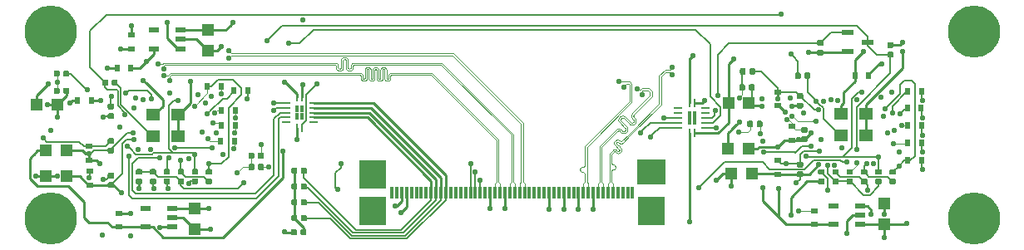
<source format=gbr>
G04 #@! TF.GenerationSoftware,KiCad,Pcbnew,5.0.2+dfsg1-1~bpo9+1*
G04 #@! TF.CreationDate,2019-10-09T09:51:35+02:00*
G04 #@! TF.ProjectId,OV9281-Dual-Camera-Board-Rev.1.1,4f563932-3831-42d4-9475-616c2d43616d,rev?*
G04 #@! TF.SameCoordinates,Original*
G04 #@! TF.FileFunction,Copper,L1,Top*
G04 #@! TF.FilePolarity,Positive*
%FSLAX46Y46*%
G04 Gerber Fmt 4.6, Leading zero omitted, Abs format (unit mm)*
G04 Created by KiCad (PCBNEW 5.0.2+dfsg1-1~bpo9+1) date Wed 09 Oct 2019 09:51:35 AM CEST*
%MOMM*%
%LPD*%
G01*
G04 APERTURE LIST*
G04 #@! TA.AperFunction,SMDPad,CuDef*
%ADD10R,3.000000X2.500000*%
G04 #@! TD*
G04 #@! TA.AperFunction,SMDPad,CuDef*
%ADD11R,2.700000X3.000000*%
G04 #@! TD*
G04 #@! TA.AperFunction,SMDPad,CuDef*
%ADD12R,0.300000X1.200000*%
G04 #@! TD*
G04 #@! TA.AperFunction,Conductor*
%ADD13C,0.100000*%
G04 #@! TD*
G04 #@! TA.AperFunction,SMDPad,CuDef*
%ADD14C,0.590000*%
G04 #@! TD*
G04 #@! TA.AperFunction,SMDPad,CuDef*
%ADD15R,1.000000X0.550000*%
G04 #@! TD*
G04 #@! TA.AperFunction,SMDPad,CuDef*
%ADD16R,1.200000X1.200000*%
G04 #@! TD*
G04 #@! TA.AperFunction,SMDPad,CuDef*
%ADD17R,0.800000X0.600000*%
G04 #@! TD*
G04 #@! TA.AperFunction,SMDPad,CuDef*
%ADD18R,1.300000X0.600000*%
G04 #@! TD*
G04 #@! TA.AperFunction,SMDPad,CuDef*
%ADD19R,0.240000X0.900000*%
G04 #@! TD*
G04 #@! TA.AperFunction,SMDPad,CuDef*
%ADD20R,0.900000X0.240000*%
G04 #@! TD*
G04 #@! TA.AperFunction,SMDPad,CuDef*
%ADD21R,0.450000X0.700000*%
G04 #@! TD*
G04 #@! TA.AperFunction,SMDPad,CuDef*
%ADD22R,0.600000X0.800000*%
G04 #@! TD*
G04 #@! TA.AperFunction,ComponentPad*
%ADD23C,5.300000*%
G04 #@! TD*
G04 #@! TA.AperFunction,SMDPad,CuDef*
%ADD24R,1.400000X1.200000*%
G04 #@! TD*
G04 #@! TA.AperFunction,ViaPad*
%ADD25C,0.550000*%
G04 #@! TD*
G04 #@! TA.AperFunction,Conductor*
%ADD26C,0.254000*%
G04 #@! TD*
G04 #@! TA.AperFunction,Conductor*
%ADD27C,0.150000*%
G04 #@! TD*
G04 #@! TA.AperFunction,Conductor*
%ADD28C,0.250000*%
G04 #@! TD*
G04 #@! TA.AperFunction,Conductor*
%ADD29C,0.200000*%
G04 #@! TD*
G04 APERTURE END LIST*
D10*
G04 #@! TO.P,J3,~*
G04 #@! TO.N,N/C*
X164200000Y-117300000D03*
D11*
X164200000Y-121250000D03*
X135800000Y-121250000D03*
X135800000Y-117550000D03*
D12*
G04 #@! TO.P,J3,50*
G04 #@! TO.N,Net-(J3-Pad50)*
X137750000Y-119400000D03*
G04 #@! TO.P,J3,49*
G04 #@! TO.N,Net-(J3-Pad49)*
X138250000Y-119400000D03*
G04 #@! TO.P,J3,48*
G04 #@! TO.N,+3V3*
X138750000Y-119400000D03*
G04 #@! TO.P,J3,47*
X139250000Y-119400000D03*
G04 #@! TO.P,J3,46*
G04 #@! TO.N,Net-(J3-Pad46)*
X139750000Y-119400000D03*
G04 #@! TO.P,J3,45*
G04 #@! TO.N,Net-(J3-Pad45)*
X140250000Y-119400000D03*
G04 #@! TO.P,J3,44*
G04 #@! TO.N,Net-(J3-Pad44)*
X140750000Y-119400000D03*
G04 #@! TO.P,J3,43*
G04 #@! TO.N,Net-(J3-Pad43)*
X141250000Y-119400000D03*
G04 #@! TO.P,J3,42*
G04 #@! TO.N,/M2_CAM_SCL*
X141750000Y-119400000D03*
G04 #@! TO.P,J3,41*
G04 #@! TO.N,/M2_CAM_SDA*
X142250000Y-119400000D03*
G04 #@! TO.P,J3,40*
G04 #@! TO.N,/M1_CAM_SCL*
X142750000Y-119400000D03*
G04 #@! TO.P,J3,39*
G04 #@! TO.N,/M1_CAM_SDA*
X143250000Y-119400000D03*
G04 #@! TO.P,J3,38*
G04 #@! TO.N,Net-(J3-Pad38)*
X143750000Y-119400000D03*
G04 #@! TO.P,J3,37*
G04 #@! TO.N,Net-(J3-Pad37)*
X144250000Y-119400000D03*
G04 #@! TO.P,J3,36*
G04 #@! TO.N,Net-(J3-Pad36)*
X144750000Y-119400000D03*
G04 #@! TO.P,J3,35*
G04 #@! TO.N,Net-(J3-Pad35)*
X145250000Y-119400000D03*
G04 #@! TO.P,J3,34*
G04 #@! TO.N,/M2_VSYNC*
X145750000Y-119400000D03*
G04 #@! TO.P,J3,33*
G04 #@! TO.N,/CAM_RST*
X146250000Y-119400000D03*
G04 #@! TO.P,J3,32*
G04 #@! TO.N,/M1_VSYNC*
X146750000Y-119400000D03*
G04 #@! TO.P,J3,31*
G04 #@! TO.N,Net-(J3-Pad31)*
X147250000Y-119400000D03*
G04 #@! TO.P,J3,30*
G04 #@! TO.N,GND*
X147750000Y-119400000D03*
G04 #@! TO.P,J3,29*
G04 #@! TO.N,/CAM_R_CLK_P*
X148250000Y-119400000D03*
G04 #@! TO.P,J3,28*
G04 #@! TO.N,/CAM_R_CLK_N*
X148750000Y-119400000D03*
G04 #@! TO.P,J3,27*
G04 #@! TO.N,GND*
X149250000Y-119400000D03*
G04 #@! TO.P,J3,26*
G04 #@! TO.N,/CAM_R_D0_P*
X149750000Y-119400000D03*
G04 #@! TO.P,J3,25*
G04 #@! TO.N,/CAM_R_D0_N*
X150250000Y-119400000D03*
G04 #@! TO.P,J3,24*
G04 #@! TO.N,/CAM_R_D1_P*
X150750000Y-119400000D03*
G04 #@! TO.P,J3,23*
G04 #@! TO.N,/CAM_R_D1_N*
X151250000Y-119400000D03*
G04 #@! TO.P,J3,22*
G04 #@! TO.N,Net-(J3-Pad22)*
X151750000Y-119400000D03*
G04 #@! TO.P,J3,21*
G04 #@! TO.N,Net-(J3-Pad21)*
X152250000Y-119400000D03*
G04 #@! TO.P,J3,20*
G04 #@! TO.N,Net-(J3-Pad20)*
X152750000Y-119400000D03*
G04 #@! TO.P,J3,19*
G04 #@! TO.N,Net-(J3-Pad19)*
X153250000Y-119400000D03*
G04 #@! TO.P,J3,18*
G04 #@! TO.N,GND*
X153750000Y-119400000D03*
G04 #@! TO.P,J3,17*
G04 #@! TO.N,Net-(J3-Pad17)*
X154250000Y-119400000D03*
G04 #@! TO.P,J3,16*
G04 #@! TO.N,Net-(J3-Pad16)*
X154750000Y-119400000D03*
G04 #@! TO.P,J3,15*
G04 #@! TO.N,GND*
X155250000Y-119400000D03*
G04 #@! TO.P,J3,14*
G04 #@! TO.N,Net-(J3-Pad14)*
X155750000Y-119400000D03*
G04 #@! TO.P,J3,13*
G04 #@! TO.N,Net-(J3-Pad13)*
X156250000Y-119400000D03*
G04 #@! TO.P,J3,12*
G04 #@! TO.N,GND*
X156750000Y-119400000D03*
G04 #@! TO.P,J3,11*
G04 #@! TO.N,/CAM_L_CLK_P*
X157250000Y-119400000D03*
G04 #@! TO.P,J3,10*
G04 #@! TO.N,/CAM_L_CLK_N*
X157750000Y-119400000D03*
G04 #@! TO.P,J3,9*
G04 #@! TO.N,GND*
X158250000Y-119400000D03*
G04 #@! TO.P,J3,8*
G04 #@! TO.N,/CAM_L_D0_P*
X158750000Y-119400000D03*
G04 #@! TO.P,J3,7*
G04 #@! TO.N,/CAM_L_D0_N*
X159250000Y-119400000D03*
G04 #@! TO.P,J3,6*
G04 #@! TO.N,/CAM_L_D1_P*
X159750000Y-119400000D03*
G04 #@! TO.P,J3,5*
G04 #@! TO.N,/CAM_L_D1_N*
X160250000Y-119400000D03*
G04 #@! TO.P,J3,4*
G04 #@! TO.N,Net-(J3-Pad4)*
X160750000Y-119400000D03*
G04 #@! TO.P,J3,3*
G04 #@! TO.N,Net-(J3-Pad3)*
X161250000Y-119400000D03*
G04 #@! TO.P,J3,2*
G04 #@! TO.N,Net-(J3-Pad2)*
X161750000Y-119400000D03*
G04 #@! TO.P,J3,1*
G04 #@! TO.N,Net-(J3-Pad1)*
X162250000Y-119400000D03*
G04 #@! TD*
D13*
G04 #@! TO.N,/M1_VSYNC_1V8_M*
G04 #@! TO.C,R12*
G36*
X175346958Y-112090710D02*
X175361276Y-112092834D01*
X175375317Y-112096351D01*
X175388946Y-112101228D01*
X175402031Y-112107417D01*
X175414447Y-112114858D01*
X175426073Y-112123481D01*
X175436798Y-112133202D01*
X175446519Y-112143927D01*
X175455142Y-112155553D01*
X175462583Y-112167969D01*
X175468772Y-112181054D01*
X175473649Y-112194683D01*
X175477166Y-112208724D01*
X175479290Y-112223042D01*
X175480000Y-112237500D01*
X175480000Y-112582500D01*
X175479290Y-112596958D01*
X175477166Y-112611276D01*
X175473649Y-112625317D01*
X175468772Y-112638946D01*
X175462583Y-112652031D01*
X175455142Y-112664447D01*
X175446519Y-112676073D01*
X175436798Y-112686798D01*
X175426073Y-112696519D01*
X175414447Y-112705142D01*
X175402031Y-112712583D01*
X175388946Y-112718772D01*
X175375317Y-112723649D01*
X175361276Y-112727166D01*
X175346958Y-112729290D01*
X175332500Y-112730000D01*
X175037500Y-112730000D01*
X175023042Y-112729290D01*
X175008724Y-112727166D01*
X174994683Y-112723649D01*
X174981054Y-112718772D01*
X174967969Y-112712583D01*
X174955553Y-112705142D01*
X174943927Y-112696519D01*
X174933202Y-112686798D01*
X174923481Y-112676073D01*
X174914858Y-112664447D01*
X174907417Y-112652031D01*
X174901228Y-112638946D01*
X174896351Y-112625317D01*
X174892834Y-112611276D01*
X174890710Y-112596958D01*
X174890000Y-112582500D01*
X174890000Y-112237500D01*
X174890710Y-112223042D01*
X174892834Y-112208724D01*
X174896351Y-112194683D01*
X174901228Y-112181054D01*
X174907417Y-112167969D01*
X174914858Y-112155553D01*
X174923481Y-112143927D01*
X174933202Y-112133202D01*
X174943927Y-112123481D01*
X174955553Y-112114858D01*
X174967969Y-112107417D01*
X174981054Y-112101228D01*
X174994683Y-112096351D01*
X175008724Y-112092834D01*
X175023042Y-112090710D01*
X175037500Y-112090000D01*
X175332500Y-112090000D01*
X175346958Y-112090710D01*
X175346958Y-112090710D01*
G37*
D14*
G04 #@! TD*
G04 #@! TO.P,R12,1*
G04 #@! TO.N,/M1_VSYNC_1V8_M*
X175185000Y-112410000D03*
D13*
G04 #@! TO.N,/M1_VSYNC_1V8*
G04 #@! TO.C,R12*
G36*
X174376958Y-112090710D02*
X174391276Y-112092834D01*
X174405317Y-112096351D01*
X174418946Y-112101228D01*
X174432031Y-112107417D01*
X174444447Y-112114858D01*
X174456073Y-112123481D01*
X174466798Y-112133202D01*
X174476519Y-112143927D01*
X174485142Y-112155553D01*
X174492583Y-112167969D01*
X174498772Y-112181054D01*
X174503649Y-112194683D01*
X174507166Y-112208724D01*
X174509290Y-112223042D01*
X174510000Y-112237500D01*
X174510000Y-112582500D01*
X174509290Y-112596958D01*
X174507166Y-112611276D01*
X174503649Y-112625317D01*
X174498772Y-112638946D01*
X174492583Y-112652031D01*
X174485142Y-112664447D01*
X174476519Y-112676073D01*
X174466798Y-112686798D01*
X174456073Y-112696519D01*
X174444447Y-112705142D01*
X174432031Y-112712583D01*
X174418946Y-112718772D01*
X174405317Y-112723649D01*
X174391276Y-112727166D01*
X174376958Y-112729290D01*
X174362500Y-112730000D01*
X174067500Y-112730000D01*
X174053042Y-112729290D01*
X174038724Y-112727166D01*
X174024683Y-112723649D01*
X174011054Y-112718772D01*
X173997969Y-112712583D01*
X173985553Y-112705142D01*
X173973927Y-112696519D01*
X173963202Y-112686798D01*
X173953481Y-112676073D01*
X173944858Y-112664447D01*
X173937417Y-112652031D01*
X173931228Y-112638946D01*
X173926351Y-112625317D01*
X173922834Y-112611276D01*
X173920710Y-112596958D01*
X173920000Y-112582500D01*
X173920000Y-112237500D01*
X173920710Y-112223042D01*
X173922834Y-112208724D01*
X173926351Y-112194683D01*
X173931228Y-112181054D01*
X173937417Y-112167969D01*
X173944858Y-112155553D01*
X173953481Y-112143927D01*
X173963202Y-112133202D01*
X173973927Y-112123481D01*
X173985553Y-112114858D01*
X173997969Y-112107417D01*
X174011054Y-112101228D01*
X174024683Y-112096351D01*
X174038724Y-112092834D01*
X174053042Y-112090710D01*
X174067500Y-112090000D01*
X174362500Y-112090000D01*
X174376958Y-112090710D01*
X174376958Y-112090710D01*
G37*
D14*
G04 #@! TD*
G04 #@! TO.P,R12,2*
G04 #@! TO.N,/M1_VSYNC_1V8*
X174215000Y-112410000D03*
D13*
G04 #@! TO.N,/M2_VSYNC_1V8*
G04 #@! TO.C,R22*
G36*
X124576958Y-115340710D02*
X124591276Y-115342834D01*
X124605317Y-115346351D01*
X124618946Y-115351228D01*
X124632031Y-115357417D01*
X124644447Y-115364858D01*
X124656073Y-115373481D01*
X124666798Y-115383202D01*
X124676519Y-115393927D01*
X124685142Y-115405553D01*
X124692583Y-115417969D01*
X124698772Y-115431054D01*
X124703649Y-115444683D01*
X124707166Y-115458724D01*
X124709290Y-115473042D01*
X124710000Y-115487500D01*
X124710000Y-115832500D01*
X124709290Y-115846958D01*
X124707166Y-115861276D01*
X124703649Y-115875317D01*
X124698772Y-115888946D01*
X124692583Y-115902031D01*
X124685142Y-115914447D01*
X124676519Y-115926073D01*
X124666798Y-115936798D01*
X124656073Y-115946519D01*
X124644447Y-115955142D01*
X124632031Y-115962583D01*
X124618946Y-115968772D01*
X124605317Y-115973649D01*
X124591276Y-115977166D01*
X124576958Y-115979290D01*
X124562500Y-115980000D01*
X124267500Y-115980000D01*
X124253042Y-115979290D01*
X124238724Y-115977166D01*
X124224683Y-115973649D01*
X124211054Y-115968772D01*
X124197969Y-115962583D01*
X124185553Y-115955142D01*
X124173927Y-115946519D01*
X124163202Y-115936798D01*
X124153481Y-115926073D01*
X124144858Y-115914447D01*
X124137417Y-115902031D01*
X124131228Y-115888946D01*
X124126351Y-115875317D01*
X124122834Y-115861276D01*
X124120710Y-115846958D01*
X124120000Y-115832500D01*
X124120000Y-115487500D01*
X124120710Y-115473042D01*
X124122834Y-115458724D01*
X124126351Y-115444683D01*
X124131228Y-115431054D01*
X124137417Y-115417969D01*
X124144858Y-115405553D01*
X124153481Y-115393927D01*
X124163202Y-115383202D01*
X124173927Y-115373481D01*
X124185553Y-115364858D01*
X124197969Y-115357417D01*
X124211054Y-115351228D01*
X124224683Y-115346351D01*
X124238724Y-115342834D01*
X124253042Y-115340710D01*
X124267500Y-115340000D01*
X124562500Y-115340000D01*
X124576958Y-115340710D01*
X124576958Y-115340710D01*
G37*
D14*
G04 #@! TD*
G04 #@! TO.P,R22,2*
G04 #@! TO.N,/M2_VSYNC_1V8*
X124415000Y-115660000D03*
D13*
G04 #@! TO.N,/M2_VSYNC_1V8_M*
G04 #@! TO.C,R22*
G36*
X123606958Y-115340710D02*
X123621276Y-115342834D01*
X123635317Y-115346351D01*
X123648946Y-115351228D01*
X123662031Y-115357417D01*
X123674447Y-115364858D01*
X123686073Y-115373481D01*
X123696798Y-115383202D01*
X123706519Y-115393927D01*
X123715142Y-115405553D01*
X123722583Y-115417969D01*
X123728772Y-115431054D01*
X123733649Y-115444683D01*
X123737166Y-115458724D01*
X123739290Y-115473042D01*
X123740000Y-115487500D01*
X123740000Y-115832500D01*
X123739290Y-115846958D01*
X123737166Y-115861276D01*
X123733649Y-115875317D01*
X123728772Y-115888946D01*
X123722583Y-115902031D01*
X123715142Y-115914447D01*
X123706519Y-115926073D01*
X123696798Y-115936798D01*
X123686073Y-115946519D01*
X123674447Y-115955142D01*
X123662031Y-115962583D01*
X123648946Y-115968772D01*
X123635317Y-115973649D01*
X123621276Y-115977166D01*
X123606958Y-115979290D01*
X123592500Y-115980000D01*
X123297500Y-115980000D01*
X123283042Y-115979290D01*
X123268724Y-115977166D01*
X123254683Y-115973649D01*
X123241054Y-115968772D01*
X123227969Y-115962583D01*
X123215553Y-115955142D01*
X123203927Y-115946519D01*
X123193202Y-115936798D01*
X123183481Y-115926073D01*
X123174858Y-115914447D01*
X123167417Y-115902031D01*
X123161228Y-115888946D01*
X123156351Y-115875317D01*
X123152834Y-115861276D01*
X123150710Y-115846958D01*
X123150000Y-115832500D01*
X123150000Y-115487500D01*
X123150710Y-115473042D01*
X123152834Y-115458724D01*
X123156351Y-115444683D01*
X123161228Y-115431054D01*
X123167417Y-115417969D01*
X123174858Y-115405553D01*
X123183481Y-115393927D01*
X123193202Y-115383202D01*
X123203927Y-115373481D01*
X123215553Y-115364858D01*
X123227969Y-115357417D01*
X123241054Y-115351228D01*
X123254683Y-115346351D01*
X123268724Y-115342834D01*
X123283042Y-115340710D01*
X123297500Y-115340000D01*
X123592500Y-115340000D01*
X123606958Y-115340710D01*
X123606958Y-115340710D01*
G37*
D14*
G04 #@! TD*
G04 #@! TO.P,R22,1*
G04 #@! TO.N,/M2_VSYNC_1V8_M*
X123445000Y-115660000D03*
D13*
G04 #@! TO.N,/M1_VSYNC_1V8_M*
G04 #@! TO.C,R6*
G36*
X124586958Y-116480710D02*
X124601276Y-116482834D01*
X124615317Y-116486351D01*
X124628946Y-116491228D01*
X124642031Y-116497417D01*
X124654447Y-116504858D01*
X124666073Y-116513481D01*
X124676798Y-116523202D01*
X124686519Y-116533927D01*
X124695142Y-116545553D01*
X124702583Y-116557969D01*
X124708772Y-116571054D01*
X124713649Y-116584683D01*
X124717166Y-116598724D01*
X124719290Y-116613042D01*
X124720000Y-116627500D01*
X124720000Y-116972500D01*
X124719290Y-116986958D01*
X124717166Y-117001276D01*
X124713649Y-117015317D01*
X124708772Y-117028946D01*
X124702583Y-117042031D01*
X124695142Y-117054447D01*
X124686519Y-117066073D01*
X124676798Y-117076798D01*
X124666073Y-117086519D01*
X124654447Y-117095142D01*
X124642031Y-117102583D01*
X124628946Y-117108772D01*
X124615317Y-117113649D01*
X124601276Y-117117166D01*
X124586958Y-117119290D01*
X124572500Y-117120000D01*
X124277500Y-117120000D01*
X124263042Y-117119290D01*
X124248724Y-117117166D01*
X124234683Y-117113649D01*
X124221054Y-117108772D01*
X124207969Y-117102583D01*
X124195553Y-117095142D01*
X124183927Y-117086519D01*
X124173202Y-117076798D01*
X124163481Y-117066073D01*
X124154858Y-117054447D01*
X124147417Y-117042031D01*
X124141228Y-117028946D01*
X124136351Y-117015317D01*
X124132834Y-117001276D01*
X124130710Y-116986958D01*
X124130000Y-116972500D01*
X124130000Y-116627500D01*
X124130710Y-116613042D01*
X124132834Y-116598724D01*
X124136351Y-116584683D01*
X124141228Y-116571054D01*
X124147417Y-116557969D01*
X124154858Y-116545553D01*
X124163481Y-116533927D01*
X124173202Y-116523202D01*
X124183927Y-116513481D01*
X124195553Y-116504858D01*
X124207969Y-116497417D01*
X124221054Y-116491228D01*
X124234683Y-116486351D01*
X124248724Y-116482834D01*
X124263042Y-116480710D01*
X124277500Y-116480000D01*
X124572500Y-116480000D01*
X124586958Y-116480710D01*
X124586958Y-116480710D01*
G37*
D14*
G04 #@! TD*
G04 #@! TO.P,R6,1*
G04 #@! TO.N,/M1_VSYNC_1V8_M*
X124425000Y-116800000D03*
D13*
G04 #@! TO.N,/M2_VSYNC_1V8_M*
G04 #@! TO.C,R6*
G36*
X123616958Y-116480710D02*
X123631276Y-116482834D01*
X123645317Y-116486351D01*
X123658946Y-116491228D01*
X123672031Y-116497417D01*
X123684447Y-116504858D01*
X123696073Y-116513481D01*
X123706798Y-116523202D01*
X123716519Y-116533927D01*
X123725142Y-116545553D01*
X123732583Y-116557969D01*
X123738772Y-116571054D01*
X123743649Y-116584683D01*
X123747166Y-116598724D01*
X123749290Y-116613042D01*
X123750000Y-116627500D01*
X123750000Y-116972500D01*
X123749290Y-116986958D01*
X123747166Y-117001276D01*
X123743649Y-117015317D01*
X123738772Y-117028946D01*
X123732583Y-117042031D01*
X123725142Y-117054447D01*
X123716519Y-117066073D01*
X123706798Y-117076798D01*
X123696073Y-117086519D01*
X123684447Y-117095142D01*
X123672031Y-117102583D01*
X123658946Y-117108772D01*
X123645317Y-117113649D01*
X123631276Y-117117166D01*
X123616958Y-117119290D01*
X123602500Y-117120000D01*
X123307500Y-117120000D01*
X123293042Y-117119290D01*
X123278724Y-117117166D01*
X123264683Y-117113649D01*
X123251054Y-117108772D01*
X123237969Y-117102583D01*
X123225553Y-117095142D01*
X123213927Y-117086519D01*
X123203202Y-117076798D01*
X123193481Y-117066073D01*
X123184858Y-117054447D01*
X123177417Y-117042031D01*
X123171228Y-117028946D01*
X123166351Y-117015317D01*
X123162834Y-117001276D01*
X123160710Y-116986958D01*
X123160000Y-116972500D01*
X123160000Y-116627500D01*
X123160710Y-116613042D01*
X123162834Y-116598724D01*
X123166351Y-116584683D01*
X123171228Y-116571054D01*
X123177417Y-116557969D01*
X123184858Y-116545553D01*
X123193481Y-116533927D01*
X123203202Y-116523202D01*
X123213927Y-116513481D01*
X123225553Y-116504858D01*
X123237969Y-116497417D01*
X123251054Y-116491228D01*
X123264683Y-116486351D01*
X123278724Y-116482834D01*
X123293042Y-116480710D01*
X123307500Y-116480000D01*
X123602500Y-116480000D01*
X123616958Y-116480710D01*
X123616958Y-116480710D01*
G37*
D14*
G04 #@! TD*
G04 #@! TO.P,R6,2*
G04 #@! TO.N,/M2_VSYNC_1V8_M*
X123455000Y-116800000D03*
D15*
G04 #@! TO.P,IC1,5*
G04 #@! TO.N,+2V8*
X112656000Y-122924000D03*
G04 #@! TO.P,IC1,4*
G04 #@! TO.N,N/C*
X112656000Y-121024000D03*
G04 #@! TO.P,IC1,1*
G04 #@! TO.N,+3V3*
X115356000Y-122924000D03*
G04 #@! TO.P,IC1,2*
G04 #@! TO.N,GND*
X115356000Y-121974000D03*
G04 #@! TO.P,IC1,3*
G04 #@! TO.N,+3V3*
X115356000Y-121024000D03*
G04 #@! TD*
D16*
G04 #@! TO.P,C3,1*
G04 #@! TO.N,+3V3*
X187878000Y-122640000D03*
G04 #@! TO.P,C3,2*
G04 #@! TO.N,GND*
X187878000Y-120540000D03*
G04 #@! TD*
G04 #@! TO.P,C1,1*
G04 #@! TO.N,+3V3*
X117656000Y-121024000D03*
G04 #@! TO.P,C1,2*
G04 #@! TO.N,GND*
X117656000Y-123124000D03*
G04 #@! TD*
G04 #@! TO.P,C2,1*
G04 #@! TO.N,+3V3*
X118994000Y-102844000D03*
G04 #@! TO.P,C2,2*
G04 #@! TO.N,GND*
X118994000Y-104944000D03*
G04 #@! TD*
D17*
G04 #@! TO.P,C6,1*
G04 #@! TO.N,+1V2*
X180728000Y-122640000D03*
G04 #@! TO.P,C6,2*
G04 #@! TO.N,GND*
X180728000Y-121240000D03*
G04 #@! TD*
G04 #@! TO.P,C5,1*
G04 #@! TO.N,+1V8*
X111267797Y-104740280D03*
G04 #@! TO.P,C5,2*
G04 #@! TO.N,GND*
X111267797Y-103340280D03*
G04 #@! TD*
G04 #@! TO.P,C4,1*
G04 #@! TO.N,+2V8*
X109956000Y-122924000D03*
G04 #@! TO.P,C4,2*
G04 #@! TO.N,GND*
X109956000Y-121524000D03*
G04 #@! TD*
D15*
G04 #@! TO.P,IC3,5*
G04 #@! TO.N,+1V2*
X182678000Y-122640000D03*
G04 #@! TO.P,IC3,4*
G04 #@! TO.N,N/C*
X182678000Y-120740000D03*
G04 #@! TO.P,IC3,1*
G04 #@! TO.N,+3V3*
X185378000Y-122640000D03*
G04 #@! TO.P,IC3,2*
G04 #@! TO.N,GND*
X185378000Y-121690000D03*
G04 #@! TO.P,IC3,3*
G04 #@! TO.N,+3V3*
X185378000Y-120740000D03*
G04 #@! TD*
D13*
G04 #@! TO.N,/M2_CAM_SCL*
G04 #@! TO.C,R1*
G36*
X128959957Y-116862461D02*
X128974275Y-116864585D01*
X128988316Y-116868102D01*
X129001945Y-116872979D01*
X129015030Y-116879168D01*
X129027446Y-116886609D01*
X129039072Y-116895232D01*
X129049797Y-116904953D01*
X129059518Y-116915678D01*
X129068141Y-116927304D01*
X129075582Y-116939720D01*
X129081771Y-116952805D01*
X129086648Y-116966434D01*
X129090165Y-116980475D01*
X129092289Y-116994793D01*
X129092999Y-117009251D01*
X129092999Y-117354251D01*
X129092289Y-117368709D01*
X129090165Y-117383027D01*
X129086648Y-117397068D01*
X129081771Y-117410697D01*
X129075582Y-117423782D01*
X129068141Y-117436198D01*
X129059518Y-117447824D01*
X129049797Y-117458549D01*
X129039072Y-117468270D01*
X129027446Y-117476893D01*
X129015030Y-117484334D01*
X129001945Y-117490523D01*
X128988316Y-117495400D01*
X128974275Y-117498917D01*
X128959957Y-117501041D01*
X128945499Y-117501751D01*
X128650499Y-117501751D01*
X128636041Y-117501041D01*
X128621723Y-117498917D01*
X128607682Y-117495400D01*
X128594053Y-117490523D01*
X128580968Y-117484334D01*
X128568552Y-117476893D01*
X128556926Y-117468270D01*
X128546201Y-117458549D01*
X128536480Y-117447824D01*
X128527857Y-117436198D01*
X128520416Y-117423782D01*
X128514227Y-117410697D01*
X128509350Y-117397068D01*
X128505833Y-117383027D01*
X128503709Y-117368709D01*
X128502999Y-117354251D01*
X128502999Y-117009251D01*
X128503709Y-116994793D01*
X128505833Y-116980475D01*
X128509350Y-116966434D01*
X128514227Y-116952805D01*
X128520416Y-116939720D01*
X128527857Y-116927304D01*
X128536480Y-116915678D01*
X128546201Y-116904953D01*
X128556926Y-116895232D01*
X128568552Y-116886609D01*
X128580968Y-116879168D01*
X128594053Y-116872979D01*
X128607682Y-116868102D01*
X128621723Y-116864585D01*
X128636041Y-116862461D01*
X128650499Y-116861751D01*
X128945499Y-116861751D01*
X128959957Y-116862461D01*
X128959957Y-116862461D01*
G37*
D14*
G04 #@! TD*
G04 #@! TO.P,R1,2*
G04 #@! TO.N,/M2_CAM_SCL*
X128797999Y-117181751D03*
D13*
G04 #@! TO.N,Net-(R1-Pad1)*
G04 #@! TO.C,R1*
G36*
X127989957Y-116862461D02*
X128004275Y-116864585D01*
X128018316Y-116868102D01*
X128031945Y-116872979D01*
X128045030Y-116879168D01*
X128057446Y-116886609D01*
X128069072Y-116895232D01*
X128079797Y-116904953D01*
X128089518Y-116915678D01*
X128098141Y-116927304D01*
X128105582Y-116939720D01*
X128111771Y-116952805D01*
X128116648Y-116966434D01*
X128120165Y-116980475D01*
X128122289Y-116994793D01*
X128122999Y-117009251D01*
X128122999Y-117354251D01*
X128122289Y-117368709D01*
X128120165Y-117383027D01*
X128116648Y-117397068D01*
X128111771Y-117410697D01*
X128105582Y-117423782D01*
X128098141Y-117436198D01*
X128089518Y-117447824D01*
X128079797Y-117458549D01*
X128069072Y-117468270D01*
X128057446Y-117476893D01*
X128045030Y-117484334D01*
X128031945Y-117490523D01*
X128018316Y-117495400D01*
X128004275Y-117498917D01*
X127989957Y-117501041D01*
X127975499Y-117501751D01*
X127680499Y-117501751D01*
X127666041Y-117501041D01*
X127651723Y-117498917D01*
X127637682Y-117495400D01*
X127624053Y-117490523D01*
X127610968Y-117484334D01*
X127598552Y-117476893D01*
X127586926Y-117468270D01*
X127576201Y-117458549D01*
X127566480Y-117447824D01*
X127557857Y-117436198D01*
X127550416Y-117423782D01*
X127544227Y-117410697D01*
X127539350Y-117397068D01*
X127535833Y-117383027D01*
X127533709Y-117368709D01*
X127532999Y-117354251D01*
X127532999Y-117009251D01*
X127533709Y-116994793D01*
X127535833Y-116980475D01*
X127539350Y-116966434D01*
X127544227Y-116952805D01*
X127550416Y-116939720D01*
X127557857Y-116927304D01*
X127566480Y-116915678D01*
X127576201Y-116904953D01*
X127586926Y-116895232D01*
X127598552Y-116886609D01*
X127610968Y-116879168D01*
X127624053Y-116872979D01*
X127637682Y-116868102D01*
X127651723Y-116864585D01*
X127666041Y-116862461D01*
X127680499Y-116861751D01*
X127975499Y-116861751D01*
X127989957Y-116862461D01*
X127989957Y-116862461D01*
G37*
D14*
G04 #@! TD*
G04 #@! TO.P,R1,1*
G04 #@! TO.N,Net-(R1-Pad1)*
X127827999Y-117181751D03*
D13*
G04 #@! TO.N,/M2_CAM_SDA*
G04 #@! TO.C,R2*
G36*
X128959957Y-118474211D02*
X128974275Y-118476335D01*
X128988316Y-118479852D01*
X129001945Y-118484729D01*
X129015030Y-118490918D01*
X129027446Y-118498359D01*
X129039072Y-118506982D01*
X129049797Y-118516703D01*
X129059518Y-118527428D01*
X129068141Y-118539054D01*
X129075582Y-118551470D01*
X129081771Y-118564555D01*
X129086648Y-118578184D01*
X129090165Y-118592225D01*
X129092289Y-118606543D01*
X129092999Y-118621001D01*
X129092999Y-118966001D01*
X129092289Y-118980459D01*
X129090165Y-118994777D01*
X129086648Y-119008818D01*
X129081771Y-119022447D01*
X129075582Y-119035532D01*
X129068141Y-119047948D01*
X129059518Y-119059574D01*
X129049797Y-119070299D01*
X129039072Y-119080020D01*
X129027446Y-119088643D01*
X129015030Y-119096084D01*
X129001945Y-119102273D01*
X128988316Y-119107150D01*
X128974275Y-119110667D01*
X128959957Y-119112791D01*
X128945499Y-119113501D01*
X128650499Y-119113501D01*
X128636041Y-119112791D01*
X128621723Y-119110667D01*
X128607682Y-119107150D01*
X128594053Y-119102273D01*
X128580968Y-119096084D01*
X128568552Y-119088643D01*
X128556926Y-119080020D01*
X128546201Y-119070299D01*
X128536480Y-119059574D01*
X128527857Y-119047948D01*
X128520416Y-119035532D01*
X128514227Y-119022447D01*
X128509350Y-119008818D01*
X128505833Y-118994777D01*
X128503709Y-118980459D01*
X128502999Y-118966001D01*
X128502999Y-118621001D01*
X128503709Y-118606543D01*
X128505833Y-118592225D01*
X128509350Y-118578184D01*
X128514227Y-118564555D01*
X128520416Y-118551470D01*
X128527857Y-118539054D01*
X128536480Y-118527428D01*
X128546201Y-118516703D01*
X128556926Y-118506982D01*
X128568552Y-118498359D01*
X128580968Y-118490918D01*
X128594053Y-118484729D01*
X128607682Y-118479852D01*
X128621723Y-118476335D01*
X128636041Y-118474211D01*
X128650499Y-118473501D01*
X128945499Y-118473501D01*
X128959957Y-118474211D01*
X128959957Y-118474211D01*
G37*
D14*
G04 #@! TD*
G04 #@! TO.P,R2,2*
G04 #@! TO.N,/M2_CAM_SDA*
X128797999Y-118793501D03*
D13*
G04 #@! TO.N,Net-(R1-Pad1)*
G04 #@! TO.C,R2*
G36*
X127989957Y-118474211D02*
X128004275Y-118476335D01*
X128018316Y-118479852D01*
X128031945Y-118484729D01*
X128045030Y-118490918D01*
X128057446Y-118498359D01*
X128069072Y-118506982D01*
X128079797Y-118516703D01*
X128089518Y-118527428D01*
X128098141Y-118539054D01*
X128105582Y-118551470D01*
X128111771Y-118564555D01*
X128116648Y-118578184D01*
X128120165Y-118592225D01*
X128122289Y-118606543D01*
X128122999Y-118621001D01*
X128122999Y-118966001D01*
X128122289Y-118980459D01*
X128120165Y-118994777D01*
X128116648Y-119008818D01*
X128111771Y-119022447D01*
X128105582Y-119035532D01*
X128098141Y-119047948D01*
X128089518Y-119059574D01*
X128079797Y-119070299D01*
X128069072Y-119080020D01*
X128057446Y-119088643D01*
X128045030Y-119096084D01*
X128031945Y-119102273D01*
X128018316Y-119107150D01*
X128004275Y-119110667D01*
X127989957Y-119112791D01*
X127975499Y-119113501D01*
X127680499Y-119113501D01*
X127666041Y-119112791D01*
X127651723Y-119110667D01*
X127637682Y-119107150D01*
X127624053Y-119102273D01*
X127610968Y-119096084D01*
X127598552Y-119088643D01*
X127586926Y-119080020D01*
X127576201Y-119070299D01*
X127566480Y-119059574D01*
X127557857Y-119047948D01*
X127550416Y-119035532D01*
X127544227Y-119022447D01*
X127539350Y-119008818D01*
X127535833Y-118994777D01*
X127533709Y-118980459D01*
X127532999Y-118966001D01*
X127532999Y-118621001D01*
X127533709Y-118606543D01*
X127535833Y-118592225D01*
X127539350Y-118578184D01*
X127544227Y-118564555D01*
X127550416Y-118551470D01*
X127557857Y-118539054D01*
X127566480Y-118527428D01*
X127576201Y-118516703D01*
X127586926Y-118506982D01*
X127598552Y-118498359D01*
X127610968Y-118490918D01*
X127624053Y-118484729D01*
X127637682Y-118479852D01*
X127651723Y-118476335D01*
X127666041Y-118474211D01*
X127680499Y-118473501D01*
X127975499Y-118473501D01*
X127989957Y-118474211D01*
X127989957Y-118474211D01*
G37*
D14*
G04 #@! TD*
G04 #@! TO.P,R2,1*
G04 #@! TO.N,Net-(R1-Pad1)*
X127827999Y-118793501D03*
D13*
G04 #@! TO.N,/M1_CAM_SCL*
G04 #@! TO.C,R3*
G36*
X128959957Y-120085961D02*
X128974275Y-120088085D01*
X128988316Y-120091602D01*
X129001945Y-120096479D01*
X129015030Y-120102668D01*
X129027446Y-120110109D01*
X129039072Y-120118732D01*
X129049797Y-120128453D01*
X129059518Y-120139178D01*
X129068141Y-120150804D01*
X129075582Y-120163220D01*
X129081771Y-120176305D01*
X129086648Y-120189934D01*
X129090165Y-120203975D01*
X129092289Y-120218293D01*
X129092999Y-120232751D01*
X129092999Y-120577751D01*
X129092289Y-120592209D01*
X129090165Y-120606527D01*
X129086648Y-120620568D01*
X129081771Y-120634197D01*
X129075582Y-120647282D01*
X129068141Y-120659698D01*
X129059518Y-120671324D01*
X129049797Y-120682049D01*
X129039072Y-120691770D01*
X129027446Y-120700393D01*
X129015030Y-120707834D01*
X129001945Y-120714023D01*
X128988316Y-120718900D01*
X128974275Y-120722417D01*
X128959957Y-120724541D01*
X128945499Y-120725251D01*
X128650499Y-120725251D01*
X128636041Y-120724541D01*
X128621723Y-120722417D01*
X128607682Y-120718900D01*
X128594053Y-120714023D01*
X128580968Y-120707834D01*
X128568552Y-120700393D01*
X128556926Y-120691770D01*
X128546201Y-120682049D01*
X128536480Y-120671324D01*
X128527857Y-120659698D01*
X128520416Y-120647282D01*
X128514227Y-120634197D01*
X128509350Y-120620568D01*
X128505833Y-120606527D01*
X128503709Y-120592209D01*
X128502999Y-120577751D01*
X128502999Y-120232751D01*
X128503709Y-120218293D01*
X128505833Y-120203975D01*
X128509350Y-120189934D01*
X128514227Y-120176305D01*
X128520416Y-120163220D01*
X128527857Y-120150804D01*
X128536480Y-120139178D01*
X128546201Y-120128453D01*
X128556926Y-120118732D01*
X128568552Y-120110109D01*
X128580968Y-120102668D01*
X128594053Y-120096479D01*
X128607682Y-120091602D01*
X128621723Y-120088085D01*
X128636041Y-120085961D01*
X128650499Y-120085251D01*
X128945499Y-120085251D01*
X128959957Y-120085961D01*
X128959957Y-120085961D01*
G37*
D14*
G04 #@! TD*
G04 #@! TO.P,R3,2*
G04 #@! TO.N,/M1_CAM_SCL*
X128797999Y-120405251D03*
D13*
G04 #@! TO.N,Net-(R1-Pad1)*
G04 #@! TO.C,R3*
G36*
X127989957Y-120085961D02*
X128004275Y-120088085D01*
X128018316Y-120091602D01*
X128031945Y-120096479D01*
X128045030Y-120102668D01*
X128057446Y-120110109D01*
X128069072Y-120118732D01*
X128079797Y-120128453D01*
X128089518Y-120139178D01*
X128098141Y-120150804D01*
X128105582Y-120163220D01*
X128111771Y-120176305D01*
X128116648Y-120189934D01*
X128120165Y-120203975D01*
X128122289Y-120218293D01*
X128122999Y-120232751D01*
X128122999Y-120577751D01*
X128122289Y-120592209D01*
X128120165Y-120606527D01*
X128116648Y-120620568D01*
X128111771Y-120634197D01*
X128105582Y-120647282D01*
X128098141Y-120659698D01*
X128089518Y-120671324D01*
X128079797Y-120682049D01*
X128069072Y-120691770D01*
X128057446Y-120700393D01*
X128045030Y-120707834D01*
X128031945Y-120714023D01*
X128018316Y-120718900D01*
X128004275Y-120722417D01*
X127989957Y-120724541D01*
X127975499Y-120725251D01*
X127680499Y-120725251D01*
X127666041Y-120724541D01*
X127651723Y-120722417D01*
X127637682Y-120718900D01*
X127624053Y-120714023D01*
X127610968Y-120707834D01*
X127598552Y-120700393D01*
X127586926Y-120691770D01*
X127576201Y-120682049D01*
X127566480Y-120671324D01*
X127557857Y-120659698D01*
X127550416Y-120647282D01*
X127544227Y-120634197D01*
X127539350Y-120620568D01*
X127535833Y-120606527D01*
X127533709Y-120592209D01*
X127532999Y-120577751D01*
X127532999Y-120232751D01*
X127533709Y-120218293D01*
X127535833Y-120203975D01*
X127539350Y-120189934D01*
X127544227Y-120176305D01*
X127550416Y-120163220D01*
X127557857Y-120150804D01*
X127566480Y-120139178D01*
X127576201Y-120128453D01*
X127586926Y-120118732D01*
X127598552Y-120110109D01*
X127610968Y-120102668D01*
X127624053Y-120096479D01*
X127637682Y-120091602D01*
X127651723Y-120088085D01*
X127666041Y-120085961D01*
X127680499Y-120085251D01*
X127975499Y-120085251D01*
X127989957Y-120085961D01*
X127989957Y-120085961D01*
G37*
D14*
G04 #@! TD*
G04 #@! TO.P,R3,1*
G04 #@! TO.N,Net-(R1-Pad1)*
X127827999Y-120405251D03*
D13*
G04 #@! TO.N,/M1_CAM_SDA*
G04 #@! TO.C,R4*
G36*
X128959957Y-121697711D02*
X128974275Y-121699835D01*
X128988316Y-121703352D01*
X129001945Y-121708229D01*
X129015030Y-121714418D01*
X129027446Y-121721859D01*
X129039072Y-121730482D01*
X129049797Y-121740203D01*
X129059518Y-121750928D01*
X129068141Y-121762554D01*
X129075582Y-121774970D01*
X129081771Y-121788055D01*
X129086648Y-121801684D01*
X129090165Y-121815725D01*
X129092289Y-121830043D01*
X129092999Y-121844501D01*
X129092999Y-122189501D01*
X129092289Y-122203959D01*
X129090165Y-122218277D01*
X129086648Y-122232318D01*
X129081771Y-122245947D01*
X129075582Y-122259032D01*
X129068141Y-122271448D01*
X129059518Y-122283074D01*
X129049797Y-122293799D01*
X129039072Y-122303520D01*
X129027446Y-122312143D01*
X129015030Y-122319584D01*
X129001945Y-122325773D01*
X128988316Y-122330650D01*
X128974275Y-122334167D01*
X128959957Y-122336291D01*
X128945499Y-122337001D01*
X128650499Y-122337001D01*
X128636041Y-122336291D01*
X128621723Y-122334167D01*
X128607682Y-122330650D01*
X128594053Y-122325773D01*
X128580968Y-122319584D01*
X128568552Y-122312143D01*
X128556926Y-122303520D01*
X128546201Y-122293799D01*
X128536480Y-122283074D01*
X128527857Y-122271448D01*
X128520416Y-122259032D01*
X128514227Y-122245947D01*
X128509350Y-122232318D01*
X128505833Y-122218277D01*
X128503709Y-122203959D01*
X128502999Y-122189501D01*
X128502999Y-121844501D01*
X128503709Y-121830043D01*
X128505833Y-121815725D01*
X128509350Y-121801684D01*
X128514227Y-121788055D01*
X128520416Y-121774970D01*
X128527857Y-121762554D01*
X128536480Y-121750928D01*
X128546201Y-121740203D01*
X128556926Y-121730482D01*
X128568552Y-121721859D01*
X128580968Y-121714418D01*
X128594053Y-121708229D01*
X128607682Y-121703352D01*
X128621723Y-121699835D01*
X128636041Y-121697711D01*
X128650499Y-121697001D01*
X128945499Y-121697001D01*
X128959957Y-121697711D01*
X128959957Y-121697711D01*
G37*
D14*
G04 #@! TD*
G04 #@! TO.P,R4,2*
G04 #@! TO.N,/M1_CAM_SDA*
X128797999Y-122017001D03*
D13*
G04 #@! TO.N,Net-(R1-Pad1)*
G04 #@! TO.C,R4*
G36*
X127989957Y-121697711D02*
X128004275Y-121699835D01*
X128018316Y-121703352D01*
X128031945Y-121708229D01*
X128045030Y-121714418D01*
X128057446Y-121721859D01*
X128069072Y-121730482D01*
X128079797Y-121740203D01*
X128089518Y-121750928D01*
X128098141Y-121762554D01*
X128105582Y-121774970D01*
X128111771Y-121788055D01*
X128116648Y-121801684D01*
X128120165Y-121815725D01*
X128122289Y-121830043D01*
X128122999Y-121844501D01*
X128122999Y-122189501D01*
X128122289Y-122203959D01*
X128120165Y-122218277D01*
X128116648Y-122232318D01*
X128111771Y-122245947D01*
X128105582Y-122259032D01*
X128098141Y-122271448D01*
X128089518Y-122283074D01*
X128079797Y-122293799D01*
X128069072Y-122303520D01*
X128057446Y-122312143D01*
X128045030Y-122319584D01*
X128031945Y-122325773D01*
X128018316Y-122330650D01*
X128004275Y-122334167D01*
X127989957Y-122336291D01*
X127975499Y-122337001D01*
X127680499Y-122337001D01*
X127666041Y-122336291D01*
X127651723Y-122334167D01*
X127637682Y-122330650D01*
X127624053Y-122325773D01*
X127610968Y-122319584D01*
X127598552Y-122312143D01*
X127586926Y-122303520D01*
X127576201Y-122293799D01*
X127566480Y-122283074D01*
X127557857Y-122271448D01*
X127550416Y-122259032D01*
X127544227Y-122245947D01*
X127539350Y-122232318D01*
X127535833Y-122218277D01*
X127533709Y-122203959D01*
X127532999Y-122189501D01*
X127532999Y-121844501D01*
X127533709Y-121830043D01*
X127535833Y-121815725D01*
X127539350Y-121801684D01*
X127544227Y-121788055D01*
X127550416Y-121774970D01*
X127557857Y-121762554D01*
X127566480Y-121750928D01*
X127576201Y-121740203D01*
X127586926Y-121730482D01*
X127598552Y-121721859D01*
X127610968Y-121714418D01*
X127624053Y-121708229D01*
X127637682Y-121703352D01*
X127651723Y-121699835D01*
X127666041Y-121697711D01*
X127680499Y-121697001D01*
X127975499Y-121697001D01*
X127989957Y-121697711D01*
X127989957Y-121697711D01*
G37*
D14*
G04 #@! TD*
G04 #@! TO.P,R4,1*
G04 #@! TO.N,Net-(R1-Pad1)*
X127827999Y-122017001D03*
D13*
G04 #@! TO.N,Net-(R1-Pad1)*
G04 #@! TO.C,R5*
G36*
X128916958Y-123124710D02*
X128931276Y-123126834D01*
X128945317Y-123130351D01*
X128958946Y-123135228D01*
X128972031Y-123141417D01*
X128984447Y-123148858D01*
X128996073Y-123157481D01*
X129006798Y-123167202D01*
X129016519Y-123177927D01*
X129025142Y-123189553D01*
X129032583Y-123201969D01*
X129038772Y-123215054D01*
X129043649Y-123228683D01*
X129047166Y-123242724D01*
X129049290Y-123257042D01*
X129050000Y-123271500D01*
X129050000Y-123616500D01*
X129049290Y-123630958D01*
X129047166Y-123645276D01*
X129043649Y-123659317D01*
X129038772Y-123672946D01*
X129032583Y-123686031D01*
X129025142Y-123698447D01*
X129016519Y-123710073D01*
X129006798Y-123720798D01*
X128996073Y-123730519D01*
X128984447Y-123739142D01*
X128972031Y-123746583D01*
X128958946Y-123752772D01*
X128945317Y-123757649D01*
X128931276Y-123761166D01*
X128916958Y-123763290D01*
X128902500Y-123764000D01*
X128607500Y-123764000D01*
X128593042Y-123763290D01*
X128578724Y-123761166D01*
X128564683Y-123757649D01*
X128551054Y-123752772D01*
X128537969Y-123746583D01*
X128525553Y-123739142D01*
X128513927Y-123730519D01*
X128503202Y-123720798D01*
X128493481Y-123710073D01*
X128484858Y-123698447D01*
X128477417Y-123686031D01*
X128471228Y-123672946D01*
X128466351Y-123659317D01*
X128462834Y-123645276D01*
X128460710Y-123630958D01*
X128460000Y-123616500D01*
X128460000Y-123271500D01*
X128460710Y-123257042D01*
X128462834Y-123242724D01*
X128466351Y-123228683D01*
X128471228Y-123215054D01*
X128477417Y-123201969D01*
X128484858Y-123189553D01*
X128493481Y-123177927D01*
X128503202Y-123167202D01*
X128513927Y-123157481D01*
X128525553Y-123148858D01*
X128537969Y-123141417D01*
X128551054Y-123135228D01*
X128564683Y-123130351D01*
X128578724Y-123126834D01*
X128593042Y-123124710D01*
X128607500Y-123124000D01*
X128902500Y-123124000D01*
X128916958Y-123124710D01*
X128916958Y-123124710D01*
G37*
D14*
G04 #@! TD*
G04 #@! TO.P,R5,2*
G04 #@! TO.N,Net-(R1-Pad1)*
X128755000Y-123444000D03*
D13*
G04 #@! TO.N,+3V3*
G04 #@! TO.C,R5*
G36*
X127946958Y-123124710D02*
X127961276Y-123126834D01*
X127975317Y-123130351D01*
X127988946Y-123135228D01*
X128002031Y-123141417D01*
X128014447Y-123148858D01*
X128026073Y-123157481D01*
X128036798Y-123167202D01*
X128046519Y-123177927D01*
X128055142Y-123189553D01*
X128062583Y-123201969D01*
X128068772Y-123215054D01*
X128073649Y-123228683D01*
X128077166Y-123242724D01*
X128079290Y-123257042D01*
X128080000Y-123271500D01*
X128080000Y-123616500D01*
X128079290Y-123630958D01*
X128077166Y-123645276D01*
X128073649Y-123659317D01*
X128068772Y-123672946D01*
X128062583Y-123686031D01*
X128055142Y-123698447D01*
X128046519Y-123710073D01*
X128036798Y-123720798D01*
X128026073Y-123730519D01*
X128014447Y-123739142D01*
X128002031Y-123746583D01*
X127988946Y-123752772D01*
X127975317Y-123757649D01*
X127961276Y-123761166D01*
X127946958Y-123763290D01*
X127932500Y-123764000D01*
X127637500Y-123764000D01*
X127623042Y-123763290D01*
X127608724Y-123761166D01*
X127594683Y-123757649D01*
X127581054Y-123752772D01*
X127567969Y-123746583D01*
X127555553Y-123739142D01*
X127543927Y-123730519D01*
X127533202Y-123720798D01*
X127523481Y-123710073D01*
X127514858Y-123698447D01*
X127507417Y-123686031D01*
X127501228Y-123672946D01*
X127496351Y-123659317D01*
X127492834Y-123645276D01*
X127490710Y-123630958D01*
X127490000Y-123616500D01*
X127490000Y-123271500D01*
X127490710Y-123257042D01*
X127492834Y-123242724D01*
X127496351Y-123228683D01*
X127501228Y-123215054D01*
X127507417Y-123201969D01*
X127514858Y-123189553D01*
X127523481Y-123177927D01*
X127533202Y-123167202D01*
X127543927Y-123157481D01*
X127555553Y-123148858D01*
X127567969Y-123141417D01*
X127581054Y-123135228D01*
X127594683Y-123130351D01*
X127608724Y-123126834D01*
X127623042Y-123124710D01*
X127637500Y-123124000D01*
X127932500Y-123124000D01*
X127946958Y-123124710D01*
X127946958Y-123124710D01*
G37*
D14*
G04 #@! TD*
G04 #@! TO.P,R5,1*
G04 #@! TO.N,+3V3*
X127785000Y-123444000D03*
D18*
G04 #@! TO.P,Q1,3*
G04 #@! TO.N,/CAM_NRST_1V8*
X186214900Y-104058000D03*
G04 #@! TO.P,Q1,2*
G04 #@! TO.N,GND*
X184114900Y-105008000D03*
G04 #@! TO.P,Q1,1*
G04 #@! TO.N,/CAM_RST_1V8*
X184114900Y-103108000D03*
G04 #@! TD*
D19*
G04 #@! TO.P,U4,1*
G04 #@! TO.N,+1V8*
X168552500Y-113336000D03*
G04 #@! TO.P,U4,14*
G04 #@! TO.N,+3V3*
X168052500Y-113336000D03*
D20*
G04 #@! TO.P,U4,13*
G04 #@! TO.N,/M1_VSYNC*
X166902500Y-112786000D03*
G04 #@! TO.P,U4,12*
G04 #@! TO.N,/M2_VSYNC*
X166902500Y-112286000D03*
G04 #@! TO.P,U4,11*
G04 #@! TO.N,/CAM_RST*
X166902500Y-111786000D03*
G04 #@! TO.P,U4,10*
G04 #@! TO.N,Net-(U4-Pad10)*
X166902500Y-111286000D03*
G04 #@! TO.P,U4,9*
G04 #@! TO.N,Net-(U4-Pad9)*
X166902500Y-110786000D03*
D19*
G04 #@! TO.P,U4,8*
G04 #@! TO.N,+1V8*
X168052500Y-110236000D03*
G04 #@! TO.P,U4,7*
G04 #@! TO.N,GND*
X168552500Y-110236000D03*
D20*
G04 #@! TO.P,U4,6*
G04 #@! TO.N,Net-(U4-Pad6)*
X169702500Y-110786000D03*
G04 #@! TO.P,U4,5*
G04 #@! TO.N,Net-(U4-Pad5)*
X169702500Y-111286000D03*
G04 #@! TO.P,U4,4*
G04 #@! TO.N,/CAM_RST_1V8*
X169702500Y-111786000D03*
G04 #@! TO.P,U4,3*
G04 #@! TO.N,/M2_VSYNC_1V8*
X169702500Y-112286000D03*
G04 #@! TO.P,U4,2*
G04 #@! TO.N,/M1_VSYNC_1V8*
X169702500Y-112786000D03*
D21*
G04 #@! TO.P,U4,~*
G04 #@! TO.N,N/C*
X168527500Y-112136000D03*
X168077500Y-112136000D03*
X168527500Y-111436000D03*
X168077500Y-111436000D03*
G04 #@! TD*
G04 #@! TO.P,U3,~*
G04 #@! TO.N,N/C*
X128585000Y-111600000D03*
X128135000Y-111600000D03*
X128585000Y-110900000D03*
X128135000Y-110900000D03*
D20*
G04 #@! TO.P,U3,2*
G04 #@! TO.N,/M1_CAM_SDA_1V8*
X126960000Y-110250000D03*
G04 #@! TO.P,U3,3*
G04 #@! TO.N,/M1_CAM_SCL_1V8*
X126960000Y-110750000D03*
G04 #@! TO.P,U3,4*
G04 #@! TO.N,/M2_CAM_SDA_1V8*
X126960000Y-111250000D03*
G04 #@! TO.P,U3,5*
G04 #@! TO.N,/M2_CAM_SCL_1V8*
X126960000Y-111750000D03*
G04 #@! TO.P,U3,6*
G04 #@! TO.N,Net-(U3-Pad6)*
X126960000Y-112250000D03*
D19*
G04 #@! TO.P,U3,7*
G04 #@! TO.N,GND*
X128110000Y-112800000D03*
G04 #@! TO.P,U3,8*
G04 #@! TO.N,+1V8*
X128610000Y-112800000D03*
D20*
G04 #@! TO.P,U3,9*
G04 #@! TO.N,Net-(U3-Pad9)*
X129760000Y-112250000D03*
G04 #@! TO.P,U3,10*
G04 #@! TO.N,/M2_CAM_SCL*
X129760000Y-111750000D03*
G04 #@! TO.P,U3,11*
G04 #@! TO.N,/M2_CAM_SDA*
X129760000Y-111250000D03*
G04 #@! TO.P,U3,12*
G04 #@! TO.N,/M1_CAM_SCL*
X129760000Y-110750000D03*
G04 #@! TO.P,U3,13*
G04 #@! TO.N,/M1_CAM_SDA*
X129760000Y-110250000D03*
D19*
G04 #@! TO.P,U3,14*
G04 #@! TO.N,+3V3*
X128610000Y-109700000D03*
G04 #@! TO.P,U3,1*
G04 #@! TO.N,+1V8*
X128110000Y-109700000D03*
G04 #@! TD*
D16*
G04 #@! TO.P,L2,2*
G04 #@! TO.N,/M1_DOVDD*
X174100000Y-110250000D03*
G04 #@! TO.P,L2,1*
G04 #@! TO.N,+1V8*
X172000000Y-110250000D03*
G04 #@! TD*
G04 #@! TO.P,L1,1*
G04 #@! TO.N,+1V2*
X172270000Y-117510000D03*
G04 #@! TO.P,L1,2*
G04 #@! TO.N,/M1_DVDD*
X174370000Y-117510000D03*
G04 #@! TD*
G04 #@! TO.P,L3,2*
G04 #@! TO.N,/M1_AVDD*
X174075000Y-114950000D03*
G04 #@! TO.P,L3,1*
G04 #@! TO.N,+2V8*
X171975000Y-114950000D03*
G04 #@! TD*
G04 #@! TO.P,L4,1*
G04 #@! TO.N,+1V2*
X102560000Y-117750000D03*
G04 #@! TO.P,L4,2*
G04 #@! TO.N,/M2_DVDD*
X104660000Y-117750000D03*
G04 #@! TD*
G04 #@! TO.P,L5,2*
G04 #@! TO.N,/M2_DOVDD*
X103675000Y-110475000D03*
G04 #@! TO.P,L5,1*
G04 #@! TO.N,+1V8*
X101575000Y-110475000D03*
G04 #@! TD*
G04 #@! TO.P,L6,1*
G04 #@! TO.N,+2V8*
X102560000Y-115130000D03*
G04 #@! TO.P,L6,2*
G04 #@! TO.N,/M2_AVDD*
X104660000Y-115130000D03*
G04 #@! TD*
D22*
G04 #@! TO.P,C25,2*
G04 #@! TO.N,/M2_AGND*
X123100000Y-109020000D03*
G04 #@! TO.P,C25,1*
G04 #@! TO.N,/M2_VN3*
X121700000Y-109020000D03*
G04 #@! TD*
G04 #@! TO.P,C35,1*
G04 #@! TO.N,/M2_AVDD*
X118950000Y-108560000D03*
G04 #@! TO.P,C35,2*
G04 #@! TO.N,/M2_AGND*
X120350000Y-108560000D03*
G04 #@! TD*
G04 #@! TO.P,C33,1*
G04 #@! TO.N,+1V8*
X186270000Y-107442000D03*
G04 #@! TO.P,C33,2*
G04 #@! TO.N,GND*
X184870000Y-107442000D03*
G04 #@! TD*
G04 #@! TO.P,C24,2*
G04 #@! TO.N,/M2_AGND*
X121800000Y-112550000D03*
G04 #@! TO.P,C24,1*
G04 #@! TO.N,/M2_VN2*
X120400000Y-112550000D03*
G04 #@! TD*
D17*
G04 #@! TO.P,C27,1*
G04 #@! TO.N,/M2_DVDD*
X106970000Y-118640000D03*
G04 #@! TO.P,C27,2*
G04 #@! TO.N,/M2_DGND*
X106970000Y-117240000D03*
G04 #@! TD*
D22*
G04 #@! TO.P,C28,2*
G04 #@! TO.N,/M2_DGND*
X107175000Y-110025000D03*
G04 #@! TO.P,C28,1*
G04 #@! TO.N,/M2_DOVDD*
X105775000Y-110025000D03*
G04 #@! TD*
D17*
G04 #@! TO.P,C36,1*
G04 #@! TO.N,/M2_AVDD*
X106950000Y-116100000D03*
G04 #@! TO.P,C36,2*
G04 #@! TO.N,/M2_AGND*
X106950000Y-114700000D03*
G04 #@! TD*
D22*
G04 #@! TO.P,C38,2*
G04 #@! TO.N,/M2_AGND*
X121800000Y-111075000D03*
G04 #@! TO.P,C38,1*
G04 #@! TO.N,/M2_VH*
X120400000Y-111075000D03*
G04 #@! TD*
D17*
G04 #@! TO.P,C12,1*
G04 #@! TO.N,/M1_DVDD*
X177020000Y-117519738D03*
G04 #@! TO.P,C12,2*
G04 #@! TO.N,/M1_DGND*
X177020000Y-116119738D03*
G04 #@! TD*
D22*
G04 #@! TO.P,C7,2*
G04 #@! TO.N,/M1_AGND*
X191665000Y-114374281D03*
G04 #@! TO.P,C7,1*
G04 #@! TO.N,/M1_VN1*
X190265000Y-114374281D03*
G04 #@! TD*
G04 #@! TO.P,C10,1*
G04 #@! TO.N,/M1_VN3*
X190265000Y-109045000D03*
G04 #@! TO.P,C10,2*
G04 #@! TO.N,/M1_AGND*
X191665000Y-109045000D03*
G04 #@! TD*
D17*
G04 #@! TO.P,C13,2*
G04 #@! TO.N,/M1_DGND*
X177020000Y-109160000D03*
G04 #@! TO.P,C13,1*
G04 #@! TO.N,/M1_DOVDD*
X177020000Y-110560000D03*
G04 #@! TD*
D22*
G04 #@! TO.P,C22,1*
G04 #@! TO.N,/M2_VN1*
X120325000Y-114125000D03*
G04 #@! TO.P,C22,2*
G04 #@! TO.N,/M2_AGND*
X121725000Y-114125000D03*
G04 #@! TD*
D17*
G04 #@! TO.P,C18,2*
G04 #@! TO.N,/M1_AGND*
X178450000Y-112675000D03*
G04 #@! TO.P,C18,1*
G04 #@! TO.N,/M1_AVDD*
X178450000Y-114075000D03*
G04 #@! TD*
D22*
G04 #@! TO.P,C19,1*
G04 #@! TO.N,/M1_AVDD*
X190265000Y-116150710D03*
G04 #@! TO.P,C19,2*
G04 #@! TO.N,/M1_AGND*
X191665000Y-116150710D03*
G04 #@! TD*
G04 #@! TO.P,C21,2*
G04 #@! TO.N,/M1_AGND*
X191635000Y-110821427D03*
G04 #@! TO.P,C21,1*
G04 #@! TO.N,/M1_VH*
X190235000Y-110821427D03*
G04 #@! TD*
G04 #@! TO.P,C8,1*
G04 #@! TO.N,/M1_VN2*
X190245000Y-112597854D03*
G04 #@! TO.P,C8,2*
G04 #@! TO.N,/M1_AGND*
X191645000Y-112597854D03*
G04 #@! TD*
D13*
G04 #@! TO.N,/M1_DOVDD*
G04 #@! TO.C,R7*
G36*
X174535958Y-108364710D02*
X174550276Y-108366834D01*
X174564317Y-108370351D01*
X174577946Y-108375228D01*
X174591031Y-108381417D01*
X174603447Y-108388858D01*
X174615073Y-108397481D01*
X174625798Y-108407202D01*
X174635519Y-108417927D01*
X174644142Y-108429553D01*
X174651583Y-108441969D01*
X174657772Y-108455054D01*
X174662649Y-108468683D01*
X174666166Y-108482724D01*
X174668290Y-108497042D01*
X174669000Y-108511500D01*
X174669000Y-108856500D01*
X174668290Y-108870958D01*
X174666166Y-108885276D01*
X174662649Y-108899317D01*
X174657772Y-108912946D01*
X174651583Y-108926031D01*
X174644142Y-108938447D01*
X174635519Y-108950073D01*
X174625798Y-108960798D01*
X174615073Y-108970519D01*
X174603447Y-108979142D01*
X174591031Y-108986583D01*
X174577946Y-108992772D01*
X174564317Y-108997649D01*
X174550276Y-109001166D01*
X174535958Y-109003290D01*
X174521500Y-109004000D01*
X174226500Y-109004000D01*
X174212042Y-109003290D01*
X174197724Y-109001166D01*
X174183683Y-108997649D01*
X174170054Y-108992772D01*
X174156969Y-108986583D01*
X174144553Y-108979142D01*
X174132927Y-108970519D01*
X174122202Y-108960798D01*
X174112481Y-108950073D01*
X174103858Y-108938447D01*
X174096417Y-108926031D01*
X174090228Y-108912946D01*
X174085351Y-108899317D01*
X174081834Y-108885276D01*
X174079710Y-108870958D01*
X174079000Y-108856500D01*
X174079000Y-108511500D01*
X174079710Y-108497042D01*
X174081834Y-108482724D01*
X174085351Y-108468683D01*
X174090228Y-108455054D01*
X174096417Y-108441969D01*
X174103858Y-108429553D01*
X174112481Y-108417927D01*
X174122202Y-108407202D01*
X174132927Y-108397481D01*
X174144553Y-108388858D01*
X174156969Y-108381417D01*
X174170054Y-108375228D01*
X174183683Y-108370351D01*
X174197724Y-108366834D01*
X174212042Y-108364710D01*
X174226500Y-108364000D01*
X174521500Y-108364000D01*
X174535958Y-108364710D01*
X174535958Y-108364710D01*
G37*
D14*
G04 #@! TD*
G04 #@! TO.P,R7,1*
G04 #@! TO.N,/M1_DOVDD*
X174374000Y-108684000D03*
D13*
G04 #@! TO.N,/M1_SID*
G04 #@! TO.C,R7*
G36*
X173565958Y-108364710D02*
X173580276Y-108366834D01*
X173594317Y-108370351D01*
X173607946Y-108375228D01*
X173621031Y-108381417D01*
X173633447Y-108388858D01*
X173645073Y-108397481D01*
X173655798Y-108407202D01*
X173665519Y-108417927D01*
X173674142Y-108429553D01*
X173681583Y-108441969D01*
X173687772Y-108455054D01*
X173692649Y-108468683D01*
X173696166Y-108482724D01*
X173698290Y-108497042D01*
X173699000Y-108511500D01*
X173699000Y-108856500D01*
X173698290Y-108870958D01*
X173696166Y-108885276D01*
X173692649Y-108899317D01*
X173687772Y-108912946D01*
X173681583Y-108926031D01*
X173674142Y-108938447D01*
X173665519Y-108950073D01*
X173655798Y-108960798D01*
X173645073Y-108970519D01*
X173633447Y-108979142D01*
X173621031Y-108986583D01*
X173607946Y-108992772D01*
X173594317Y-108997649D01*
X173580276Y-109001166D01*
X173565958Y-109003290D01*
X173551500Y-109004000D01*
X173256500Y-109004000D01*
X173242042Y-109003290D01*
X173227724Y-109001166D01*
X173213683Y-108997649D01*
X173200054Y-108992772D01*
X173186969Y-108986583D01*
X173174553Y-108979142D01*
X173162927Y-108970519D01*
X173152202Y-108960798D01*
X173142481Y-108950073D01*
X173133858Y-108938447D01*
X173126417Y-108926031D01*
X173120228Y-108912946D01*
X173115351Y-108899317D01*
X173111834Y-108885276D01*
X173109710Y-108870958D01*
X173109000Y-108856500D01*
X173109000Y-108511500D01*
X173109710Y-108497042D01*
X173111834Y-108482724D01*
X173115351Y-108468683D01*
X173120228Y-108455054D01*
X173126417Y-108441969D01*
X173133858Y-108429553D01*
X173142481Y-108417927D01*
X173152202Y-108407202D01*
X173162927Y-108397481D01*
X173174553Y-108388858D01*
X173186969Y-108381417D01*
X173200054Y-108375228D01*
X173213683Y-108370351D01*
X173227724Y-108366834D01*
X173242042Y-108364710D01*
X173256500Y-108364000D01*
X173551500Y-108364000D01*
X173565958Y-108364710D01*
X173565958Y-108364710D01*
G37*
D14*
G04 #@! TD*
G04 #@! TO.P,R7,2*
G04 #@! TO.N,/M1_SID*
X173404000Y-108684000D03*
D13*
G04 #@! TO.N,/M2_MCLK_M*
G04 #@! TO.C,R20*
G36*
X179229458Y-107166710D02*
X179243776Y-107168834D01*
X179257817Y-107172351D01*
X179271446Y-107177228D01*
X179284531Y-107183417D01*
X179296947Y-107190858D01*
X179308573Y-107199481D01*
X179319298Y-107209202D01*
X179329019Y-107219927D01*
X179337642Y-107231553D01*
X179345083Y-107243969D01*
X179351272Y-107257054D01*
X179356149Y-107270683D01*
X179359666Y-107284724D01*
X179361790Y-107299042D01*
X179362500Y-107313500D01*
X179362500Y-107658500D01*
X179361790Y-107672958D01*
X179359666Y-107687276D01*
X179356149Y-107701317D01*
X179351272Y-107714946D01*
X179345083Y-107728031D01*
X179337642Y-107740447D01*
X179329019Y-107752073D01*
X179319298Y-107762798D01*
X179308573Y-107772519D01*
X179296947Y-107781142D01*
X179284531Y-107788583D01*
X179271446Y-107794772D01*
X179257817Y-107799649D01*
X179243776Y-107803166D01*
X179229458Y-107805290D01*
X179215000Y-107806000D01*
X178920000Y-107806000D01*
X178905542Y-107805290D01*
X178891224Y-107803166D01*
X178877183Y-107799649D01*
X178863554Y-107794772D01*
X178850469Y-107788583D01*
X178838053Y-107781142D01*
X178826427Y-107772519D01*
X178815702Y-107762798D01*
X178805981Y-107752073D01*
X178797358Y-107740447D01*
X178789917Y-107728031D01*
X178783728Y-107714946D01*
X178778851Y-107701317D01*
X178775334Y-107687276D01*
X178773210Y-107672958D01*
X178772500Y-107658500D01*
X178772500Y-107313500D01*
X178773210Y-107299042D01*
X178775334Y-107284724D01*
X178778851Y-107270683D01*
X178783728Y-107257054D01*
X178789917Y-107243969D01*
X178797358Y-107231553D01*
X178805981Y-107219927D01*
X178815702Y-107209202D01*
X178826427Y-107199481D01*
X178838053Y-107190858D01*
X178850469Y-107183417D01*
X178863554Y-107177228D01*
X178877183Y-107172351D01*
X178891224Y-107168834D01*
X178905542Y-107166710D01*
X178920000Y-107166000D01*
X179215000Y-107166000D01*
X179229458Y-107166710D01*
X179229458Y-107166710D01*
G37*
D14*
G04 #@! TD*
G04 #@! TO.P,R20,1*
G04 #@! TO.N,/M2_MCLK_M*
X179067500Y-107486000D03*
D13*
G04 #@! TO.N,/M1_MCLK*
G04 #@! TO.C,R20*
G36*
X180199458Y-107166710D02*
X180213776Y-107168834D01*
X180227817Y-107172351D01*
X180241446Y-107177228D01*
X180254531Y-107183417D01*
X180266947Y-107190858D01*
X180278573Y-107199481D01*
X180289298Y-107209202D01*
X180299019Y-107219927D01*
X180307642Y-107231553D01*
X180315083Y-107243969D01*
X180321272Y-107257054D01*
X180326149Y-107270683D01*
X180329666Y-107284724D01*
X180331790Y-107299042D01*
X180332500Y-107313500D01*
X180332500Y-107658500D01*
X180331790Y-107672958D01*
X180329666Y-107687276D01*
X180326149Y-107701317D01*
X180321272Y-107714946D01*
X180315083Y-107728031D01*
X180307642Y-107740447D01*
X180299019Y-107752073D01*
X180289298Y-107762798D01*
X180278573Y-107772519D01*
X180266947Y-107781142D01*
X180254531Y-107788583D01*
X180241446Y-107794772D01*
X180227817Y-107799649D01*
X180213776Y-107803166D01*
X180199458Y-107805290D01*
X180185000Y-107806000D01*
X179890000Y-107806000D01*
X179875542Y-107805290D01*
X179861224Y-107803166D01*
X179847183Y-107799649D01*
X179833554Y-107794772D01*
X179820469Y-107788583D01*
X179808053Y-107781142D01*
X179796427Y-107772519D01*
X179785702Y-107762798D01*
X179775981Y-107752073D01*
X179767358Y-107740447D01*
X179759917Y-107728031D01*
X179753728Y-107714946D01*
X179748851Y-107701317D01*
X179745334Y-107687276D01*
X179743210Y-107672958D01*
X179742500Y-107658500D01*
X179742500Y-107313500D01*
X179743210Y-107299042D01*
X179745334Y-107284724D01*
X179748851Y-107270683D01*
X179753728Y-107257054D01*
X179759917Y-107243969D01*
X179767358Y-107231553D01*
X179775981Y-107219927D01*
X179785702Y-107209202D01*
X179796427Y-107199481D01*
X179808053Y-107190858D01*
X179820469Y-107183417D01*
X179833554Y-107177228D01*
X179847183Y-107172351D01*
X179861224Y-107168834D01*
X179875542Y-107166710D01*
X179890000Y-107166000D01*
X180185000Y-107166000D01*
X180199458Y-107166710D01*
X180199458Y-107166710D01*
G37*
D14*
G04 #@! TD*
G04 #@! TO.P,R20,2*
G04 #@! TO.N,/M1_MCLK*
X180037500Y-107486000D03*
D13*
G04 #@! TO.N,/CAM_NRST_1V8*
G04 #@! TO.C,R19*
G36*
X188672958Y-105048710D02*
X188687276Y-105050834D01*
X188701317Y-105054351D01*
X188714946Y-105059228D01*
X188728031Y-105065417D01*
X188740447Y-105072858D01*
X188752073Y-105081481D01*
X188762798Y-105091202D01*
X188772519Y-105101927D01*
X188781142Y-105113553D01*
X188788583Y-105125969D01*
X188794772Y-105139054D01*
X188799649Y-105152683D01*
X188803166Y-105166724D01*
X188805290Y-105181042D01*
X188806000Y-105195500D01*
X188806000Y-105490500D01*
X188805290Y-105504958D01*
X188803166Y-105519276D01*
X188799649Y-105533317D01*
X188794772Y-105546946D01*
X188788583Y-105560031D01*
X188781142Y-105572447D01*
X188772519Y-105584073D01*
X188762798Y-105594798D01*
X188752073Y-105604519D01*
X188740447Y-105613142D01*
X188728031Y-105620583D01*
X188714946Y-105626772D01*
X188701317Y-105631649D01*
X188687276Y-105635166D01*
X188672958Y-105637290D01*
X188658500Y-105638000D01*
X188313500Y-105638000D01*
X188299042Y-105637290D01*
X188284724Y-105635166D01*
X188270683Y-105631649D01*
X188257054Y-105626772D01*
X188243969Y-105620583D01*
X188231553Y-105613142D01*
X188219927Y-105604519D01*
X188209202Y-105594798D01*
X188199481Y-105584073D01*
X188190858Y-105572447D01*
X188183417Y-105560031D01*
X188177228Y-105546946D01*
X188172351Y-105533317D01*
X188168834Y-105519276D01*
X188166710Y-105504958D01*
X188166000Y-105490500D01*
X188166000Y-105195500D01*
X188166710Y-105181042D01*
X188168834Y-105166724D01*
X188172351Y-105152683D01*
X188177228Y-105139054D01*
X188183417Y-105125969D01*
X188190858Y-105113553D01*
X188199481Y-105101927D01*
X188209202Y-105091202D01*
X188219927Y-105081481D01*
X188231553Y-105072858D01*
X188243969Y-105065417D01*
X188257054Y-105059228D01*
X188270683Y-105054351D01*
X188284724Y-105050834D01*
X188299042Y-105048710D01*
X188313500Y-105048000D01*
X188658500Y-105048000D01*
X188672958Y-105048710D01*
X188672958Y-105048710D01*
G37*
D14*
G04 #@! TD*
G04 #@! TO.P,R19,2*
G04 #@! TO.N,/CAM_NRST_1V8*
X188486000Y-105343000D03*
D13*
G04 #@! TO.N,+1V8*
G04 #@! TO.C,R19*
G36*
X188672958Y-104078710D02*
X188687276Y-104080834D01*
X188701317Y-104084351D01*
X188714946Y-104089228D01*
X188728031Y-104095417D01*
X188740447Y-104102858D01*
X188752073Y-104111481D01*
X188762798Y-104121202D01*
X188772519Y-104131927D01*
X188781142Y-104143553D01*
X188788583Y-104155969D01*
X188794772Y-104169054D01*
X188799649Y-104182683D01*
X188803166Y-104196724D01*
X188805290Y-104211042D01*
X188806000Y-104225500D01*
X188806000Y-104520500D01*
X188805290Y-104534958D01*
X188803166Y-104549276D01*
X188799649Y-104563317D01*
X188794772Y-104576946D01*
X188788583Y-104590031D01*
X188781142Y-104602447D01*
X188772519Y-104614073D01*
X188762798Y-104624798D01*
X188752073Y-104634519D01*
X188740447Y-104643142D01*
X188728031Y-104650583D01*
X188714946Y-104656772D01*
X188701317Y-104661649D01*
X188687276Y-104665166D01*
X188672958Y-104667290D01*
X188658500Y-104668000D01*
X188313500Y-104668000D01*
X188299042Y-104667290D01*
X188284724Y-104665166D01*
X188270683Y-104661649D01*
X188257054Y-104656772D01*
X188243969Y-104650583D01*
X188231553Y-104643142D01*
X188219927Y-104634519D01*
X188209202Y-104624798D01*
X188199481Y-104614073D01*
X188190858Y-104602447D01*
X188183417Y-104590031D01*
X188177228Y-104576946D01*
X188172351Y-104563317D01*
X188168834Y-104549276D01*
X188166710Y-104534958D01*
X188166000Y-104520500D01*
X188166000Y-104225500D01*
X188166710Y-104211042D01*
X188168834Y-104196724D01*
X188172351Y-104182683D01*
X188177228Y-104169054D01*
X188183417Y-104155969D01*
X188190858Y-104143553D01*
X188199481Y-104131927D01*
X188209202Y-104121202D01*
X188219927Y-104111481D01*
X188231553Y-104102858D01*
X188243969Y-104095417D01*
X188257054Y-104089228D01*
X188270683Y-104084351D01*
X188284724Y-104080834D01*
X188299042Y-104078710D01*
X188313500Y-104078000D01*
X188658500Y-104078000D01*
X188672958Y-104078710D01*
X188672958Y-104078710D01*
G37*
D14*
G04 #@! TD*
G04 #@! TO.P,R19,1*
G04 #@! TO.N,+1V8*
X188486000Y-104373000D03*
D13*
G04 #@! TO.N,/M1_PVDD*
G04 #@! TO.C,R9*
G36*
X188908958Y-117974710D02*
X188923276Y-117976834D01*
X188937317Y-117980351D01*
X188950946Y-117985228D01*
X188964031Y-117991417D01*
X188976447Y-117998858D01*
X188988073Y-118007481D01*
X188998798Y-118017202D01*
X189008519Y-118027927D01*
X189017142Y-118039553D01*
X189024583Y-118051969D01*
X189030772Y-118065054D01*
X189035649Y-118078683D01*
X189039166Y-118092724D01*
X189041290Y-118107042D01*
X189042000Y-118121500D01*
X189042000Y-118416500D01*
X189041290Y-118430958D01*
X189039166Y-118445276D01*
X189035649Y-118459317D01*
X189030772Y-118472946D01*
X189024583Y-118486031D01*
X189017142Y-118498447D01*
X189008519Y-118510073D01*
X188998798Y-118520798D01*
X188988073Y-118530519D01*
X188976447Y-118539142D01*
X188964031Y-118546583D01*
X188950946Y-118552772D01*
X188937317Y-118557649D01*
X188923276Y-118561166D01*
X188908958Y-118563290D01*
X188894500Y-118564000D01*
X188549500Y-118564000D01*
X188535042Y-118563290D01*
X188520724Y-118561166D01*
X188506683Y-118557649D01*
X188493054Y-118552772D01*
X188479969Y-118546583D01*
X188467553Y-118539142D01*
X188455927Y-118530519D01*
X188445202Y-118520798D01*
X188435481Y-118510073D01*
X188426858Y-118498447D01*
X188419417Y-118486031D01*
X188413228Y-118472946D01*
X188408351Y-118459317D01*
X188404834Y-118445276D01*
X188402710Y-118430958D01*
X188402000Y-118416500D01*
X188402000Y-118121500D01*
X188402710Y-118107042D01*
X188404834Y-118092724D01*
X188408351Y-118078683D01*
X188413228Y-118065054D01*
X188419417Y-118051969D01*
X188426858Y-118039553D01*
X188435481Y-118027927D01*
X188445202Y-118017202D01*
X188455927Y-118007481D01*
X188467553Y-117998858D01*
X188479969Y-117991417D01*
X188493054Y-117985228D01*
X188506683Y-117980351D01*
X188520724Y-117976834D01*
X188535042Y-117974710D01*
X188549500Y-117974000D01*
X188894500Y-117974000D01*
X188908958Y-117974710D01*
X188908958Y-117974710D01*
G37*
D14*
G04 #@! TD*
G04 #@! TO.P,R9,1*
G04 #@! TO.N,/M1_PVDD*
X188722000Y-118269000D03*
D13*
G04 #@! TO.N,/M1_AVDD*
G04 #@! TO.C,R9*
G36*
X188908958Y-117004710D02*
X188923276Y-117006834D01*
X188937317Y-117010351D01*
X188950946Y-117015228D01*
X188964031Y-117021417D01*
X188976447Y-117028858D01*
X188988073Y-117037481D01*
X188998798Y-117047202D01*
X189008519Y-117057927D01*
X189017142Y-117069553D01*
X189024583Y-117081969D01*
X189030772Y-117095054D01*
X189035649Y-117108683D01*
X189039166Y-117122724D01*
X189041290Y-117137042D01*
X189042000Y-117151500D01*
X189042000Y-117446500D01*
X189041290Y-117460958D01*
X189039166Y-117475276D01*
X189035649Y-117489317D01*
X189030772Y-117502946D01*
X189024583Y-117516031D01*
X189017142Y-117528447D01*
X189008519Y-117540073D01*
X188998798Y-117550798D01*
X188988073Y-117560519D01*
X188976447Y-117569142D01*
X188964031Y-117576583D01*
X188950946Y-117582772D01*
X188937317Y-117587649D01*
X188923276Y-117591166D01*
X188908958Y-117593290D01*
X188894500Y-117594000D01*
X188549500Y-117594000D01*
X188535042Y-117593290D01*
X188520724Y-117591166D01*
X188506683Y-117587649D01*
X188493054Y-117582772D01*
X188479969Y-117576583D01*
X188467553Y-117569142D01*
X188455927Y-117560519D01*
X188445202Y-117550798D01*
X188435481Y-117540073D01*
X188426858Y-117528447D01*
X188419417Y-117516031D01*
X188413228Y-117502946D01*
X188408351Y-117489317D01*
X188404834Y-117475276D01*
X188402710Y-117460958D01*
X188402000Y-117446500D01*
X188402000Y-117151500D01*
X188402710Y-117137042D01*
X188404834Y-117122724D01*
X188408351Y-117108683D01*
X188413228Y-117095054D01*
X188419417Y-117081969D01*
X188426858Y-117069553D01*
X188435481Y-117057927D01*
X188445202Y-117047202D01*
X188455927Y-117037481D01*
X188467553Y-117028858D01*
X188479969Y-117021417D01*
X188493054Y-117015228D01*
X188506683Y-117010351D01*
X188520724Y-117006834D01*
X188535042Y-117004710D01*
X188549500Y-117004000D01*
X188894500Y-117004000D01*
X188908958Y-117004710D01*
X188908958Y-117004710D01*
G37*
D14*
G04 #@! TD*
G04 #@! TO.P,R9,2*
G04 #@! TO.N,/M1_AVDD*
X188722000Y-117299000D03*
D13*
G04 #@! TO.N,/M1_AGND*
G04 #@! TO.C,R10*
G36*
X183095860Y-117004710D02*
X183110178Y-117006834D01*
X183124219Y-117010351D01*
X183137848Y-117015228D01*
X183150933Y-117021417D01*
X183163349Y-117028858D01*
X183174975Y-117037481D01*
X183185700Y-117047202D01*
X183195421Y-117057927D01*
X183204044Y-117069553D01*
X183211485Y-117081969D01*
X183217674Y-117095054D01*
X183222551Y-117108683D01*
X183226068Y-117122724D01*
X183228192Y-117137042D01*
X183228902Y-117151500D01*
X183228902Y-117446500D01*
X183228192Y-117460958D01*
X183226068Y-117475276D01*
X183222551Y-117489317D01*
X183217674Y-117502946D01*
X183211485Y-117516031D01*
X183204044Y-117528447D01*
X183195421Y-117540073D01*
X183185700Y-117550798D01*
X183174975Y-117560519D01*
X183163349Y-117569142D01*
X183150933Y-117576583D01*
X183137848Y-117582772D01*
X183124219Y-117587649D01*
X183110178Y-117591166D01*
X183095860Y-117593290D01*
X183081402Y-117594000D01*
X182736402Y-117594000D01*
X182721944Y-117593290D01*
X182707626Y-117591166D01*
X182693585Y-117587649D01*
X182679956Y-117582772D01*
X182666871Y-117576583D01*
X182654455Y-117569142D01*
X182642829Y-117560519D01*
X182632104Y-117550798D01*
X182622383Y-117540073D01*
X182613760Y-117528447D01*
X182606319Y-117516031D01*
X182600130Y-117502946D01*
X182595253Y-117489317D01*
X182591736Y-117475276D01*
X182589612Y-117460958D01*
X182588902Y-117446500D01*
X182588902Y-117151500D01*
X182589612Y-117137042D01*
X182591736Y-117122724D01*
X182595253Y-117108683D01*
X182600130Y-117095054D01*
X182606319Y-117081969D01*
X182613760Y-117069553D01*
X182622383Y-117057927D01*
X182632104Y-117047202D01*
X182642829Y-117037481D01*
X182654455Y-117028858D01*
X182666871Y-117021417D01*
X182679956Y-117015228D01*
X182693585Y-117010351D01*
X182707626Y-117006834D01*
X182721944Y-117004710D01*
X182736402Y-117004000D01*
X183081402Y-117004000D01*
X183095860Y-117004710D01*
X183095860Y-117004710D01*
G37*
D14*
G04 #@! TD*
G04 #@! TO.P,R10,2*
G04 #@! TO.N,/M1_AGND*
X182908902Y-117299000D03*
D13*
G04 #@! TO.N,/M1_DGND*
G04 #@! TO.C,R10*
G36*
X183095860Y-117974710D02*
X183110178Y-117976834D01*
X183124219Y-117980351D01*
X183137848Y-117985228D01*
X183150933Y-117991417D01*
X183163349Y-117998858D01*
X183174975Y-118007481D01*
X183185700Y-118017202D01*
X183195421Y-118027927D01*
X183204044Y-118039553D01*
X183211485Y-118051969D01*
X183217674Y-118065054D01*
X183222551Y-118078683D01*
X183226068Y-118092724D01*
X183228192Y-118107042D01*
X183228902Y-118121500D01*
X183228902Y-118416500D01*
X183228192Y-118430958D01*
X183226068Y-118445276D01*
X183222551Y-118459317D01*
X183217674Y-118472946D01*
X183211485Y-118486031D01*
X183204044Y-118498447D01*
X183195421Y-118510073D01*
X183185700Y-118520798D01*
X183174975Y-118530519D01*
X183163349Y-118539142D01*
X183150933Y-118546583D01*
X183137848Y-118552772D01*
X183124219Y-118557649D01*
X183110178Y-118561166D01*
X183095860Y-118563290D01*
X183081402Y-118564000D01*
X182736402Y-118564000D01*
X182721944Y-118563290D01*
X182707626Y-118561166D01*
X182693585Y-118557649D01*
X182679956Y-118552772D01*
X182666871Y-118546583D01*
X182654455Y-118539142D01*
X182642829Y-118530519D01*
X182632104Y-118520798D01*
X182622383Y-118510073D01*
X182613760Y-118498447D01*
X182606319Y-118486031D01*
X182600130Y-118472946D01*
X182595253Y-118459317D01*
X182591736Y-118445276D01*
X182589612Y-118430958D01*
X182588902Y-118416500D01*
X182588902Y-118121500D01*
X182589612Y-118107042D01*
X182591736Y-118092724D01*
X182595253Y-118078683D01*
X182600130Y-118065054D01*
X182606319Y-118051969D01*
X182613760Y-118039553D01*
X182622383Y-118027927D01*
X182632104Y-118017202D01*
X182642829Y-118007481D01*
X182654455Y-117998858D01*
X182666871Y-117991417D01*
X182679956Y-117985228D01*
X182693585Y-117980351D01*
X182707626Y-117976834D01*
X182721944Y-117974710D01*
X182736402Y-117974000D01*
X183081402Y-117974000D01*
X183095860Y-117974710D01*
X183095860Y-117974710D01*
G37*
D14*
G04 #@! TD*
G04 #@! TO.P,R10,1*
G04 #@! TO.N,/M1_DGND*
X182908902Y-118269000D03*
D13*
G04 #@! TO.N,/M1_AGND*
G04 #@! TO.C,R11*
G36*
X181642586Y-117004710D02*
X181656904Y-117006834D01*
X181670945Y-117010351D01*
X181684574Y-117015228D01*
X181697659Y-117021417D01*
X181710075Y-117028858D01*
X181721701Y-117037481D01*
X181732426Y-117047202D01*
X181742147Y-117057927D01*
X181750770Y-117069553D01*
X181758211Y-117081969D01*
X181764400Y-117095054D01*
X181769277Y-117108683D01*
X181772794Y-117122724D01*
X181774918Y-117137042D01*
X181775628Y-117151500D01*
X181775628Y-117446500D01*
X181774918Y-117460958D01*
X181772794Y-117475276D01*
X181769277Y-117489317D01*
X181764400Y-117502946D01*
X181758211Y-117516031D01*
X181750770Y-117528447D01*
X181742147Y-117540073D01*
X181732426Y-117550798D01*
X181721701Y-117560519D01*
X181710075Y-117569142D01*
X181697659Y-117576583D01*
X181684574Y-117582772D01*
X181670945Y-117587649D01*
X181656904Y-117591166D01*
X181642586Y-117593290D01*
X181628128Y-117594000D01*
X181283128Y-117594000D01*
X181268670Y-117593290D01*
X181254352Y-117591166D01*
X181240311Y-117587649D01*
X181226682Y-117582772D01*
X181213597Y-117576583D01*
X181201181Y-117569142D01*
X181189555Y-117560519D01*
X181178830Y-117550798D01*
X181169109Y-117540073D01*
X181160486Y-117528447D01*
X181153045Y-117516031D01*
X181146856Y-117502946D01*
X181141979Y-117489317D01*
X181138462Y-117475276D01*
X181136338Y-117460958D01*
X181135628Y-117446500D01*
X181135628Y-117151500D01*
X181136338Y-117137042D01*
X181138462Y-117122724D01*
X181141979Y-117108683D01*
X181146856Y-117095054D01*
X181153045Y-117081969D01*
X181160486Y-117069553D01*
X181169109Y-117057927D01*
X181178830Y-117047202D01*
X181189555Y-117037481D01*
X181201181Y-117028858D01*
X181213597Y-117021417D01*
X181226682Y-117015228D01*
X181240311Y-117010351D01*
X181254352Y-117006834D01*
X181268670Y-117004710D01*
X181283128Y-117004000D01*
X181628128Y-117004000D01*
X181642586Y-117004710D01*
X181642586Y-117004710D01*
G37*
D14*
G04 #@! TD*
G04 #@! TO.P,R11,1*
G04 #@! TO.N,/M1_AGND*
X181455628Y-117299000D03*
D13*
G04 #@! TO.N,GND*
G04 #@! TO.C,R11*
G36*
X181642586Y-117974710D02*
X181656904Y-117976834D01*
X181670945Y-117980351D01*
X181684574Y-117985228D01*
X181697659Y-117991417D01*
X181710075Y-117998858D01*
X181721701Y-118007481D01*
X181732426Y-118017202D01*
X181742147Y-118027927D01*
X181750770Y-118039553D01*
X181758211Y-118051969D01*
X181764400Y-118065054D01*
X181769277Y-118078683D01*
X181772794Y-118092724D01*
X181774918Y-118107042D01*
X181775628Y-118121500D01*
X181775628Y-118416500D01*
X181774918Y-118430958D01*
X181772794Y-118445276D01*
X181769277Y-118459317D01*
X181764400Y-118472946D01*
X181758211Y-118486031D01*
X181750770Y-118498447D01*
X181742147Y-118510073D01*
X181732426Y-118520798D01*
X181721701Y-118530519D01*
X181710075Y-118539142D01*
X181697659Y-118546583D01*
X181684574Y-118552772D01*
X181670945Y-118557649D01*
X181656904Y-118561166D01*
X181642586Y-118563290D01*
X181628128Y-118564000D01*
X181283128Y-118564000D01*
X181268670Y-118563290D01*
X181254352Y-118561166D01*
X181240311Y-118557649D01*
X181226682Y-118552772D01*
X181213597Y-118546583D01*
X181201181Y-118539142D01*
X181189555Y-118530519D01*
X181178830Y-118520798D01*
X181169109Y-118510073D01*
X181160486Y-118498447D01*
X181153045Y-118486031D01*
X181146856Y-118472946D01*
X181141979Y-118459317D01*
X181138462Y-118445276D01*
X181136338Y-118430958D01*
X181135628Y-118416500D01*
X181135628Y-118121500D01*
X181136338Y-118107042D01*
X181138462Y-118092724D01*
X181141979Y-118078683D01*
X181146856Y-118065054D01*
X181153045Y-118051969D01*
X181160486Y-118039553D01*
X181169109Y-118027927D01*
X181178830Y-118017202D01*
X181189555Y-118007481D01*
X181201181Y-117998858D01*
X181213597Y-117991417D01*
X181226682Y-117985228D01*
X181240311Y-117980351D01*
X181254352Y-117976834D01*
X181268670Y-117974710D01*
X181283128Y-117974000D01*
X181628128Y-117974000D01*
X181642586Y-117974710D01*
X181642586Y-117974710D01*
G37*
D14*
G04 #@! TD*
G04 #@! TO.P,R11,2*
G04 #@! TO.N,GND*
X181455628Y-118269000D03*
D13*
G04 #@! TO.N,GND*
G04 #@! TO.C,R18*
G36*
X181542958Y-104838710D02*
X181557276Y-104840834D01*
X181571317Y-104844351D01*
X181584946Y-104849228D01*
X181598031Y-104855417D01*
X181610447Y-104862858D01*
X181622073Y-104871481D01*
X181632798Y-104881202D01*
X181642519Y-104891927D01*
X181651142Y-104903553D01*
X181658583Y-104915969D01*
X181664772Y-104929054D01*
X181669649Y-104942683D01*
X181673166Y-104956724D01*
X181675290Y-104971042D01*
X181676000Y-104985500D01*
X181676000Y-105280500D01*
X181675290Y-105294958D01*
X181673166Y-105309276D01*
X181669649Y-105323317D01*
X181664772Y-105336946D01*
X181658583Y-105350031D01*
X181651142Y-105362447D01*
X181642519Y-105374073D01*
X181632798Y-105384798D01*
X181622073Y-105394519D01*
X181610447Y-105403142D01*
X181598031Y-105410583D01*
X181584946Y-105416772D01*
X181571317Y-105421649D01*
X181557276Y-105425166D01*
X181542958Y-105427290D01*
X181528500Y-105428000D01*
X181183500Y-105428000D01*
X181169042Y-105427290D01*
X181154724Y-105425166D01*
X181140683Y-105421649D01*
X181127054Y-105416772D01*
X181113969Y-105410583D01*
X181101553Y-105403142D01*
X181089927Y-105394519D01*
X181079202Y-105384798D01*
X181069481Y-105374073D01*
X181060858Y-105362447D01*
X181053417Y-105350031D01*
X181047228Y-105336946D01*
X181042351Y-105323317D01*
X181038834Y-105309276D01*
X181036710Y-105294958D01*
X181036000Y-105280500D01*
X181036000Y-104985500D01*
X181036710Y-104971042D01*
X181038834Y-104956724D01*
X181042351Y-104942683D01*
X181047228Y-104929054D01*
X181053417Y-104915969D01*
X181060858Y-104903553D01*
X181069481Y-104891927D01*
X181079202Y-104881202D01*
X181089927Y-104871481D01*
X181101553Y-104862858D01*
X181113969Y-104855417D01*
X181127054Y-104849228D01*
X181140683Y-104844351D01*
X181154724Y-104840834D01*
X181169042Y-104838710D01*
X181183500Y-104838000D01*
X181528500Y-104838000D01*
X181542958Y-104838710D01*
X181542958Y-104838710D01*
G37*
D14*
G04 #@! TD*
G04 #@! TO.P,R18,2*
G04 #@! TO.N,GND*
X181356000Y-105133000D03*
D13*
G04 #@! TO.N,/CAM_RST_1V8*
G04 #@! TO.C,R18*
G36*
X181542958Y-103868710D02*
X181557276Y-103870834D01*
X181571317Y-103874351D01*
X181584946Y-103879228D01*
X181598031Y-103885417D01*
X181610447Y-103892858D01*
X181622073Y-103901481D01*
X181632798Y-103911202D01*
X181642519Y-103921927D01*
X181651142Y-103933553D01*
X181658583Y-103945969D01*
X181664772Y-103959054D01*
X181669649Y-103972683D01*
X181673166Y-103986724D01*
X181675290Y-104001042D01*
X181676000Y-104015500D01*
X181676000Y-104310500D01*
X181675290Y-104324958D01*
X181673166Y-104339276D01*
X181669649Y-104353317D01*
X181664772Y-104366946D01*
X181658583Y-104380031D01*
X181651142Y-104392447D01*
X181642519Y-104404073D01*
X181632798Y-104414798D01*
X181622073Y-104424519D01*
X181610447Y-104433142D01*
X181598031Y-104440583D01*
X181584946Y-104446772D01*
X181571317Y-104451649D01*
X181557276Y-104455166D01*
X181542958Y-104457290D01*
X181528500Y-104458000D01*
X181183500Y-104458000D01*
X181169042Y-104457290D01*
X181154724Y-104455166D01*
X181140683Y-104451649D01*
X181127054Y-104446772D01*
X181113969Y-104440583D01*
X181101553Y-104433142D01*
X181089927Y-104424519D01*
X181079202Y-104414798D01*
X181069481Y-104404073D01*
X181060858Y-104392447D01*
X181053417Y-104380031D01*
X181047228Y-104366946D01*
X181042351Y-104353317D01*
X181038834Y-104339276D01*
X181036710Y-104324958D01*
X181036000Y-104310500D01*
X181036000Y-104015500D01*
X181036710Y-104001042D01*
X181038834Y-103986724D01*
X181042351Y-103972683D01*
X181047228Y-103959054D01*
X181053417Y-103945969D01*
X181060858Y-103933553D01*
X181069481Y-103921927D01*
X181079202Y-103911202D01*
X181089927Y-103901481D01*
X181101553Y-103892858D01*
X181113969Y-103885417D01*
X181127054Y-103879228D01*
X181140683Y-103874351D01*
X181154724Y-103870834D01*
X181169042Y-103868710D01*
X181183500Y-103868000D01*
X181528500Y-103868000D01*
X181542958Y-103868710D01*
X181542958Y-103868710D01*
G37*
D14*
G04 #@! TD*
G04 #@! TO.P,R18,1*
G04 #@! TO.N,/CAM_RST_1V8*
X181356000Y-104163000D03*
D13*
G04 #@! TO.N,/M2_PVDD*
G04 #@! TO.C,R13*
G36*
X119312958Y-117970710D02*
X119327276Y-117972834D01*
X119341317Y-117976351D01*
X119354946Y-117981228D01*
X119368031Y-117987417D01*
X119380447Y-117994858D01*
X119392073Y-118003481D01*
X119402798Y-118013202D01*
X119412519Y-118023927D01*
X119421142Y-118035553D01*
X119428583Y-118047969D01*
X119434772Y-118061054D01*
X119439649Y-118074683D01*
X119443166Y-118088724D01*
X119445290Y-118103042D01*
X119446000Y-118117500D01*
X119446000Y-118412500D01*
X119445290Y-118426958D01*
X119443166Y-118441276D01*
X119439649Y-118455317D01*
X119434772Y-118468946D01*
X119428583Y-118482031D01*
X119421142Y-118494447D01*
X119412519Y-118506073D01*
X119402798Y-118516798D01*
X119392073Y-118526519D01*
X119380447Y-118535142D01*
X119368031Y-118542583D01*
X119354946Y-118548772D01*
X119341317Y-118553649D01*
X119327276Y-118557166D01*
X119312958Y-118559290D01*
X119298500Y-118560000D01*
X118953500Y-118560000D01*
X118939042Y-118559290D01*
X118924724Y-118557166D01*
X118910683Y-118553649D01*
X118897054Y-118548772D01*
X118883969Y-118542583D01*
X118871553Y-118535142D01*
X118859927Y-118526519D01*
X118849202Y-118516798D01*
X118839481Y-118506073D01*
X118830858Y-118494447D01*
X118823417Y-118482031D01*
X118817228Y-118468946D01*
X118812351Y-118455317D01*
X118808834Y-118441276D01*
X118806710Y-118426958D01*
X118806000Y-118412500D01*
X118806000Y-118117500D01*
X118806710Y-118103042D01*
X118808834Y-118088724D01*
X118812351Y-118074683D01*
X118817228Y-118061054D01*
X118823417Y-118047969D01*
X118830858Y-118035553D01*
X118839481Y-118023927D01*
X118849202Y-118013202D01*
X118859927Y-118003481D01*
X118871553Y-117994858D01*
X118883969Y-117987417D01*
X118897054Y-117981228D01*
X118910683Y-117976351D01*
X118924724Y-117972834D01*
X118939042Y-117970710D01*
X118953500Y-117970000D01*
X119298500Y-117970000D01*
X119312958Y-117970710D01*
X119312958Y-117970710D01*
G37*
D14*
G04 #@! TD*
G04 #@! TO.P,R13,1*
G04 #@! TO.N,/M2_PVDD*
X119126000Y-118265000D03*
D13*
G04 #@! TO.N,/M2_AVDD*
G04 #@! TO.C,R13*
G36*
X119312958Y-117000710D02*
X119327276Y-117002834D01*
X119341317Y-117006351D01*
X119354946Y-117011228D01*
X119368031Y-117017417D01*
X119380447Y-117024858D01*
X119392073Y-117033481D01*
X119402798Y-117043202D01*
X119412519Y-117053927D01*
X119421142Y-117065553D01*
X119428583Y-117077969D01*
X119434772Y-117091054D01*
X119439649Y-117104683D01*
X119443166Y-117118724D01*
X119445290Y-117133042D01*
X119446000Y-117147500D01*
X119446000Y-117442500D01*
X119445290Y-117456958D01*
X119443166Y-117471276D01*
X119439649Y-117485317D01*
X119434772Y-117498946D01*
X119428583Y-117512031D01*
X119421142Y-117524447D01*
X119412519Y-117536073D01*
X119402798Y-117546798D01*
X119392073Y-117556519D01*
X119380447Y-117565142D01*
X119368031Y-117572583D01*
X119354946Y-117578772D01*
X119341317Y-117583649D01*
X119327276Y-117587166D01*
X119312958Y-117589290D01*
X119298500Y-117590000D01*
X118953500Y-117590000D01*
X118939042Y-117589290D01*
X118924724Y-117587166D01*
X118910683Y-117583649D01*
X118897054Y-117578772D01*
X118883969Y-117572583D01*
X118871553Y-117565142D01*
X118859927Y-117556519D01*
X118849202Y-117546798D01*
X118839481Y-117536073D01*
X118830858Y-117524447D01*
X118823417Y-117512031D01*
X118817228Y-117498946D01*
X118812351Y-117485317D01*
X118808834Y-117471276D01*
X118806710Y-117456958D01*
X118806000Y-117442500D01*
X118806000Y-117147500D01*
X118806710Y-117133042D01*
X118808834Y-117118724D01*
X118812351Y-117104683D01*
X118817228Y-117091054D01*
X118823417Y-117077969D01*
X118830858Y-117065553D01*
X118839481Y-117053927D01*
X118849202Y-117043202D01*
X118859927Y-117033481D01*
X118871553Y-117024858D01*
X118883969Y-117017417D01*
X118897054Y-117011228D01*
X118910683Y-117006351D01*
X118924724Y-117002834D01*
X118939042Y-117000710D01*
X118953500Y-117000000D01*
X119298500Y-117000000D01*
X119312958Y-117000710D01*
X119312958Y-117000710D01*
G37*
D14*
G04 #@! TD*
G04 #@! TO.P,R13,2*
G04 #@! TO.N,/M2_AVDD*
X119126000Y-117295000D03*
D13*
G04 #@! TO.N,/M2_AGND*
G04 #@! TO.C,R15*
G36*
X112200958Y-117000710D02*
X112215276Y-117002834D01*
X112229317Y-117006351D01*
X112242946Y-117011228D01*
X112256031Y-117017417D01*
X112268447Y-117024858D01*
X112280073Y-117033481D01*
X112290798Y-117043202D01*
X112300519Y-117053927D01*
X112309142Y-117065553D01*
X112316583Y-117077969D01*
X112322772Y-117091054D01*
X112327649Y-117104683D01*
X112331166Y-117118724D01*
X112333290Y-117133042D01*
X112334000Y-117147500D01*
X112334000Y-117442500D01*
X112333290Y-117456958D01*
X112331166Y-117471276D01*
X112327649Y-117485317D01*
X112322772Y-117498946D01*
X112316583Y-117512031D01*
X112309142Y-117524447D01*
X112300519Y-117536073D01*
X112290798Y-117546798D01*
X112280073Y-117556519D01*
X112268447Y-117565142D01*
X112256031Y-117572583D01*
X112242946Y-117578772D01*
X112229317Y-117583649D01*
X112215276Y-117587166D01*
X112200958Y-117589290D01*
X112186500Y-117590000D01*
X111841500Y-117590000D01*
X111827042Y-117589290D01*
X111812724Y-117587166D01*
X111798683Y-117583649D01*
X111785054Y-117578772D01*
X111771969Y-117572583D01*
X111759553Y-117565142D01*
X111747927Y-117556519D01*
X111737202Y-117546798D01*
X111727481Y-117536073D01*
X111718858Y-117524447D01*
X111711417Y-117512031D01*
X111705228Y-117498946D01*
X111700351Y-117485317D01*
X111696834Y-117471276D01*
X111694710Y-117456958D01*
X111694000Y-117442500D01*
X111694000Y-117147500D01*
X111694710Y-117133042D01*
X111696834Y-117118724D01*
X111700351Y-117104683D01*
X111705228Y-117091054D01*
X111711417Y-117077969D01*
X111718858Y-117065553D01*
X111727481Y-117053927D01*
X111737202Y-117043202D01*
X111747927Y-117033481D01*
X111759553Y-117024858D01*
X111771969Y-117017417D01*
X111785054Y-117011228D01*
X111798683Y-117006351D01*
X111812724Y-117002834D01*
X111827042Y-117000710D01*
X111841500Y-117000000D01*
X112186500Y-117000000D01*
X112200958Y-117000710D01*
X112200958Y-117000710D01*
G37*
D14*
G04 #@! TD*
G04 #@! TO.P,R15,1*
G04 #@! TO.N,/M2_AGND*
X112014000Y-117295000D03*
D13*
G04 #@! TO.N,GND*
G04 #@! TO.C,R15*
G36*
X112200958Y-117970710D02*
X112215276Y-117972834D01*
X112229317Y-117976351D01*
X112242946Y-117981228D01*
X112256031Y-117987417D01*
X112268447Y-117994858D01*
X112280073Y-118003481D01*
X112290798Y-118013202D01*
X112300519Y-118023927D01*
X112309142Y-118035553D01*
X112316583Y-118047969D01*
X112322772Y-118061054D01*
X112327649Y-118074683D01*
X112331166Y-118088724D01*
X112333290Y-118103042D01*
X112334000Y-118117500D01*
X112334000Y-118412500D01*
X112333290Y-118426958D01*
X112331166Y-118441276D01*
X112327649Y-118455317D01*
X112322772Y-118468946D01*
X112316583Y-118482031D01*
X112309142Y-118494447D01*
X112300519Y-118506073D01*
X112290798Y-118516798D01*
X112280073Y-118526519D01*
X112268447Y-118535142D01*
X112256031Y-118542583D01*
X112242946Y-118548772D01*
X112229317Y-118553649D01*
X112215276Y-118557166D01*
X112200958Y-118559290D01*
X112186500Y-118560000D01*
X111841500Y-118560000D01*
X111827042Y-118559290D01*
X111812724Y-118557166D01*
X111798683Y-118553649D01*
X111785054Y-118548772D01*
X111771969Y-118542583D01*
X111759553Y-118535142D01*
X111747927Y-118526519D01*
X111737202Y-118516798D01*
X111727481Y-118506073D01*
X111718858Y-118494447D01*
X111711417Y-118482031D01*
X111705228Y-118468946D01*
X111700351Y-118455317D01*
X111696834Y-118441276D01*
X111694710Y-118426958D01*
X111694000Y-118412500D01*
X111694000Y-118117500D01*
X111694710Y-118103042D01*
X111696834Y-118088724D01*
X111700351Y-118074683D01*
X111705228Y-118061054D01*
X111711417Y-118047969D01*
X111718858Y-118035553D01*
X111727481Y-118023927D01*
X111737202Y-118013202D01*
X111747927Y-118003481D01*
X111759553Y-117994858D01*
X111771969Y-117987417D01*
X111785054Y-117981228D01*
X111798683Y-117976351D01*
X111812724Y-117972834D01*
X111827042Y-117970710D01*
X111841500Y-117970000D01*
X112186500Y-117970000D01*
X112200958Y-117970710D01*
X112200958Y-117970710D01*
G37*
D14*
G04 #@! TD*
G04 #@! TO.P,R15,2*
G04 #@! TO.N,GND*
X112014000Y-118265000D03*
D13*
G04 #@! TO.N,/M2_SID*
G04 #@! TO.C,R16*
G36*
X103798958Y-108712710D02*
X103813276Y-108714834D01*
X103827317Y-108718351D01*
X103840946Y-108723228D01*
X103854031Y-108729417D01*
X103866447Y-108736858D01*
X103878073Y-108745481D01*
X103888798Y-108755202D01*
X103898519Y-108765927D01*
X103907142Y-108777553D01*
X103914583Y-108789969D01*
X103920772Y-108803054D01*
X103925649Y-108816683D01*
X103929166Y-108830724D01*
X103931290Y-108845042D01*
X103932000Y-108859500D01*
X103932000Y-109204500D01*
X103931290Y-109218958D01*
X103929166Y-109233276D01*
X103925649Y-109247317D01*
X103920772Y-109260946D01*
X103914583Y-109274031D01*
X103907142Y-109286447D01*
X103898519Y-109298073D01*
X103888798Y-109308798D01*
X103878073Y-109318519D01*
X103866447Y-109327142D01*
X103854031Y-109334583D01*
X103840946Y-109340772D01*
X103827317Y-109345649D01*
X103813276Y-109349166D01*
X103798958Y-109351290D01*
X103784500Y-109352000D01*
X103489500Y-109352000D01*
X103475042Y-109351290D01*
X103460724Y-109349166D01*
X103446683Y-109345649D01*
X103433054Y-109340772D01*
X103419969Y-109334583D01*
X103407553Y-109327142D01*
X103395927Y-109318519D01*
X103385202Y-109308798D01*
X103375481Y-109298073D01*
X103366858Y-109286447D01*
X103359417Y-109274031D01*
X103353228Y-109260946D01*
X103348351Y-109247317D01*
X103344834Y-109233276D01*
X103342710Y-109218958D01*
X103342000Y-109204500D01*
X103342000Y-108859500D01*
X103342710Y-108845042D01*
X103344834Y-108830724D01*
X103348351Y-108816683D01*
X103353228Y-108803054D01*
X103359417Y-108789969D01*
X103366858Y-108777553D01*
X103375481Y-108765927D01*
X103385202Y-108755202D01*
X103395927Y-108745481D01*
X103407553Y-108736858D01*
X103419969Y-108729417D01*
X103433054Y-108723228D01*
X103446683Y-108718351D01*
X103460724Y-108714834D01*
X103475042Y-108712710D01*
X103489500Y-108712000D01*
X103784500Y-108712000D01*
X103798958Y-108712710D01*
X103798958Y-108712710D01*
G37*
D14*
G04 #@! TD*
G04 #@! TO.P,R16,2*
G04 #@! TO.N,/M2_SID*
X103637000Y-109032000D03*
D13*
G04 #@! TO.N,/M2_DOVDD*
G04 #@! TO.C,R16*
G36*
X104768958Y-108712710D02*
X104783276Y-108714834D01*
X104797317Y-108718351D01*
X104810946Y-108723228D01*
X104824031Y-108729417D01*
X104836447Y-108736858D01*
X104848073Y-108745481D01*
X104858798Y-108755202D01*
X104868519Y-108765927D01*
X104877142Y-108777553D01*
X104884583Y-108789969D01*
X104890772Y-108803054D01*
X104895649Y-108816683D01*
X104899166Y-108830724D01*
X104901290Y-108845042D01*
X104902000Y-108859500D01*
X104902000Y-109204500D01*
X104901290Y-109218958D01*
X104899166Y-109233276D01*
X104895649Y-109247317D01*
X104890772Y-109260946D01*
X104884583Y-109274031D01*
X104877142Y-109286447D01*
X104868519Y-109298073D01*
X104858798Y-109308798D01*
X104848073Y-109318519D01*
X104836447Y-109327142D01*
X104824031Y-109334583D01*
X104810946Y-109340772D01*
X104797317Y-109345649D01*
X104783276Y-109349166D01*
X104768958Y-109351290D01*
X104754500Y-109352000D01*
X104459500Y-109352000D01*
X104445042Y-109351290D01*
X104430724Y-109349166D01*
X104416683Y-109345649D01*
X104403054Y-109340772D01*
X104389969Y-109334583D01*
X104377553Y-109327142D01*
X104365927Y-109318519D01*
X104355202Y-109308798D01*
X104345481Y-109298073D01*
X104336858Y-109286447D01*
X104329417Y-109274031D01*
X104323228Y-109260946D01*
X104318351Y-109247317D01*
X104314834Y-109233276D01*
X104312710Y-109218958D01*
X104312000Y-109204500D01*
X104312000Y-108859500D01*
X104312710Y-108845042D01*
X104314834Y-108830724D01*
X104318351Y-108816683D01*
X104323228Y-108803054D01*
X104329417Y-108789969D01*
X104336858Y-108777553D01*
X104345481Y-108765927D01*
X104355202Y-108755202D01*
X104365927Y-108745481D01*
X104377553Y-108736858D01*
X104389969Y-108729417D01*
X104403054Y-108723228D01*
X104416683Y-108718351D01*
X104430724Y-108714834D01*
X104445042Y-108712710D01*
X104459500Y-108712000D01*
X104754500Y-108712000D01*
X104768958Y-108712710D01*
X104768958Y-108712710D01*
G37*
D14*
G04 #@! TD*
G04 #@! TO.P,R16,1*
G04 #@! TO.N,/M2_DOVDD*
X104607000Y-109032000D03*
D13*
G04 #@! TO.N,/M2_SID*
G04 #@! TO.C,R17*
G36*
X103788958Y-106962710D02*
X103803276Y-106964834D01*
X103817317Y-106968351D01*
X103830946Y-106973228D01*
X103844031Y-106979417D01*
X103856447Y-106986858D01*
X103868073Y-106995481D01*
X103878798Y-107005202D01*
X103888519Y-107015927D01*
X103897142Y-107027553D01*
X103904583Y-107039969D01*
X103910772Y-107053054D01*
X103915649Y-107066683D01*
X103919166Y-107080724D01*
X103921290Y-107095042D01*
X103922000Y-107109500D01*
X103922000Y-107454500D01*
X103921290Y-107468958D01*
X103919166Y-107483276D01*
X103915649Y-107497317D01*
X103910772Y-107510946D01*
X103904583Y-107524031D01*
X103897142Y-107536447D01*
X103888519Y-107548073D01*
X103878798Y-107558798D01*
X103868073Y-107568519D01*
X103856447Y-107577142D01*
X103844031Y-107584583D01*
X103830946Y-107590772D01*
X103817317Y-107595649D01*
X103803276Y-107599166D01*
X103788958Y-107601290D01*
X103774500Y-107602000D01*
X103479500Y-107602000D01*
X103465042Y-107601290D01*
X103450724Y-107599166D01*
X103436683Y-107595649D01*
X103423054Y-107590772D01*
X103409969Y-107584583D01*
X103397553Y-107577142D01*
X103385927Y-107568519D01*
X103375202Y-107558798D01*
X103365481Y-107548073D01*
X103356858Y-107536447D01*
X103349417Y-107524031D01*
X103343228Y-107510946D01*
X103338351Y-107497317D01*
X103334834Y-107483276D01*
X103332710Y-107468958D01*
X103332000Y-107454500D01*
X103332000Y-107109500D01*
X103332710Y-107095042D01*
X103334834Y-107080724D01*
X103338351Y-107066683D01*
X103343228Y-107053054D01*
X103349417Y-107039969D01*
X103356858Y-107027553D01*
X103365481Y-107015927D01*
X103375202Y-107005202D01*
X103385927Y-106995481D01*
X103397553Y-106986858D01*
X103409969Y-106979417D01*
X103423054Y-106973228D01*
X103436683Y-106968351D01*
X103450724Y-106964834D01*
X103465042Y-106962710D01*
X103479500Y-106962000D01*
X103774500Y-106962000D01*
X103788958Y-106962710D01*
X103788958Y-106962710D01*
G37*
D14*
G04 #@! TD*
G04 #@! TO.P,R17,1*
G04 #@! TO.N,/M2_SID*
X103627000Y-107282000D03*
D13*
G04 #@! TO.N,/M2_DGND*
G04 #@! TO.C,R17*
G36*
X104758958Y-106962710D02*
X104773276Y-106964834D01*
X104787317Y-106968351D01*
X104800946Y-106973228D01*
X104814031Y-106979417D01*
X104826447Y-106986858D01*
X104838073Y-106995481D01*
X104848798Y-107005202D01*
X104858519Y-107015927D01*
X104867142Y-107027553D01*
X104874583Y-107039969D01*
X104880772Y-107053054D01*
X104885649Y-107066683D01*
X104889166Y-107080724D01*
X104891290Y-107095042D01*
X104892000Y-107109500D01*
X104892000Y-107454500D01*
X104891290Y-107468958D01*
X104889166Y-107483276D01*
X104885649Y-107497317D01*
X104880772Y-107510946D01*
X104874583Y-107524031D01*
X104867142Y-107536447D01*
X104858519Y-107548073D01*
X104848798Y-107558798D01*
X104838073Y-107568519D01*
X104826447Y-107577142D01*
X104814031Y-107584583D01*
X104800946Y-107590772D01*
X104787317Y-107595649D01*
X104773276Y-107599166D01*
X104758958Y-107601290D01*
X104744500Y-107602000D01*
X104449500Y-107602000D01*
X104435042Y-107601290D01*
X104420724Y-107599166D01*
X104406683Y-107595649D01*
X104393054Y-107590772D01*
X104379969Y-107584583D01*
X104367553Y-107577142D01*
X104355927Y-107568519D01*
X104345202Y-107558798D01*
X104335481Y-107548073D01*
X104326858Y-107536447D01*
X104319417Y-107524031D01*
X104313228Y-107510946D01*
X104308351Y-107497317D01*
X104304834Y-107483276D01*
X104302710Y-107468958D01*
X104302000Y-107454500D01*
X104302000Y-107109500D01*
X104302710Y-107095042D01*
X104304834Y-107080724D01*
X104308351Y-107066683D01*
X104313228Y-107053054D01*
X104319417Y-107039969D01*
X104326858Y-107027553D01*
X104335481Y-107015927D01*
X104345202Y-107005202D01*
X104355927Y-106995481D01*
X104367553Y-106986858D01*
X104379969Y-106979417D01*
X104393054Y-106973228D01*
X104406683Y-106968351D01*
X104420724Y-106964834D01*
X104435042Y-106962710D01*
X104449500Y-106962000D01*
X104744500Y-106962000D01*
X104758958Y-106962710D01*
X104758958Y-106962710D01*
G37*
D14*
G04 #@! TD*
G04 #@! TO.P,R17,2*
G04 #@! TO.N,/M2_DGND*
X104597000Y-107282000D03*
D13*
G04 #@! TO.N,/M1_DGND*
G04 #@! TO.C,R8*
G36*
X174603108Y-106734710D02*
X174617426Y-106736834D01*
X174631467Y-106740351D01*
X174645096Y-106745228D01*
X174658181Y-106751417D01*
X174670597Y-106758858D01*
X174682223Y-106767481D01*
X174692948Y-106777202D01*
X174702669Y-106787927D01*
X174711292Y-106799553D01*
X174718733Y-106811969D01*
X174724922Y-106825054D01*
X174729799Y-106838683D01*
X174733316Y-106852724D01*
X174735440Y-106867042D01*
X174736150Y-106881500D01*
X174736150Y-107226500D01*
X174735440Y-107240958D01*
X174733316Y-107255276D01*
X174729799Y-107269317D01*
X174724922Y-107282946D01*
X174718733Y-107296031D01*
X174711292Y-107308447D01*
X174702669Y-107320073D01*
X174692948Y-107330798D01*
X174682223Y-107340519D01*
X174670597Y-107349142D01*
X174658181Y-107356583D01*
X174645096Y-107362772D01*
X174631467Y-107367649D01*
X174617426Y-107371166D01*
X174603108Y-107373290D01*
X174588650Y-107374000D01*
X174293650Y-107374000D01*
X174279192Y-107373290D01*
X174264874Y-107371166D01*
X174250833Y-107367649D01*
X174237204Y-107362772D01*
X174224119Y-107356583D01*
X174211703Y-107349142D01*
X174200077Y-107340519D01*
X174189352Y-107330798D01*
X174179631Y-107320073D01*
X174171008Y-107308447D01*
X174163567Y-107296031D01*
X174157378Y-107282946D01*
X174152501Y-107269317D01*
X174148984Y-107255276D01*
X174146860Y-107240958D01*
X174146150Y-107226500D01*
X174146150Y-106881500D01*
X174146860Y-106867042D01*
X174148984Y-106852724D01*
X174152501Y-106838683D01*
X174157378Y-106825054D01*
X174163567Y-106811969D01*
X174171008Y-106799553D01*
X174179631Y-106787927D01*
X174189352Y-106777202D01*
X174200077Y-106767481D01*
X174211703Y-106758858D01*
X174224119Y-106751417D01*
X174237204Y-106745228D01*
X174250833Y-106740351D01*
X174264874Y-106736834D01*
X174279192Y-106734710D01*
X174293650Y-106734000D01*
X174588650Y-106734000D01*
X174603108Y-106734710D01*
X174603108Y-106734710D01*
G37*
D14*
G04 #@! TD*
G04 #@! TO.P,R8,2*
G04 #@! TO.N,/M1_DGND*
X174441150Y-107054000D03*
D13*
G04 #@! TO.N,/M1_SID*
G04 #@! TO.C,R8*
G36*
X173633108Y-106734710D02*
X173647426Y-106736834D01*
X173661467Y-106740351D01*
X173675096Y-106745228D01*
X173688181Y-106751417D01*
X173700597Y-106758858D01*
X173712223Y-106767481D01*
X173722948Y-106777202D01*
X173732669Y-106787927D01*
X173741292Y-106799553D01*
X173748733Y-106811969D01*
X173754922Y-106825054D01*
X173759799Y-106838683D01*
X173763316Y-106852724D01*
X173765440Y-106867042D01*
X173766150Y-106881500D01*
X173766150Y-107226500D01*
X173765440Y-107240958D01*
X173763316Y-107255276D01*
X173759799Y-107269317D01*
X173754922Y-107282946D01*
X173748733Y-107296031D01*
X173741292Y-107308447D01*
X173732669Y-107320073D01*
X173722948Y-107330798D01*
X173712223Y-107340519D01*
X173700597Y-107349142D01*
X173688181Y-107356583D01*
X173675096Y-107362772D01*
X173661467Y-107367649D01*
X173647426Y-107371166D01*
X173633108Y-107373290D01*
X173618650Y-107374000D01*
X173323650Y-107374000D01*
X173309192Y-107373290D01*
X173294874Y-107371166D01*
X173280833Y-107367649D01*
X173267204Y-107362772D01*
X173254119Y-107356583D01*
X173241703Y-107349142D01*
X173230077Y-107340519D01*
X173219352Y-107330798D01*
X173209631Y-107320073D01*
X173201008Y-107308447D01*
X173193567Y-107296031D01*
X173187378Y-107282946D01*
X173182501Y-107269317D01*
X173178984Y-107255276D01*
X173176860Y-107240958D01*
X173176150Y-107226500D01*
X173176150Y-106881500D01*
X173176860Y-106867042D01*
X173178984Y-106852724D01*
X173182501Y-106838683D01*
X173187378Y-106825054D01*
X173193567Y-106811969D01*
X173201008Y-106799553D01*
X173209631Y-106787927D01*
X173219352Y-106777202D01*
X173230077Y-106767481D01*
X173241703Y-106758858D01*
X173254119Y-106751417D01*
X173267204Y-106745228D01*
X173280833Y-106740351D01*
X173294874Y-106736834D01*
X173309192Y-106734710D01*
X173323650Y-106734000D01*
X173618650Y-106734000D01*
X173633108Y-106734710D01*
X173633108Y-106734710D01*
G37*
D14*
G04 #@! TD*
G04 #@! TO.P,R8,1*
G04 #@! TO.N,/M1_SID*
X173471150Y-107054000D03*
D13*
G04 #@! TO.N,/M2_AVDD*
G04 #@! TO.C,C37*
G36*
X109336958Y-114830710D02*
X109351276Y-114832834D01*
X109365317Y-114836351D01*
X109378946Y-114841228D01*
X109392031Y-114847417D01*
X109404447Y-114854858D01*
X109416073Y-114863481D01*
X109426798Y-114873202D01*
X109436519Y-114883927D01*
X109445142Y-114895553D01*
X109452583Y-114907969D01*
X109458772Y-114921054D01*
X109463649Y-114934683D01*
X109467166Y-114948724D01*
X109469290Y-114963042D01*
X109470000Y-114977500D01*
X109470000Y-115272500D01*
X109469290Y-115286958D01*
X109467166Y-115301276D01*
X109463649Y-115315317D01*
X109458772Y-115328946D01*
X109452583Y-115342031D01*
X109445142Y-115354447D01*
X109436519Y-115366073D01*
X109426798Y-115376798D01*
X109416073Y-115386519D01*
X109404447Y-115395142D01*
X109392031Y-115402583D01*
X109378946Y-115408772D01*
X109365317Y-115413649D01*
X109351276Y-115417166D01*
X109336958Y-115419290D01*
X109322500Y-115420000D01*
X108977500Y-115420000D01*
X108963042Y-115419290D01*
X108948724Y-115417166D01*
X108934683Y-115413649D01*
X108921054Y-115408772D01*
X108907969Y-115402583D01*
X108895553Y-115395142D01*
X108883927Y-115386519D01*
X108873202Y-115376798D01*
X108863481Y-115366073D01*
X108854858Y-115354447D01*
X108847417Y-115342031D01*
X108841228Y-115328946D01*
X108836351Y-115315317D01*
X108832834Y-115301276D01*
X108830710Y-115286958D01*
X108830000Y-115272500D01*
X108830000Y-114977500D01*
X108830710Y-114963042D01*
X108832834Y-114948724D01*
X108836351Y-114934683D01*
X108841228Y-114921054D01*
X108847417Y-114907969D01*
X108854858Y-114895553D01*
X108863481Y-114883927D01*
X108873202Y-114873202D01*
X108883927Y-114863481D01*
X108895553Y-114854858D01*
X108907969Y-114847417D01*
X108921054Y-114841228D01*
X108934683Y-114836351D01*
X108948724Y-114832834D01*
X108963042Y-114830710D01*
X108977500Y-114830000D01*
X109322500Y-114830000D01*
X109336958Y-114830710D01*
X109336958Y-114830710D01*
G37*
D14*
G04 #@! TD*
G04 #@! TO.P,C37,1*
G04 #@! TO.N,/M2_AVDD*
X109150000Y-115125000D03*
D13*
G04 #@! TO.N,/M2_AGND*
G04 #@! TO.C,C37*
G36*
X109336958Y-113860710D02*
X109351276Y-113862834D01*
X109365317Y-113866351D01*
X109378946Y-113871228D01*
X109392031Y-113877417D01*
X109404447Y-113884858D01*
X109416073Y-113893481D01*
X109426798Y-113903202D01*
X109436519Y-113913927D01*
X109445142Y-113925553D01*
X109452583Y-113937969D01*
X109458772Y-113951054D01*
X109463649Y-113964683D01*
X109467166Y-113978724D01*
X109469290Y-113993042D01*
X109470000Y-114007500D01*
X109470000Y-114302500D01*
X109469290Y-114316958D01*
X109467166Y-114331276D01*
X109463649Y-114345317D01*
X109458772Y-114358946D01*
X109452583Y-114372031D01*
X109445142Y-114384447D01*
X109436519Y-114396073D01*
X109426798Y-114406798D01*
X109416073Y-114416519D01*
X109404447Y-114425142D01*
X109392031Y-114432583D01*
X109378946Y-114438772D01*
X109365317Y-114443649D01*
X109351276Y-114447166D01*
X109336958Y-114449290D01*
X109322500Y-114450000D01*
X108977500Y-114450000D01*
X108963042Y-114449290D01*
X108948724Y-114447166D01*
X108934683Y-114443649D01*
X108921054Y-114438772D01*
X108907969Y-114432583D01*
X108895553Y-114425142D01*
X108883927Y-114416519D01*
X108873202Y-114406798D01*
X108863481Y-114396073D01*
X108854858Y-114384447D01*
X108847417Y-114372031D01*
X108841228Y-114358946D01*
X108836351Y-114345317D01*
X108832834Y-114331276D01*
X108830710Y-114316958D01*
X108830000Y-114302500D01*
X108830000Y-114007500D01*
X108830710Y-113993042D01*
X108832834Y-113978724D01*
X108836351Y-113964683D01*
X108841228Y-113951054D01*
X108847417Y-113937969D01*
X108854858Y-113925553D01*
X108863481Y-113913927D01*
X108873202Y-113903202D01*
X108883927Y-113893481D01*
X108895553Y-113884858D01*
X108907969Y-113877417D01*
X108921054Y-113871228D01*
X108934683Y-113866351D01*
X108948724Y-113862834D01*
X108963042Y-113860710D01*
X108977500Y-113860000D01*
X109322500Y-113860000D01*
X109336958Y-113860710D01*
X109336958Y-113860710D01*
G37*
D14*
G04 #@! TD*
G04 #@! TO.P,C37,2*
G04 #@! TO.N,/M2_AGND*
X109150000Y-114155000D03*
D13*
G04 #@! TO.N,/M1_DGND*
G04 #@! TO.C,C9*
G36*
X184549134Y-117974710D02*
X184563452Y-117976834D01*
X184577493Y-117980351D01*
X184591122Y-117985228D01*
X184604207Y-117991417D01*
X184616623Y-117998858D01*
X184628249Y-118007481D01*
X184638974Y-118017202D01*
X184648695Y-118027927D01*
X184657318Y-118039553D01*
X184664759Y-118051969D01*
X184670948Y-118065054D01*
X184675825Y-118078683D01*
X184679342Y-118092724D01*
X184681466Y-118107042D01*
X184682176Y-118121500D01*
X184682176Y-118416500D01*
X184681466Y-118430958D01*
X184679342Y-118445276D01*
X184675825Y-118459317D01*
X184670948Y-118472946D01*
X184664759Y-118486031D01*
X184657318Y-118498447D01*
X184648695Y-118510073D01*
X184638974Y-118520798D01*
X184628249Y-118530519D01*
X184616623Y-118539142D01*
X184604207Y-118546583D01*
X184591122Y-118552772D01*
X184577493Y-118557649D01*
X184563452Y-118561166D01*
X184549134Y-118563290D01*
X184534676Y-118564000D01*
X184189676Y-118564000D01*
X184175218Y-118563290D01*
X184160900Y-118561166D01*
X184146859Y-118557649D01*
X184133230Y-118552772D01*
X184120145Y-118546583D01*
X184107729Y-118539142D01*
X184096103Y-118530519D01*
X184085378Y-118520798D01*
X184075657Y-118510073D01*
X184067034Y-118498447D01*
X184059593Y-118486031D01*
X184053404Y-118472946D01*
X184048527Y-118459317D01*
X184045010Y-118445276D01*
X184042886Y-118430958D01*
X184042176Y-118416500D01*
X184042176Y-118121500D01*
X184042886Y-118107042D01*
X184045010Y-118092724D01*
X184048527Y-118078683D01*
X184053404Y-118065054D01*
X184059593Y-118051969D01*
X184067034Y-118039553D01*
X184075657Y-118027927D01*
X184085378Y-118017202D01*
X184096103Y-118007481D01*
X184107729Y-117998858D01*
X184120145Y-117991417D01*
X184133230Y-117985228D01*
X184146859Y-117980351D01*
X184160900Y-117976834D01*
X184175218Y-117974710D01*
X184189676Y-117974000D01*
X184534676Y-117974000D01*
X184549134Y-117974710D01*
X184549134Y-117974710D01*
G37*
D14*
G04 #@! TD*
G04 #@! TO.P,C9,2*
G04 #@! TO.N,/M1_DGND*
X184362176Y-118269000D03*
D13*
G04 #@! TO.N,/M1_DVDD*
G04 #@! TO.C,C9*
G36*
X184549134Y-117004710D02*
X184563452Y-117006834D01*
X184577493Y-117010351D01*
X184591122Y-117015228D01*
X184604207Y-117021417D01*
X184616623Y-117028858D01*
X184628249Y-117037481D01*
X184638974Y-117047202D01*
X184648695Y-117057927D01*
X184657318Y-117069553D01*
X184664759Y-117081969D01*
X184670948Y-117095054D01*
X184675825Y-117108683D01*
X184679342Y-117122724D01*
X184681466Y-117137042D01*
X184682176Y-117151500D01*
X184682176Y-117446500D01*
X184681466Y-117460958D01*
X184679342Y-117475276D01*
X184675825Y-117489317D01*
X184670948Y-117502946D01*
X184664759Y-117516031D01*
X184657318Y-117528447D01*
X184648695Y-117540073D01*
X184638974Y-117550798D01*
X184628249Y-117560519D01*
X184616623Y-117569142D01*
X184604207Y-117576583D01*
X184591122Y-117582772D01*
X184577493Y-117587649D01*
X184563452Y-117591166D01*
X184549134Y-117593290D01*
X184534676Y-117594000D01*
X184189676Y-117594000D01*
X184175218Y-117593290D01*
X184160900Y-117591166D01*
X184146859Y-117587649D01*
X184133230Y-117582772D01*
X184120145Y-117576583D01*
X184107729Y-117569142D01*
X184096103Y-117560519D01*
X184085378Y-117550798D01*
X184075657Y-117540073D01*
X184067034Y-117528447D01*
X184059593Y-117516031D01*
X184053404Y-117502946D01*
X184048527Y-117489317D01*
X184045010Y-117475276D01*
X184042886Y-117460958D01*
X184042176Y-117446500D01*
X184042176Y-117151500D01*
X184042886Y-117137042D01*
X184045010Y-117122724D01*
X184048527Y-117108683D01*
X184053404Y-117095054D01*
X184059593Y-117081969D01*
X184067034Y-117069553D01*
X184075657Y-117057927D01*
X184085378Y-117047202D01*
X184096103Y-117037481D01*
X184107729Y-117028858D01*
X184120145Y-117021417D01*
X184133230Y-117015228D01*
X184146859Y-117010351D01*
X184160900Y-117006834D01*
X184175218Y-117004710D01*
X184189676Y-117004000D01*
X184534676Y-117004000D01*
X184549134Y-117004710D01*
X184549134Y-117004710D01*
G37*
D14*
G04 #@! TD*
G04 #@! TO.P,C9,1*
G04 #@! TO.N,/M1_DVDD*
X184362176Y-117299000D03*
D13*
G04 #@! TO.N,/M2_PVDD*
G04 #@! TO.C,C32*
G36*
X116468158Y-117000710D02*
X116482476Y-117002834D01*
X116496517Y-117006351D01*
X116510146Y-117011228D01*
X116523231Y-117017417D01*
X116535647Y-117024858D01*
X116547273Y-117033481D01*
X116557998Y-117043202D01*
X116567719Y-117053927D01*
X116576342Y-117065553D01*
X116583783Y-117077969D01*
X116589972Y-117091054D01*
X116594849Y-117104683D01*
X116598366Y-117118724D01*
X116600490Y-117133042D01*
X116601200Y-117147500D01*
X116601200Y-117442500D01*
X116600490Y-117456958D01*
X116598366Y-117471276D01*
X116594849Y-117485317D01*
X116589972Y-117498946D01*
X116583783Y-117512031D01*
X116576342Y-117524447D01*
X116567719Y-117536073D01*
X116557998Y-117546798D01*
X116547273Y-117556519D01*
X116535647Y-117565142D01*
X116523231Y-117572583D01*
X116510146Y-117578772D01*
X116496517Y-117583649D01*
X116482476Y-117587166D01*
X116468158Y-117589290D01*
X116453700Y-117590000D01*
X116108700Y-117590000D01*
X116094242Y-117589290D01*
X116079924Y-117587166D01*
X116065883Y-117583649D01*
X116052254Y-117578772D01*
X116039169Y-117572583D01*
X116026753Y-117565142D01*
X116015127Y-117556519D01*
X116004402Y-117546798D01*
X115994681Y-117536073D01*
X115986058Y-117524447D01*
X115978617Y-117512031D01*
X115972428Y-117498946D01*
X115967551Y-117485317D01*
X115964034Y-117471276D01*
X115961910Y-117456958D01*
X115961200Y-117442500D01*
X115961200Y-117147500D01*
X115961910Y-117133042D01*
X115964034Y-117118724D01*
X115967551Y-117104683D01*
X115972428Y-117091054D01*
X115978617Y-117077969D01*
X115986058Y-117065553D01*
X115994681Y-117053927D01*
X116004402Y-117043202D01*
X116015127Y-117033481D01*
X116026753Y-117024858D01*
X116039169Y-117017417D01*
X116052254Y-117011228D01*
X116065883Y-117006351D01*
X116079924Y-117002834D01*
X116094242Y-117000710D01*
X116108700Y-117000000D01*
X116453700Y-117000000D01*
X116468158Y-117000710D01*
X116468158Y-117000710D01*
G37*
D14*
G04 #@! TD*
G04 #@! TO.P,C32,1*
G04 #@! TO.N,/M2_PVDD*
X116281200Y-117295000D03*
D13*
G04 #@! TO.N,/M2_AGND*
G04 #@! TO.C,C32*
G36*
X116468158Y-117970710D02*
X116482476Y-117972834D01*
X116496517Y-117976351D01*
X116510146Y-117981228D01*
X116523231Y-117987417D01*
X116535647Y-117994858D01*
X116547273Y-118003481D01*
X116557998Y-118013202D01*
X116567719Y-118023927D01*
X116576342Y-118035553D01*
X116583783Y-118047969D01*
X116589972Y-118061054D01*
X116594849Y-118074683D01*
X116598366Y-118088724D01*
X116600490Y-118103042D01*
X116601200Y-118117500D01*
X116601200Y-118412500D01*
X116600490Y-118426958D01*
X116598366Y-118441276D01*
X116594849Y-118455317D01*
X116589972Y-118468946D01*
X116583783Y-118482031D01*
X116576342Y-118494447D01*
X116567719Y-118506073D01*
X116557998Y-118516798D01*
X116547273Y-118526519D01*
X116535647Y-118535142D01*
X116523231Y-118542583D01*
X116510146Y-118548772D01*
X116496517Y-118553649D01*
X116482476Y-118557166D01*
X116468158Y-118559290D01*
X116453700Y-118560000D01*
X116108700Y-118560000D01*
X116094242Y-118559290D01*
X116079924Y-118557166D01*
X116065883Y-118553649D01*
X116052254Y-118548772D01*
X116039169Y-118542583D01*
X116026753Y-118535142D01*
X116015127Y-118526519D01*
X116004402Y-118516798D01*
X115994681Y-118506073D01*
X115986058Y-118494447D01*
X115978617Y-118482031D01*
X115972428Y-118468946D01*
X115967551Y-118455317D01*
X115964034Y-118441276D01*
X115961910Y-118426958D01*
X115961200Y-118412500D01*
X115961200Y-118117500D01*
X115961910Y-118103042D01*
X115964034Y-118088724D01*
X115967551Y-118074683D01*
X115972428Y-118061054D01*
X115978617Y-118047969D01*
X115986058Y-118035553D01*
X115994681Y-118023927D01*
X116004402Y-118013202D01*
X116015127Y-118003481D01*
X116026753Y-117994858D01*
X116039169Y-117987417D01*
X116052254Y-117981228D01*
X116065883Y-117976351D01*
X116079924Y-117972834D01*
X116094242Y-117970710D01*
X116108700Y-117970000D01*
X116453700Y-117970000D01*
X116468158Y-117970710D01*
X116468158Y-117970710D01*
G37*
D14*
G04 #@! TD*
G04 #@! TO.P,C32,2*
G04 #@! TO.N,/M2_AGND*
X116281200Y-118265000D03*
D13*
G04 #@! TO.N,/M2_DGND*
G04 #@! TO.C,C31*
G36*
X117890558Y-117970710D02*
X117904876Y-117972834D01*
X117918917Y-117976351D01*
X117932546Y-117981228D01*
X117945631Y-117987417D01*
X117958047Y-117994858D01*
X117969673Y-118003481D01*
X117980398Y-118013202D01*
X117990119Y-118023927D01*
X117998742Y-118035553D01*
X118006183Y-118047969D01*
X118012372Y-118061054D01*
X118017249Y-118074683D01*
X118020766Y-118088724D01*
X118022890Y-118103042D01*
X118023600Y-118117500D01*
X118023600Y-118412500D01*
X118022890Y-118426958D01*
X118020766Y-118441276D01*
X118017249Y-118455317D01*
X118012372Y-118468946D01*
X118006183Y-118482031D01*
X117998742Y-118494447D01*
X117990119Y-118506073D01*
X117980398Y-118516798D01*
X117969673Y-118526519D01*
X117958047Y-118535142D01*
X117945631Y-118542583D01*
X117932546Y-118548772D01*
X117918917Y-118553649D01*
X117904876Y-118557166D01*
X117890558Y-118559290D01*
X117876100Y-118560000D01*
X117531100Y-118560000D01*
X117516642Y-118559290D01*
X117502324Y-118557166D01*
X117488283Y-118553649D01*
X117474654Y-118548772D01*
X117461569Y-118542583D01*
X117449153Y-118535142D01*
X117437527Y-118526519D01*
X117426802Y-118516798D01*
X117417081Y-118506073D01*
X117408458Y-118494447D01*
X117401017Y-118482031D01*
X117394828Y-118468946D01*
X117389951Y-118455317D01*
X117386434Y-118441276D01*
X117384310Y-118426958D01*
X117383600Y-118412500D01*
X117383600Y-118117500D01*
X117384310Y-118103042D01*
X117386434Y-118088724D01*
X117389951Y-118074683D01*
X117394828Y-118061054D01*
X117401017Y-118047969D01*
X117408458Y-118035553D01*
X117417081Y-118023927D01*
X117426802Y-118013202D01*
X117437527Y-118003481D01*
X117449153Y-117994858D01*
X117461569Y-117987417D01*
X117474654Y-117981228D01*
X117488283Y-117976351D01*
X117502324Y-117972834D01*
X117516642Y-117970710D01*
X117531100Y-117970000D01*
X117876100Y-117970000D01*
X117890558Y-117970710D01*
X117890558Y-117970710D01*
G37*
D14*
G04 #@! TD*
G04 #@! TO.P,C31,2*
G04 #@! TO.N,/M2_DGND*
X117703600Y-118265000D03*
D13*
G04 #@! TO.N,/M2_DOVDD*
G04 #@! TO.C,C31*
G36*
X117890558Y-117000710D02*
X117904876Y-117002834D01*
X117918917Y-117006351D01*
X117932546Y-117011228D01*
X117945631Y-117017417D01*
X117958047Y-117024858D01*
X117969673Y-117033481D01*
X117980398Y-117043202D01*
X117990119Y-117053927D01*
X117998742Y-117065553D01*
X118006183Y-117077969D01*
X118012372Y-117091054D01*
X118017249Y-117104683D01*
X118020766Y-117118724D01*
X118022890Y-117133042D01*
X118023600Y-117147500D01*
X118023600Y-117442500D01*
X118022890Y-117456958D01*
X118020766Y-117471276D01*
X118017249Y-117485317D01*
X118012372Y-117498946D01*
X118006183Y-117512031D01*
X117998742Y-117524447D01*
X117990119Y-117536073D01*
X117980398Y-117546798D01*
X117969673Y-117556519D01*
X117958047Y-117565142D01*
X117945631Y-117572583D01*
X117932546Y-117578772D01*
X117918917Y-117583649D01*
X117904876Y-117587166D01*
X117890558Y-117589290D01*
X117876100Y-117590000D01*
X117531100Y-117590000D01*
X117516642Y-117589290D01*
X117502324Y-117587166D01*
X117488283Y-117583649D01*
X117474654Y-117578772D01*
X117461569Y-117572583D01*
X117449153Y-117565142D01*
X117437527Y-117556519D01*
X117426802Y-117546798D01*
X117417081Y-117536073D01*
X117408458Y-117524447D01*
X117401017Y-117512031D01*
X117394828Y-117498946D01*
X117389951Y-117485317D01*
X117386434Y-117471276D01*
X117384310Y-117456958D01*
X117383600Y-117442500D01*
X117383600Y-117147500D01*
X117384310Y-117133042D01*
X117386434Y-117118724D01*
X117389951Y-117104683D01*
X117394828Y-117091054D01*
X117401017Y-117077969D01*
X117408458Y-117065553D01*
X117417081Y-117053927D01*
X117426802Y-117043202D01*
X117437527Y-117033481D01*
X117449153Y-117024858D01*
X117461569Y-117017417D01*
X117474654Y-117011228D01*
X117488283Y-117006351D01*
X117502324Y-117002834D01*
X117516642Y-117000710D01*
X117531100Y-117000000D01*
X117876100Y-117000000D01*
X117890558Y-117000710D01*
X117890558Y-117000710D01*
G37*
D14*
G04 #@! TD*
G04 #@! TO.P,C31,1*
G04 #@! TO.N,/M2_DOVDD*
X117703600Y-117295000D03*
D13*
G04 #@! TO.N,/M1_AVDD*
G04 #@! TO.C,C20*
G36*
X179911958Y-113690710D02*
X179926276Y-113692834D01*
X179940317Y-113696351D01*
X179953946Y-113701228D01*
X179967031Y-113707417D01*
X179979447Y-113714858D01*
X179991073Y-113723481D01*
X180001798Y-113733202D01*
X180011519Y-113743927D01*
X180020142Y-113755553D01*
X180027583Y-113767969D01*
X180033772Y-113781054D01*
X180038649Y-113794683D01*
X180042166Y-113808724D01*
X180044290Y-113823042D01*
X180045000Y-113837500D01*
X180045000Y-114132500D01*
X180044290Y-114146958D01*
X180042166Y-114161276D01*
X180038649Y-114175317D01*
X180033772Y-114188946D01*
X180027583Y-114202031D01*
X180020142Y-114214447D01*
X180011519Y-114226073D01*
X180001798Y-114236798D01*
X179991073Y-114246519D01*
X179979447Y-114255142D01*
X179967031Y-114262583D01*
X179953946Y-114268772D01*
X179940317Y-114273649D01*
X179926276Y-114277166D01*
X179911958Y-114279290D01*
X179897500Y-114280000D01*
X179552500Y-114280000D01*
X179538042Y-114279290D01*
X179523724Y-114277166D01*
X179509683Y-114273649D01*
X179496054Y-114268772D01*
X179482969Y-114262583D01*
X179470553Y-114255142D01*
X179458927Y-114246519D01*
X179448202Y-114236798D01*
X179438481Y-114226073D01*
X179429858Y-114214447D01*
X179422417Y-114202031D01*
X179416228Y-114188946D01*
X179411351Y-114175317D01*
X179407834Y-114161276D01*
X179405710Y-114146958D01*
X179405000Y-114132500D01*
X179405000Y-113837500D01*
X179405710Y-113823042D01*
X179407834Y-113808724D01*
X179411351Y-113794683D01*
X179416228Y-113781054D01*
X179422417Y-113767969D01*
X179429858Y-113755553D01*
X179438481Y-113743927D01*
X179448202Y-113733202D01*
X179458927Y-113723481D01*
X179470553Y-113714858D01*
X179482969Y-113707417D01*
X179496054Y-113701228D01*
X179509683Y-113696351D01*
X179523724Y-113692834D01*
X179538042Y-113690710D01*
X179552500Y-113690000D01*
X179897500Y-113690000D01*
X179911958Y-113690710D01*
X179911958Y-113690710D01*
G37*
D14*
G04 #@! TD*
G04 #@! TO.P,C20,1*
G04 #@! TO.N,/M1_AVDD*
X179725000Y-113985000D03*
D13*
G04 #@! TO.N,/M1_AGND*
G04 #@! TO.C,C20*
G36*
X179911958Y-112720710D02*
X179926276Y-112722834D01*
X179940317Y-112726351D01*
X179953946Y-112731228D01*
X179967031Y-112737417D01*
X179979447Y-112744858D01*
X179991073Y-112753481D01*
X180001798Y-112763202D01*
X180011519Y-112773927D01*
X180020142Y-112785553D01*
X180027583Y-112797969D01*
X180033772Y-112811054D01*
X180038649Y-112824683D01*
X180042166Y-112838724D01*
X180044290Y-112853042D01*
X180045000Y-112867500D01*
X180045000Y-113162500D01*
X180044290Y-113176958D01*
X180042166Y-113191276D01*
X180038649Y-113205317D01*
X180033772Y-113218946D01*
X180027583Y-113232031D01*
X180020142Y-113244447D01*
X180011519Y-113256073D01*
X180001798Y-113266798D01*
X179991073Y-113276519D01*
X179979447Y-113285142D01*
X179967031Y-113292583D01*
X179953946Y-113298772D01*
X179940317Y-113303649D01*
X179926276Y-113307166D01*
X179911958Y-113309290D01*
X179897500Y-113310000D01*
X179552500Y-113310000D01*
X179538042Y-113309290D01*
X179523724Y-113307166D01*
X179509683Y-113303649D01*
X179496054Y-113298772D01*
X179482969Y-113292583D01*
X179470553Y-113285142D01*
X179458927Y-113276519D01*
X179448202Y-113266798D01*
X179438481Y-113256073D01*
X179429858Y-113244447D01*
X179422417Y-113232031D01*
X179416228Y-113218946D01*
X179411351Y-113205317D01*
X179407834Y-113191276D01*
X179405710Y-113176958D01*
X179405000Y-113162500D01*
X179405000Y-112867500D01*
X179405710Y-112853042D01*
X179407834Y-112838724D01*
X179411351Y-112824683D01*
X179416228Y-112811054D01*
X179422417Y-112797969D01*
X179429858Y-112785553D01*
X179438481Y-112773927D01*
X179448202Y-112763202D01*
X179458927Y-112753481D01*
X179470553Y-112744858D01*
X179482969Y-112737417D01*
X179496054Y-112731228D01*
X179509683Y-112726351D01*
X179523724Y-112722834D01*
X179538042Y-112720710D01*
X179552500Y-112720000D01*
X179897500Y-112720000D01*
X179911958Y-112720710D01*
X179911958Y-112720710D01*
G37*
D14*
G04 #@! TD*
G04 #@! TO.P,C20,2*
G04 #@! TO.N,/M1_AGND*
X179725000Y-113015000D03*
D13*
G04 #@! TO.N,/M2_DGND*
G04 #@! TO.C,C30*
G36*
X109336958Y-110350710D02*
X109351276Y-110352834D01*
X109365317Y-110356351D01*
X109378946Y-110361228D01*
X109392031Y-110367417D01*
X109404447Y-110374858D01*
X109416073Y-110383481D01*
X109426798Y-110393202D01*
X109436519Y-110403927D01*
X109445142Y-110415553D01*
X109452583Y-110427969D01*
X109458772Y-110441054D01*
X109463649Y-110454683D01*
X109467166Y-110468724D01*
X109469290Y-110483042D01*
X109470000Y-110497500D01*
X109470000Y-110792500D01*
X109469290Y-110806958D01*
X109467166Y-110821276D01*
X109463649Y-110835317D01*
X109458772Y-110848946D01*
X109452583Y-110862031D01*
X109445142Y-110874447D01*
X109436519Y-110886073D01*
X109426798Y-110896798D01*
X109416073Y-110906519D01*
X109404447Y-110915142D01*
X109392031Y-110922583D01*
X109378946Y-110928772D01*
X109365317Y-110933649D01*
X109351276Y-110937166D01*
X109336958Y-110939290D01*
X109322500Y-110940000D01*
X108977500Y-110940000D01*
X108963042Y-110939290D01*
X108948724Y-110937166D01*
X108934683Y-110933649D01*
X108921054Y-110928772D01*
X108907969Y-110922583D01*
X108895553Y-110915142D01*
X108883927Y-110906519D01*
X108873202Y-110896798D01*
X108863481Y-110886073D01*
X108854858Y-110874447D01*
X108847417Y-110862031D01*
X108841228Y-110848946D01*
X108836351Y-110835317D01*
X108832834Y-110821276D01*
X108830710Y-110806958D01*
X108830000Y-110792500D01*
X108830000Y-110497500D01*
X108830710Y-110483042D01*
X108832834Y-110468724D01*
X108836351Y-110454683D01*
X108841228Y-110441054D01*
X108847417Y-110427969D01*
X108854858Y-110415553D01*
X108863481Y-110403927D01*
X108873202Y-110393202D01*
X108883927Y-110383481D01*
X108895553Y-110374858D01*
X108907969Y-110367417D01*
X108921054Y-110361228D01*
X108934683Y-110356351D01*
X108948724Y-110352834D01*
X108963042Y-110350710D01*
X108977500Y-110350000D01*
X109322500Y-110350000D01*
X109336958Y-110350710D01*
X109336958Y-110350710D01*
G37*
D14*
G04 #@! TD*
G04 #@! TO.P,C30,2*
G04 #@! TO.N,/M2_DGND*
X109150000Y-110645000D03*
D13*
G04 #@! TO.N,/M2_DOVDD*
G04 #@! TO.C,C30*
G36*
X109336958Y-111320710D02*
X109351276Y-111322834D01*
X109365317Y-111326351D01*
X109378946Y-111331228D01*
X109392031Y-111337417D01*
X109404447Y-111344858D01*
X109416073Y-111353481D01*
X109426798Y-111363202D01*
X109436519Y-111373927D01*
X109445142Y-111385553D01*
X109452583Y-111397969D01*
X109458772Y-111411054D01*
X109463649Y-111424683D01*
X109467166Y-111438724D01*
X109469290Y-111453042D01*
X109470000Y-111467500D01*
X109470000Y-111762500D01*
X109469290Y-111776958D01*
X109467166Y-111791276D01*
X109463649Y-111805317D01*
X109458772Y-111818946D01*
X109452583Y-111832031D01*
X109445142Y-111844447D01*
X109436519Y-111856073D01*
X109426798Y-111866798D01*
X109416073Y-111876519D01*
X109404447Y-111885142D01*
X109392031Y-111892583D01*
X109378946Y-111898772D01*
X109365317Y-111903649D01*
X109351276Y-111907166D01*
X109336958Y-111909290D01*
X109322500Y-111910000D01*
X108977500Y-111910000D01*
X108963042Y-111909290D01*
X108948724Y-111907166D01*
X108934683Y-111903649D01*
X108921054Y-111898772D01*
X108907969Y-111892583D01*
X108895553Y-111885142D01*
X108883927Y-111876519D01*
X108873202Y-111866798D01*
X108863481Y-111856073D01*
X108854858Y-111844447D01*
X108847417Y-111832031D01*
X108841228Y-111818946D01*
X108836351Y-111805317D01*
X108832834Y-111791276D01*
X108830710Y-111776958D01*
X108830000Y-111762500D01*
X108830000Y-111467500D01*
X108830710Y-111453042D01*
X108832834Y-111438724D01*
X108836351Y-111424683D01*
X108841228Y-111411054D01*
X108847417Y-111397969D01*
X108854858Y-111385553D01*
X108863481Y-111373927D01*
X108873202Y-111363202D01*
X108883927Y-111353481D01*
X108895553Y-111344858D01*
X108907969Y-111337417D01*
X108921054Y-111331228D01*
X108934683Y-111326351D01*
X108948724Y-111322834D01*
X108963042Y-111320710D01*
X108977500Y-111320000D01*
X109322500Y-111320000D01*
X109336958Y-111320710D01*
X109336958Y-111320710D01*
G37*
D14*
G04 #@! TD*
G04 #@! TO.P,C30,1*
G04 #@! TO.N,/M2_DOVDD*
X109150000Y-111615000D03*
D13*
G04 #@! TO.N,/M2_DVDD*
G04 #@! TO.C,C29*
G36*
X109336958Y-118350710D02*
X109351276Y-118352834D01*
X109365317Y-118356351D01*
X109378946Y-118361228D01*
X109392031Y-118367417D01*
X109404447Y-118374858D01*
X109416073Y-118383481D01*
X109426798Y-118393202D01*
X109436519Y-118403927D01*
X109445142Y-118415553D01*
X109452583Y-118427969D01*
X109458772Y-118441054D01*
X109463649Y-118454683D01*
X109467166Y-118468724D01*
X109469290Y-118483042D01*
X109470000Y-118497500D01*
X109470000Y-118792500D01*
X109469290Y-118806958D01*
X109467166Y-118821276D01*
X109463649Y-118835317D01*
X109458772Y-118848946D01*
X109452583Y-118862031D01*
X109445142Y-118874447D01*
X109436519Y-118886073D01*
X109426798Y-118896798D01*
X109416073Y-118906519D01*
X109404447Y-118915142D01*
X109392031Y-118922583D01*
X109378946Y-118928772D01*
X109365317Y-118933649D01*
X109351276Y-118937166D01*
X109336958Y-118939290D01*
X109322500Y-118940000D01*
X108977500Y-118940000D01*
X108963042Y-118939290D01*
X108948724Y-118937166D01*
X108934683Y-118933649D01*
X108921054Y-118928772D01*
X108907969Y-118922583D01*
X108895553Y-118915142D01*
X108883927Y-118906519D01*
X108873202Y-118896798D01*
X108863481Y-118886073D01*
X108854858Y-118874447D01*
X108847417Y-118862031D01*
X108841228Y-118848946D01*
X108836351Y-118835317D01*
X108832834Y-118821276D01*
X108830710Y-118806958D01*
X108830000Y-118792500D01*
X108830000Y-118497500D01*
X108830710Y-118483042D01*
X108832834Y-118468724D01*
X108836351Y-118454683D01*
X108841228Y-118441054D01*
X108847417Y-118427969D01*
X108854858Y-118415553D01*
X108863481Y-118403927D01*
X108873202Y-118393202D01*
X108883927Y-118383481D01*
X108895553Y-118374858D01*
X108907969Y-118367417D01*
X108921054Y-118361228D01*
X108934683Y-118356351D01*
X108948724Y-118352834D01*
X108963042Y-118350710D01*
X108977500Y-118350000D01*
X109322500Y-118350000D01*
X109336958Y-118350710D01*
X109336958Y-118350710D01*
G37*
D14*
G04 #@! TD*
G04 #@! TO.P,C29,1*
G04 #@! TO.N,/M2_DVDD*
X109150000Y-118645000D03*
D13*
G04 #@! TO.N,/M2_DGND*
G04 #@! TO.C,C29*
G36*
X109336958Y-117380710D02*
X109351276Y-117382834D01*
X109365317Y-117386351D01*
X109378946Y-117391228D01*
X109392031Y-117397417D01*
X109404447Y-117404858D01*
X109416073Y-117413481D01*
X109426798Y-117423202D01*
X109436519Y-117433927D01*
X109445142Y-117445553D01*
X109452583Y-117457969D01*
X109458772Y-117471054D01*
X109463649Y-117484683D01*
X109467166Y-117498724D01*
X109469290Y-117513042D01*
X109470000Y-117527500D01*
X109470000Y-117822500D01*
X109469290Y-117836958D01*
X109467166Y-117851276D01*
X109463649Y-117865317D01*
X109458772Y-117878946D01*
X109452583Y-117892031D01*
X109445142Y-117904447D01*
X109436519Y-117916073D01*
X109426798Y-117926798D01*
X109416073Y-117936519D01*
X109404447Y-117945142D01*
X109392031Y-117952583D01*
X109378946Y-117958772D01*
X109365317Y-117963649D01*
X109351276Y-117967166D01*
X109336958Y-117969290D01*
X109322500Y-117970000D01*
X108977500Y-117970000D01*
X108963042Y-117969290D01*
X108948724Y-117967166D01*
X108934683Y-117963649D01*
X108921054Y-117958772D01*
X108907969Y-117952583D01*
X108895553Y-117945142D01*
X108883927Y-117936519D01*
X108873202Y-117926798D01*
X108863481Y-117916073D01*
X108854858Y-117904447D01*
X108847417Y-117892031D01*
X108841228Y-117878946D01*
X108836351Y-117865317D01*
X108832834Y-117851276D01*
X108830710Y-117836958D01*
X108830000Y-117822500D01*
X108830000Y-117527500D01*
X108830710Y-117513042D01*
X108832834Y-117498724D01*
X108836351Y-117484683D01*
X108841228Y-117471054D01*
X108847417Y-117457969D01*
X108854858Y-117445553D01*
X108863481Y-117433927D01*
X108873202Y-117423202D01*
X108883927Y-117413481D01*
X108895553Y-117404858D01*
X108907969Y-117397417D01*
X108921054Y-117391228D01*
X108934683Y-117386351D01*
X108948724Y-117382834D01*
X108963042Y-117380710D01*
X108977500Y-117380000D01*
X109322500Y-117380000D01*
X109336958Y-117380710D01*
X109336958Y-117380710D01*
G37*
D14*
G04 #@! TD*
G04 #@! TO.P,C29,2*
G04 #@! TO.N,/M2_DGND*
X109150000Y-117675000D03*
D13*
G04 #@! TO.N,/M1_AGND*
G04 #@! TO.C,C17*
G36*
X186002408Y-117974710D02*
X186016726Y-117976834D01*
X186030767Y-117980351D01*
X186044396Y-117985228D01*
X186057481Y-117991417D01*
X186069897Y-117998858D01*
X186081523Y-118007481D01*
X186092248Y-118017202D01*
X186101969Y-118027927D01*
X186110592Y-118039553D01*
X186118033Y-118051969D01*
X186124222Y-118065054D01*
X186129099Y-118078683D01*
X186132616Y-118092724D01*
X186134740Y-118107042D01*
X186135450Y-118121500D01*
X186135450Y-118416500D01*
X186134740Y-118430958D01*
X186132616Y-118445276D01*
X186129099Y-118459317D01*
X186124222Y-118472946D01*
X186118033Y-118486031D01*
X186110592Y-118498447D01*
X186101969Y-118510073D01*
X186092248Y-118520798D01*
X186081523Y-118530519D01*
X186069897Y-118539142D01*
X186057481Y-118546583D01*
X186044396Y-118552772D01*
X186030767Y-118557649D01*
X186016726Y-118561166D01*
X186002408Y-118563290D01*
X185987950Y-118564000D01*
X185642950Y-118564000D01*
X185628492Y-118563290D01*
X185614174Y-118561166D01*
X185600133Y-118557649D01*
X185586504Y-118552772D01*
X185573419Y-118546583D01*
X185561003Y-118539142D01*
X185549377Y-118530519D01*
X185538652Y-118520798D01*
X185528931Y-118510073D01*
X185520308Y-118498447D01*
X185512867Y-118486031D01*
X185506678Y-118472946D01*
X185501801Y-118459317D01*
X185498284Y-118445276D01*
X185496160Y-118430958D01*
X185495450Y-118416500D01*
X185495450Y-118121500D01*
X185496160Y-118107042D01*
X185498284Y-118092724D01*
X185501801Y-118078683D01*
X185506678Y-118065054D01*
X185512867Y-118051969D01*
X185520308Y-118039553D01*
X185528931Y-118027927D01*
X185538652Y-118017202D01*
X185549377Y-118007481D01*
X185561003Y-117998858D01*
X185573419Y-117991417D01*
X185586504Y-117985228D01*
X185600133Y-117980351D01*
X185614174Y-117976834D01*
X185628492Y-117974710D01*
X185642950Y-117974000D01*
X185987950Y-117974000D01*
X186002408Y-117974710D01*
X186002408Y-117974710D01*
G37*
D14*
G04 #@! TD*
G04 #@! TO.P,C17,2*
G04 #@! TO.N,/M1_AGND*
X185815450Y-118269000D03*
D13*
G04 #@! TO.N,/M1_PVDD*
G04 #@! TO.C,C17*
G36*
X186002408Y-117004710D02*
X186016726Y-117006834D01*
X186030767Y-117010351D01*
X186044396Y-117015228D01*
X186057481Y-117021417D01*
X186069897Y-117028858D01*
X186081523Y-117037481D01*
X186092248Y-117047202D01*
X186101969Y-117057927D01*
X186110592Y-117069553D01*
X186118033Y-117081969D01*
X186124222Y-117095054D01*
X186129099Y-117108683D01*
X186132616Y-117122724D01*
X186134740Y-117137042D01*
X186135450Y-117151500D01*
X186135450Y-117446500D01*
X186134740Y-117460958D01*
X186132616Y-117475276D01*
X186129099Y-117489317D01*
X186124222Y-117502946D01*
X186118033Y-117516031D01*
X186110592Y-117528447D01*
X186101969Y-117540073D01*
X186092248Y-117550798D01*
X186081523Y-117560519D01*
X186069897Y-117569142D01*
X186057481Y-117576583D01*
X186044396Y-117582772D01*
X186030767Y-117587649D01*
X186016726Y-117591166D01*
X186002408Y-117593290D01*
X185987950Y-117594000D01*
X185642950Y-117594000D01*
X185628492Y-117593290D01*
X185614174Y-117591166D01*
X185600133Y-117587649D01*
X185586504Y-117582772D01*
X185573419Y-117576583D01*
X185561003Y-117569142D01*
X185549377Y-117560519D01*
X185538652Y-117550798D01*
X185528931Y-117540073D01*
X185520308Y-117528447D01*
X185512867Y-117516031D01*
X185506678Y-117502946D01*
X185501801Y-117489317D01*
X185498284Y-117475276D01*
X185496160Y-117460958D01*
X185495450Y-117446500D01*
X185495450Y-117151500D01*
X185496160Y-117137042D01*
X185498284Y-117122724D01*
X185501801Y-117108683D01*
X185506678Y-117095054D01*
X185512867Y-117081969D01*
X185520308Y-117069553D01*
X185528931Y-117057927D01*
X185538652Y-117047202D01*
X185549377Y-117037481D01*
X185561003Y-117028858D01*
X185573419Y-117021417D01*
X185586504Y-117015228D01*
X185600133Y-117010351D01*
X185614174Y-117006834D01*
X185628492Y-117004710D01*
X185642950Y-117004000D01*
X185987950Y-117004000D01*
X186002408Y-117004710D01*
X186002408Y-117004710D01*
G37*
D14*
G04 #@! TD*
G04 #@! TO.P,C17,1*
G04 #@! TO.N,/M1_PVDD*
X185815450Y-117299000D03*
D13*
G04 #@! TO.N,/M2_DGND*
G04 #@! TO.C,C23*
G36*
X115045758Y-117970710D02*
X115060076Y-117972834D01*
X115074117Y-117976351D01*
X115087746Y-117981228D01*
X115100831Y-117987417D01*
X115113247Y-117994858D01*
X115124873Y-118003481D01*
X115135598Y-118013202D01*
X115145319Y-118023927D01*
X115153942Y-118035553D01*
X115161383Y-118047969D01*
X115167572Y-118061054D01*
X115172449Y-118074683D01*
X115175966Y-118088724D01*
X115178090Y-118103042D01*
X115178800Y-118117500D01*
X115178800Y-118412500D01*
X115178090Y-118426958D01*
X115175966Y-118441276D01*
X115172449Y-118455317D01*
X115167572Y-118468946D01*
X115161383Y-118482031D01*
X115153942Y-118494447D01*
X115145319Y-118506073D01*
X115135598Y-118516798D01*
X115124873Y-118526519D01*
X115113247Y-118535142D01*
X115100831Y-118542583D01*
X115087746Y-118548772D01*
X115074117Y-118553649D01*
X115060076Y-118557166D01*
X115045758Y-118559290D01*
X115031300Y-118560000D01*
X114686300Y-118560000D01*
X114671842Y-118559290D01*
X114657524Y-118557166D01*
X114643483Y-118553649D01*
X114629854Y-118548772D01*
X114616769Y-118542583D01*
X114604353Y-118535142D01*
X114592727Y-118526519D01*
X114582002Y-118516798D01*
X114572281Y-118506073D01*
X114563658Y-118494447D01*
X114556217Y-118482031D01*
X114550028Y-118468946D01*
X114545151Y-118455317D01*
X114541634Y-118441276D01*
X114539510Y-118426958D01*
X114538800Y-118412500D01*
X114538800Y-118117500D01*
X114539510Y-118103042D01*
X114541634Y-118088724D01*
X114545151Y-118074683D01*
X114550028Y-118061054D01*
X114556217Y-118047969D01*
X114563658Y-118035553D01*
X114572281Y-118023927D01*
X114582002Y-118013202D01*
X114592727Y-118003481D01*
X114604353Y-117994858D01*
X114616769Y-117987417D01*
X114629854Y-117981228D01*
X114643483Y-117976351D01*
X114657524Y-117972834D01*
X114671842Y-117970710D01*
X114686300Y-117970000D01*
X115031300Y-117970000D01*
X115045758Y-117970710D01*
X115045758Y-117970710D01*
G37*
D14*
G04 #@! TD*
G04 #@! TO.P,C23,2*
G04 #@! TO.N,/M2_DGND*
X114858800Y-118265000D03*
D13*
G04 #@! TO.N,/M2_DVDD*
G04 #@! TO.C,C23*
G36*
X115045758Y-117000710D02*
X115060076Y-117002834D01*
X115074117Y-117006351D01*
X115087746Y-117011228D01*
X115100831Y-117017417D01*
X115113247Y-117024858D01*
X115124873Y-117033481D01*
X115135598Y-117043202D01*
X115145319Y-117053927D01*
X115153942Y-117065553D01*
X115161383Y-117077969D01*
X115167572Y-117091054D01*
X115172449Y-117104683D01*
X115175966Y-117118724D01*
X115178090Y-117133042D01*
X115178800Y-117147500D01*
X115178800Y-117442500D01*
X115178090Y-117456958D01*
X115175966Y-117471276D01*
X115172449Y-117485317D01*
X115167572Y-117498946D01*
X115161383Y-117512031D01*
X115153942Y-117524447D01*
X115145319Y-117536073D01*
X115135598Y-117546798D01*
X115124873Y-117556519D01*
X115113247Y-117565142D01*
X115100831Y-117572583D01*
X115087746Y-117578772D01*
X115074117Y-117583649D01*
X115060076Y-117587166D01*
X115045758Y-117589290D01*
X115031300Y-117590000D01*
X114686300Y-117590000D01*
X114671842Y-117589290D01*
X114657524Y-117587166D01*
X114643483Y-117583649D01*
X114629854Y-117578772D01*
X114616769Y-117572583D01*
X114604353Y-117565142D01*
X114592727Y-117556519D01*
X114582002Y-117546798D01*
X114572281Y-117536073D01*
X114563658Y-117524447D01*
X114556217Y-117512031D01*
X114550028Y-117498946D01*
X114545151Y-117485317D01*
X114541634Y-117471276D01*
X114539510Y-117456958D01*
X114538800Y-117442500D01*
X114538800Y-117147500D01*
X114539510Y-117133042D01*
X114541634Y-117118724D01*
X114545151Y-117104683D01*
X114550028Y-117091054D01*
X114556217Y-117077969D01*
X114563658Y-117065553D01*
X114572281Y-117053927D01*
X114582002Y-117043202D01*
X114592727Y-117033481D01*
X114604353Y-117024858D01*
X114616769Y-117017417D01*
X114629854Y-117011228D01*
X114643483Y-117006351D01*
X114657524Y-117002834D01*
X114671842Y-117000710D01*
X114686300Y-117000000D01*
X115031300Y-117000000D01*
X115045758Y-117000710D01*
X115045758Y-117000710D01*
G37*
D14*
G04 #@! TD*
G04 #@! TO.P,C23,1*
G04 #@! TO.N,/M2_DVDD*
X114858800Y-117295000D03*
D13*
G04 #@! TO.N,/M1_DVDD*
G04 #@! TO.C,C14*
G36*
X179480483Y-117230448D02*
X179494801Y-117232572D01*
X179508842Y-117236089D01*
X179522471Y-117240966D01*
X179535556Y-117247155D01*
X179547972Y-117254596D01*
X179559598Y-117263219D01*
X179570323Y-117272940D01*
X179580044Y-117283665D01*
X179588667Y-117295291D01*
X179596108Y-117307707D01*
X179602297Y-117320792D01*
X179607174Y-117334421D01*
X179610691Y-117348462D01*
X179612815Y-117362780D01*
X179613525Y-117377238D01*
X179613525Y-117672238D01*
X179612815Y-117686696D01*
X179610691Y-117701014D01*
X179607174Y-117715055D01*
X179602297Y-117728684D01*
X179596108Y-117741769D01*
X179588667Y-117754185D01*
X179580044Y-117765811D01*
X179570323Y-117776536D01*
X179559598Y-117786257D01*
X179547972Y-117794880D01*
X179535556Y-117802321D01*
X179522471Y-117808510D01*
X179508842Y-117813387D01*
X179494801Y-117816904D01*
X179480483Y-117819028D01*
X179466025Y-117819738D01*
X179121025Y-117819738D01*
X179106567Y-117819028D01*
X179092249Y-117816904D01*
X179078208Y-117813387D01*
X179064579Y-117808510D01*
X179051494Y-117802321D01*
X179039078Y-117794880D01*
X179027452Y-117786257D01*
X179016727Y-117776536D01*
X179007006Y-117765811D01*
X178998383Y-117754185D01*
X178990942Y-117741769D01*
X178984753Y-117728684D01*
X178979876Y-117715055D01*
X178976359Y-117701014D01*
X178974235Y-117686696D01*
X178973525Y-117672238D01*
X178973525Y-117377238D01*
X178974235Y-117362780D01*
X178976359Y-117348462D01*
X178979876Y-117334421D01*
X178984753Y-117320792D01*
X178990942Y-117307707D01*
X178998383Y-117295291D01*
X179007006Y-117283665D01*
X179016727Y-117272940D01*
X179027452Y-117263219D01*
X179039078Y-117254596D01*
X179051494Y-117247155D01*
X179064579Y-117240966D01*
X179078208Y-117236089D01*
X179092249Y-117232572D01*
X179106567Y-117230448D01*
X179121025Y-117229738D01*
X179466025Y-117229738D01*
X179480483Y-117230448D01*
X179480483Y-117230448D01*
G37*
D14*
G04 #@! TD*
G04 #@! TO.P,C14,1*
G04 #@! TO.N,/M1_DVDD*
X179293525Y-117524738D03*
D13*
G04 #@! TO.N,/M1_DGND*
G04 #@! TO.C,C14*
G36*
X179480483Y-116260448D02*
X179494801Y-116262572D01*
X179508842Y-116266089D01*
X179522471Y-116270966D01*
X179535556Y-116277155D01*
X179547972Y-116284596D01*
X179559598Y-116293219D01*
X179570323Y-116302940D01*
X179580044Y-116313665D01*
X179588667Y-116325291D01*
X179596108Y-116337707D01*
X179602297Y-116350792D01*
X179607174Y-116364421D01*
X179610691Y-116378462D01*
X179612815Y-116392780D01*
X179613525Y-116407238D01*
X179613525Y-116702238D01*
X179612815Y-116716696D01*
X179610691Y-116731014D01*
X179607174Y-116745055D01*
X179602297Y-116758684D01*
X179596108Y-116771769D01*
X179588667Y-116784185D01*
X179580044Y-116795811D01*
X179570323Y-116806536D01*
X179559598Y-116816257D01*
X179547972Y-116824880D01*
X179535556Y-116832321D01*
X179522471Y-116838510D01*
X179508842Y-116843387D01*
X179494801Y-116846904D01*
X179480483Y-116849028D01*
X179466025Y-116849738D01*
X179121025Y-116849738D01*
X179106567Y-116849028D01*
X179092249Y-116846904D01*
X179078208Y-116843387D01*
X179064579Y-116838510D01*
X179051494Y-116832321D01*
X179039078Y-116824880D01*
X179027452Y-116816257D01*
X179016727Y-116806536D01*
X179007006Y-116795811D01*
X178998383Y-116784185D01*
X178990942Y-116771769D01*
X178984753Y-116758684D01*
X178979876Y-116745055D01*
X178976359Y-116731014D01*
X178974235Y-116716696D01*
X178973525Y-116702238D01*
X178973525Y-116407238D01*
X178974235Y-116392780D01*
X178976359Y-116378462D01*
X178979876Y-116364421D01*
X178984753Y-116350792D01*
X178990942Y-116337707D01*
X178998383Y-116325291D01*
X179007006Y-116313665D01*
X179016727Y-116302940D01*
X179027452Y-116293219D01*
X179039078Y-116284596D01*
X179051494Y-116277155D01*
X179064579Y-116270966D01*
X179078208Y-116266089D01*
X179092249Y-116262572D01*
X179106567Y-116260448D01*
X179121025Y-116259738D01*
X179466025Y-116259738D01*
X179480483Y-116260448D01*
X179480483Y-116260448D01*
G37*
D14*
G04 #@! TD*
G04 #@! TO.P,C14,2*
G04 #@! TO.N,/M1_DGND*
X179293525Y-116554738D03*
D13*
G04 #@! TO.N,/M1_DGND*
G04 #@! TO.C,C15*
G36*
X179480483Y-109270710D02*
X179494801Y-109272834D01*
X179508842Y-109276351D01*
X179522471Y-109281228D01*
X179535556Y-109287417D01*
X179547972Y-109294858D01*
X179559598Y-109303481D01*
X179570323Y-109313202D01*
X179580044Y-109323927D01*
X179588667Y-109335553D01*
X179596108Y-109347969D01*
X179602297Y-109361054D01*
X179607174Y-109374683D01*
X179610691Y-109388724D01*
X179612815Y-109403042D01*
X179613525Y-109417500D01*
X179613525Y-109712500D01*
X179612815Y-109726958D01*
X179610691Y-109741276D01*
X179607174Y-109755317D01*
X179602297Y-109768946D01*
X179596108Y-109782031D01*
X179588667Y-109794447D01*
X179580044Y-109806073D01*
X179570323Y-109816798D01*
X179559598Y-109826519D01*
X179547972Y-109835142D01*
X179535556Y-109842583D01*
X179522471Y-109848772D01*
X179508842Y-109853649D01*
X179494801Y-109857166D01*
X179480483Y-109859290D01*
X179466025Y-109860000D01*
X179121025Y-109860000D01*
X179106567Y-109859290D01*
X179092249Y-109857166D01*
X179078208Y-109853649D01*
X179064579Y-109848772D01*
X179051494Y-109842583D01*
X179039078Y-109835142D01*
X179027452Y-109826519D01*
X179016727Y-109816798D01*
X179007006Y-109806073D01*
X178998383Y-109794447D01*
X178990942Y-109782031D01*
X178984753Y-109768946D01*
X178979876Y-109755317D01*
X178976359Y-109741276D01*
X178974235Y-109726958D01*
X178973525Y-109712500D01*
X178973525Y-109417500D01*
X178974235Y-109403042D01*
X178976359Y-109388724D01*
X178979876Y-109374683D01*
X178984753Y-109361054D01*
X178990942Y-109347969D01*
X178998383Y-109335553D01*
X179007006Y-109323927D01*
X179016727Y-109313202D01*
X179027452Y-109303481D01*
X179039078Y-109294858D01*
X179051494Y-109287417D01*
X179064579Y-109281228D01*
X179078208Y-109276351D01*
X179092249Y-109272834D01*
X179106567Y-109270710D01*
X179121025Y-109270000D01*
X179466025Y-109270000D01*
X179480483Y-109270710D01*
X179480483Y-109270710D01*
G37*
D14*
G04 #@! TD*
G04 #@! TO.P,C15,2*
G04 #@! TO.N,/M1_DGND*
X179293525Y-109565000D03*
D13*
G04 #@! TO.N,/M1_DOVDD*
G04 #@! TO.C,C15*
G36*
X179480483Y-110240710D02*
X179494801Y-110242834D01*
X179508842Y-110246351D01*
X179522471Y-110251228D01*
X179535556Y-110257417D01*
X179547972Y-110264858D01*
X179559598Y-110273481D01*
X179570323Y-110283202D01*
X179580044Y-110293927D01*
X179588667Y-110305553D01*
X179596108Y-110317969D01*
X179602297Y-110331054D01*
X179607174Y-110344683D01*
X179610691Y-110358724D01*
X179612815Y-110373042D01*
X179613525Y-110387500D01*
X179613525Y-110682500D01*
X179612815Y-110696958D01*
X179610691Y-110711276D01*
X179607174Y-110725317D01*
X179602297Y-110738946D01*
X179596108Y-110752031D01*
X179588667Y-110764447D01*
X179580044Y-110776073D01*
X179570323Y-110786798D01*
X179559598Y-110796519D01*
X179547972Y-110805142D01*
X179535556Y-110812583D01*
X179522471Y-110818772D01*
X179508842Y-110823649D01*
X179494801Y-110827166D01*
X179480483Y-110829290D01*
X179466025Y-110830000D01*
X179121025Y-110830000D01*
X179106567Y-110829290D01*
X179092249Y-110827166D01*
X179078208Y-110823649D01*
X179064579Y-110818772D01*
X179051494Y-110812583D01*
X179039078Y-110805142D01*
X179027452Y-110796519D01*
X179016727Y-110786798D01*
X179007006Y-110776073D01*
X178998383Y-110764447D01*
X178990942Y-110752031D01*
X178984753Y-110738946D01*
X178979876Y-110725317D01*
X178976359Y-110711276D01*
X178974235Y-110696958D01*
X178973525Y-110682500D01*
X178973525Y-110387500D01*
X178974235Y-110373042D01*
X178976359Y-110358724D01*
X178979876Y-110344683D01*
X178984753Y-110331054D01*
X178990942Y-110317969D01*
X178998383Y-110305553D01*
X179007006Y-110293927D01*
X179016727Y-110283202D01*
X179027452Y-110273481D01*
X179039078Y-110264858D01*
X179051494Y-110257417D01*
X179064579Y-110251228D01*
X179078208Y-110246351D01*
X179092249Y-110242834D01*
X179106567Y-110240710D01*
X179121025Y-110240000D01*
X179466025Y-110240000D01*
X179480483Y-110240710D01*
X179480483Y-110240710D01*
G37*
D14*
G04 #@! TD*
G04 #@! TO.P,C15,1*
G04 #@! TO.N,/M1_DOVDD*
X179293525Y-110535000D03*
D22*
G04 #@! TO.P,C34,2*
G04 #@! TO.N,GND*
X109790000Y-106680000D03*
G04 #@! TO.P,C34,1*
G04 #@! TO.N,+1V8*
X111190000Y-106680000D03*
G04 #@! TD*
D15*
G04 #@! TO.P,IC2,5*
G04 #@! TO.N,+1V8*
X113517797Y-104740280D03*
G04 #@! TO.P,IC2,4*
G04 #@! TO.N,N/C*
X113517797Y-102840280D03*
G04 #@! TO.P,IC2,1*
G04 #@! TO.N,+3V3*
X116217797Y-104740280D03*
G04 #@! TO.P,IC2,2*
G04 #@! TO.N,GND*
X116217797Y-103790280D03*
G04 #@! TO.P,IC2,3*
G04 #@! TO.N,+3V3*
X116217797Y-102840280D03*
G04 #@! TD*
D13*
G04 #@! TO.N,/M1_DOVDD*
G04 #@! TO.C,C16*
G36*
X187455682Y-117004710D02*
X187470000Y-117006834D01*
X187484041Y-117010351D01*
X187497670Y-117015228D01*
X187510755Y-117021417D01*
X187523171Y-117028858D01*
X187534797Y-117037481D01*
X187545522Y-117047202D01*
X187555243Y-117057927D01*
X187563866Y-117069553D01*
X187571307Y-117081969D01*
X187577496Y-117095054D01*
X187582373Y-117108683D01*
X187585890Y-117122724D01*
X187588014Y-117137042D01*
X187588724Y-117151500D01*
X187588724Y-117446500D01*
X187588014Y-117460958D01*
X187585890Y-117475276D01*
X187582373Y-117489317D01*
X187577496Y-117502946D01*
X187571307Y-117516031D01*
X187563866Y-117528447D01*
X187555243Y-117540073D01*
X187545522Y-117550798D01*
X187534797Y-117560519D01*
X187523171Y-117569142D01*
X187510755Y-117576583D01*
X187497670Y-117582772D01*
X187484041Y-117587649D01*
X187470000Y-117591166D01*
X187455682Y-117593290D01*
X187441224Y-117594000D01*
X187096224Y-117594000D01*
X187081766Y-117593290D01*
X187067448Y-117591166D01*
X187053407Y-117587649D01*
X187039778Y-117582772D01*
X187026693Y-117576583D01*
X187014277Y-117569142D01*
X187002651Y-117560519D01*
X186991926Y-117550798D01*
X186982205Y-117540073D01*
X186973582Y-117528447D01*
X186966141Y-117516031D01*
X186959952Y-117502946D01*
X186955075Y-117489317D01*
X186951558Y-117475276D01*
X186949434Y-117460958D01*
X186948724Y-117446500D01*
X186948724Y-117151500D01*
X186949434Y-117137042D01*
X186951558Y-117122724D01*
X186955075Y-117108683D01*
X186959952Y-117095054D01*
X186966141Y-117081969D01*
X186973582Y-117069553D01*
X186982205Y-117057927D01*
X186991926Y-117047202D01*
X187002651Y-117037481D01*
X187014277Y-117028858D01*
X187026693Y-117021417D01*
X187039778Y-117015228D01*
X187053407Y-117010351D01*
X187067448Y-117006834D01*
X187081766Y-117004710D01*
X187096224Y-117004000D01*
X187441224Y-117004000D01*
X187455682Y-117004710D01*
X187455682Y-117004710D01*
G37*
D14*
G04 #@! TD*
G04 #@! TO.P,C16,1*
G04 #@! TO.N,/M1_DOVDD*
X187268724Y-117299000D03*
D13*
G04 #@! TO.N,/M1_DGND*
G04 #@! TO.C,C16*
G36*
X187455682Y-117974710D02*
X187470000Y-117976834D01*
X187484041Y-117980351D01*
X187497670Y-117985228D01*
X187510755Y-117991417D01*
X187523171Y-117998858D01*
X187534797Y-118007481D01*
X187545522Y-118017202D01*
X187555243Y-118027927D01*
X187563866Y-118039553D01*
X187571307Y-118051969D01*
X187577496Y-118065054D01*
X187582373Y-118078683D01*
X187585890Y-118092724D01*
X187588014Y-118107042D01*
X187588724Y-118121500D01*
X187588724Y-118416500D01*
X187588014Y-118430958D01*
X187585890Y-118445276D01*
X187582373Y-118459317D01*
X187577496Y-118472946D01*
X187571307Y-118486031D01*
X187563866Y-118498447D01*
X187555243Y-118510073D01*
X187545522Y-118520798D01*
X187534797Y-118530519D01*
X187523171Y-118539142D01*
X187510755Y-118546583D01*
X187497670Y-118552772D01*
X187484041Y-118557649D01*
X187470000Y-118561166D01*
X187455682Y-118563290D01*
X187441224Y-118564000D01*
X187096224Y-118564000D01*
X187081766Y-118563290D01*
X187067448Y-118561166D01*
X187053407Y-118557649D01*
X187039778Y-118552772D01*
X187026693Y-118546583D01*
X187014277Y-118539142D01*
X187002651Y-118530519D01*
X186991926Y-118520798D01*
X186982205Y-118510073D01*
X186973582Y-118498447D01*
X186966141Y-118486031D01*
X186959952Y-118472946D01*
X186955075Y-118459317D01*
X186951558Y-118445276D01*
X186949434Y-118430958D01*
X186948724Y-118416500D01*
X186948724Y-118121500D01*
X186949434Y-118107042D01*
X186951558Y-118092724D01*
X186955075Y-118078683D01*
X186959952Y-118065054D01*
X186966141Y-118051969D01*
X186973582Y-118039553D01*
X186982205Y-118027927D01*
X186991926Y-118017202D01*
X187002651Y-118007481D01*
X187014277Y-117998858D01*
X187026693Y-117991417D01*
X187039778Y-117985228D01*
X187053407Y-117980351D01*
X187067448Y-117976834D01*
X187081766Y-117974710D01*
X187096224Y-117974000D01*
X187441224Y-117974000D01*
X187455682Y-117974710D01*
X187455682Y-117974710D01*
G37*
D14*
G04 #@! TD*
G04 #@! TO.P,C16,2*
G04 #@! TO.N,/M1_DGND*
X187268724Y-118269000D03*
D13*
G04 #@! TO.N,/M2_AGND*
G04 #@! TO.C,R14*
G36*
X113623358Y-117000710D02*
X113637676Y-117002834D01*
X113651717Y-117006351D01*
X113665346Y-117011228D01*
X113678431Y-117017417D01*
X113690847Y-117024858D01*
X113702473Y-117033481D01*
X113713198Y-117043202D01*
X113722919Y-117053927D01*
X113731542Y-117065553D01*
X113738983Y-117077969D01*
X113745172Y-117091054D01*
X113750049Y-117104683D01*
X113753566Y-117118724D01*
X113755690Y-117133042D01*
X113756400Y-117147500D01*
X113756400Y-117442500D01*
X113755690Y-117456958D01*
X113753566Y-117471276D01*
X113750049Y-117485317D01*
X113745172Y-117498946D01*
X113738983Y-117512031D01*
X113731542Y-117524447D01*
X113722919Y-117536073D01*
X113713198Y-117546798D01*
X113702473Y-117556519D01*
X113690847Y-117565142D01*
X113678431Y-117572583D01*
X113665346Y-117578772D01*
X113651717Y-117583649D01*
X113637676Y-117587166D01*
X113623358Y-117589290D01*
X113608900Y-117590000D01*
X113263900Y-117590000D01*
X113249442Y-117589290D01*
X113235124Y-117587166D01*
X113221083Y-117583649D01*
X113207454Y-117578772D01*
X113194369Y-117572583D01*
X113181953Y-117565142D01*
X113170327Y-117556519D01*
X113159602Y-117546798D01*
X113149881Y-117536073D01*
X113141258Y-117524447D01*
X113133817Y-117512031D01*
X113127628Y-117498946D01*
X113122751Y-117485317D01*
X113119234Y-117471276D01*
X113117110Y-117456958D01*
X113116400Y-117442500D01*
X113116400Y-117147500D01*
X113117110Y-117133042D01*
X113119234Y-117118724D01*
X113122751Y-117104683D01*
X113127628Y-117091054D01*
X113133817Y-117077969D01*
X113141258Y-117065553D01*
X113149881Y-117053927D01*
X113159602Y-117043202D01*
X113170327Y-117033481D01*
X113181953Y-117024858D01*
X113194369Y-117017417D01*
X113207454Y-117011228D01*
X113221083Y-117006351D01*
X113235124Y-117002834D01*
X113249442Y-117000710D01*
X113263900Y-117000000D01*
X113608900Y-117000000D01*
X113623358Y-117000710D01*
X113623358Y-117000710D01*
G37*
D14*
G04 #@! TD*
G04 #@! TO.P,R14,2*
G04 #@! TO.N,/M2_AGND*
X113436400Y-117295000D03*
D13*
G04 #@! TO.N,/M2_DGND*
G04 #@! TO.C,R14*
G36*
X113623358Y-117970710D02*
X113637676Y-117972834D01*
X113651717Y-117976351D01*
X113665346Y-117981228D01*
X113678431Y-117987417D01*
X113690847Y-117994858D01*
X113702473Y-118003481D01*
X113713198Y-118013202D01*
X113722919Y-118023927D01*
X113731542Y-118035553D01*
X113738983Y-118047969D01*
X113745172Y-118061054D01*
X113750049Y-118074683D01*
X113753566Y-118088724D01*
X113755690Y-118103042D01*
X113756400Y-118117500D01*
X113756400Y-118412500D01*
X113755690Y-118426958D01*
X113753566Y-118441276D01*
X113750049Y-118455317D01*
X113745172Y-118468946D01*
X113738983Y-118482031D01*
X113731542Y-118494447D01*
X113722919Y-118506073D01*
X113713198Y-118516798D01*
X113702473Y-118526519D01*
X113690847Y-118535142D01*
X113678431Y-118542583D01*
X113665346Y-118548772D01*
X113651717Y-118553649D01*
X113637676Y-118557166D01*
X113623358Y-118559290D01*
X113608900Y-118560000D01*
X113263900Y-118560000D01*
X113249442Y-118559290D01*
X113235124Y-118557166D01*
X113221083Y-118553649D01*
X113207454Y-118548772D01*
X113194369Y-118542583D01*
X113181953Y-118535142D01*
X113170327Y-118526519D01*
X113159602Y-118516798D01*
X113149881Y-118506073D01*
X113141258Y-118494447D01*
X113133817Y-118482031D01*
X113127628Y-118468946D01*
X113122751Y-118455317D01*
X113119234Y-118441276D01*
X113117110Y-118426958D01*
X113116400Y-118412500D01*
X113116400Y-118117500D01*
X113117110Y-118103042D01*
X113119234Y-118088724D01*
X113122751Y-118074683D01*
X113127628Y-118061054D01*
X113133817Y-118047969D01*
X113141258Y-118035553D01*
X113149881Y-118023927D01*
X113159602Y-118013202D01*
X113170327Y-118003481D01*
X113181953Y-117994858D01*
X113194369Y-117987417D01*
X113207454Y-117981228D01*
X113221083Y-117976351D01*
X113235124Y-117972834D01*
X113249442Y-117970710D01*
X113263900Y-117970000D01*
X113608900Y-117970000D01*
X113623358Y-117970710D01*
X113623358Y-117970710D01*
G37*
D14*
G04 #@! TD*
G04 #@! TO.P,R14,1*
G04 #@! TO.N,/M2_DGND*
X113436400Y-118265000D03*
D13*
G04 #@! TO.N,/M2_MCLK*
G04 #@! TO.C,R21*
G36*
X109699458Y-107866710D02*
X109713776Y-107868834D01*
X109727817Y-107872351D01*
X109741446Y-107877228D01*
X109754531Y-107883417D01*
X109766947Y-107890858D01*
X109778573Y-107899481D01*
X109789298Y-107909202D01*
X109799019Y-107919927D01*
X109807642Y-107931553D01*
X109815083Y-107943969D01*
X109821272Y-107957054D01*
X109826149Y-107970683D01*
X109829666Y-107984724D01*
X109831790Y-107999042D01*
X109832500Y-108013500D01*
X109832500Y-108358500D01*
X109831790Y-108372958D01*
X109829666Y-108387276D01*
X109826149Y-108401317D01*
X109821272Y-108414946D01*
X109815083Y-108428031D01*
X109807642Y-108440447D01*
X109799019Y-108452073D01*
X109789298Y-108462798D01*
X109778573Y-108472519D01*
X109766947Y-108481142D01*
X109754531Y-108488583D01*
X109741446Y-108494772D01*
X109727817Y-108499649D01*
X109713776Y-108503166D01*
X109699458Y-108505290D01*
X109685000Y-108506000D01*
X109390000Y-108506000D01*
X109375542Y-108505290D01*
X109361224Y-108503166D01*
X109347183Y-108499649D01*
X109333554Y-108494772D01*
X109320469Y-108488583D01*
X109308053Y-108481142D01*
X109296427Y-108472519D01*
X109285702Y-108462798D01*
X109275981Y-108452073D01*
X109267358Y-108440447D01*
X109259917Y-108428031D01*
X109253728Y-108414946D01*
X109248851Y-108401317D01*
X109245334Y-108387276D01*
X109243210Y-108372958D01*
X109242500Y-108358500D01*
X109242500Y-108013500D01*
X109243210Y-107999042D01*
X109245334Y-107984724D01*
X109248851Y-107970683D01*
X109253728Y-107957054D01*
X109259917Y-107943969D01*
X109267358Y-107931553D01*
X109275981Y-107919927D01*
X109285702Y-107909202D01*
X109296427Y-107899481D01*
X109308053Y-107890858D01*
X109320469Y-107883417D01*
X109333554Y-107877228D01*
X109347183Y-107872351D01*
X109361224Y-107868834D01*
X109375542Y-107866710D01*
X109390000Y-107866000D01*
X109685000Y-107866000D01*
X109699458Y-107866710D01*
X109699458Y-107866710D01*
G37*
D14*
G04 #@! TD*
G04 #@! TO.P,R21,2*
G04 #@! TO.N,/M2_MCLK*
X109537500Y-108186000D03*
D13*
G04 #@! TO.N,/M2_MCLK_M*
G04 #@! TO.C,R21*
G36*
X108729458Y-107866710D02*
X108743776Y-107868834D01*
X108757817Y-107872351D01*
X108771446Y-107877228D01*
X108784531Y-107883417D01*
X108796947Y-107890858D01*
X108808573Y-107899481D01*
X108819298Y-107909202D01*
X108829019Y-107919927D01*
X108837642Y-107931553D01*
X108845083Y-107943969D01*
X108851272Y-107957054D01*
X108856149Y-107970683D01*
X108859666Y-107984724D01*
X108861790Y-107999042D01*
X108862500Y-108013500D01*
X108862500Y-108358500D01*
X108861790Y-108372958D01*
X108859666Y-108387276D01*
X108856149Y-108401317D01*
X108851272Y-108414946D01*
X108845083Y-108428031D01*
X108837642Y-108440447D01*
X108829019Y-108452073D01*
X108819298Y-108462798D01*
X108808573Y-108472519D01*
X108796947Y-108481142D01*
X108784531Y-108488583D01*
X108771446Y-108494772D01*
X108757817Y-108499649D01*
X108743776Y-108503166D01*
X108729458Y-108505290D01*
X108715000Y-108506000D01*
X108420000Y-108506000D01*
X108405542Y-108505290D01*
X108391224Y-108503166D01*
X108377183Y-108499649D01*
X108363554Y-108494772D01*
X108350469Y-108488583D01*
X108338053Y-108481142D01*
X108326427Y-108472519D01*
X108315702Y-108462798D01*
X108305981Y-108452073D01*
X108297358Y-108440447D01*
X108289917Y-108428031D01*
X108283728Y-108414946D01*
X108278851Y-108401317D01*
X108275334Y-108387276D01*
X108273210Y-108372958D01*
X108272500Y-108358500D01*
X108272500Y-108013500D01*
X108273210Y-107999042D01*
X108275334Y-107984724D01*
X108278851Y-107970683D01*
X108283728Y-107957054D01*
X108289917Y-107943969D01*
X108297358Y-107931553D01*
X108305981Y-107919927D01*
X108315702Y-107909202D01*
X108326427Y-107899481D01*
X108338053Y-107890858D01*
X108350469Y-107883417D01*
X108363554Y-107877228D01*
X108377183Y-107872351D01*
X108391224Y-107868834D01*
X108405542Y-107866710D01*
X108420000Y-107866000D01*
X108715000Y-107866000D01*
X108729458Y-107866710D01*
X108729458Y-107866710D01*
G37*
D14*
G04 #@! TD*
G04 #@! TO.P,R21,1*
G04 #@! TO.N,/M2_MCLK_M*
X108567500Y-108186000D03*
D23*
G04 #@! TO.P,MP4,~*
G04 #@! TO.N,N/C*
X197000000Y-122000000D03*
G04 #@! TD*
G04 #@! TO.P,MP3,~*
G04 #@! TO.N,N/C*
X103000000Y-103000000D03*
G04 #@! TD*
G04 #@! TO.P,MP2,~*
G04 #@! TO.N,N/C*
X197000000Y-103000000D03*
G04 #@! TD*
G04 #@! TO.P,MP1,~*
G04 #@! TO.N,N/C*
X103000000Y-122000000D03*
G04 #@! TD*
D24*
G04 #@! TO.P,Y2,2*
G04 #@! TO.N,GND*
X113466664Y-111425700D03*
G04 #@! TO.P,Y2,3*
G04 #@! TO.N,/M2_MCLK*
X113466664Y-113625700D03*
G04 #@! TO.P,Y2,1*
G04 #@! TO.N,+1V8*
X116006664Y-111425700D03*
G04 #@! TO.P,Y2,4*
X116006664Y-113625700D03*
G04 #@! TD*
G04 #@! TO.P,Y1,4*
G04 #@! TO.N,+1V8*
X186019164Y-113601700D03*
G04 #@! TO.P,Y1,1*
X186019164Y-111401700D03*
G04 #@! TO.P,Y1,3*
G04 #@! TO.N,/M1_MCLK*
X183479164Y-113601700D03*
G04 #@! TO.P,Y1,2*
G04 #@! TO.N,GND*
X183479164Y-111401700D03*
G04 #@! TD*
D25*
G04 #@! TO.N,GND*
X184028000Y-123590000D03*
X108802500Y-106680000D03*
X111252500Y-102386000D03*
X120402500Y-104536000D03*
X112002500Y-119010990D03*
X128102500Y-114036000D03*
X158252500Y-121136000D03*
X156752500Y-121136000D03*
X155252500Y-121136000D03*
X153752500Y-121086000D03*
X149252500Y-120986000D03*
X147752500Y-120986000D03*
X179128000Y-121240000D03*
X169552500Y-109986000D03*
X180202500Y-105136000D03*
X178352504Y-121686000D03*
X187852500Y-121586000D03*
X185752500Y-104986006D03*
X119302500Y-123136000D03*
X112452502Y-107986000D03*
X108250000Y-123750000D03*
X111150000Y-121550000D03*
X111150000Y-123850000D03*
G04 #@! TO.N,+3V3*
X119102500Y-120986000D03*
X126802500Y-123436000D03*
X138052500Y-120736000D03*
X138652500Y-121436000D03*
X190152500Y-122586000D03*
X168052500Y-122385998D03*
X186552500Y-121636000D03*
X128652500Y-108386000D03*
X114152500Y-122936000D03*
X121552500Y-102086000D03*
X128652500Y-101786000D03*
X114900000Y-102100000D03*
X187880000Y-123990000D03*
G04 #@! TO.N,+2V8*
X126652500Y-115186000D03*
X173102511Y-112185989D03*
G04 #@! TO.N,+1V8*
X112752500Y-106034577D03*
X110102500Y-104736000D03*
X189752500Y-105036000D03*
X168352500Y-105436000D03*
X187602494Y-106286000D03*
X126852500Y-108186000D03*
X117252500Y-108086000D03*
X130152500Y-108286000D03*
X189752492Y-104086000D03*
X102786456Y-108319956D03*
X172525000Y-105750000D03*
G04 #@! TO.N,+1V2*
X175502500Y-118936000D03*
X170752498Y-118186000D03*
X103684998Y-117750000D03*
X101470000Y-117750000D03*
X172280000Y-118760000D03*
X177120000Y-119000000D03*
G04 #@! TO.N,/CAM_L_D1_P*
X166300000Y-106610000D03*
G04 #@! TO.N,/CAM_L_D1_N*
X166300000Y-107400000D03*
G04 #@! TO.N,/CAM_R_D1_N*
X121160000Y-104950000D03*
G04 #@! TO.N,/CAM_R_D1_P*
X121170000Y-105670000D03*
G04 #@! TO.N,/CAM_L_CLK_P*
X161380000Y-108630000D03*
G04 #@! TO.N,/CAM_L_CLK_N*
X160860000Y-108090000D03*
G04 #@! TO.N,/CAM_R_CLK_N*
X114580000Y-107470000D03*
G04 #@! TO.N,/CAM_R_CLK_P*
X115160000Y-107960000D03*
G04 #@! TO.N,/CAM_L_D0_N*
X162710000Y-108860000D03*
G04 #@! TO.N,/CAM_L_D0_P*
X163230000Y-109400000D03*
G04 #@! TO.N,/CAM_R_D0_N*
X113990000Y-106270000D03*
G04 #@! TO.N,/CAM_R_D0_P*
X114570000Y-106760000D03*
G04 #@! TO.N,/CAM_RST*
X146252500Y-117286000D03*
X165460000Y-111780000D03*
G04 #@! TO.N,/M1_DOVDD*
X183140000Y-110020000D03*
X185619792Y-109207262D03*
X179652500Y-111324036D03*
X187268724Y-115785996D03*
X179937771Y-115671263D03*
X175452500Y-110586000D03*
X178300000Y-109800000D03*
X178462497Y-110572533D03*
X177775528Y-111199472D03*
G04 #@! TO.N,/M1_AGND*
X187752500Y-111586000D03*
X188190000Y-113320000D03*
X191727500Y-109986000D03*
X191727500Y-111786000D03*
X191727500Y-113586000D03*
X191727500Y-115286000D03*
X191727500Y-117086000D03*
X182152500Y-119186000D03*
X188652500Y-109186000D03*
X186187490Y-119180009D03*
X175525000Y-114175000D03*
X177925000Y-111950000D03*
X175425000Y-109875000D03*
G04 #@! TO.N,/M1_DVDD*
X181460000Y-114020000D03*
X188921426Y-113033159D03*
X185102283Y-109972274D03*
X187544926Y-109679941D03*
X185052500Y-116386002D03*
X181177496Y-116561004D03*
X181700000Y-110100000D03*
X178900000Y-118430000D03*
X189430000Y-115300000D03*
G04 #@! TO.N,/M1_AVDD*
X187952500Y-110886000D03*
X179150000Y-114025000D03*
X189352512Y-116668488D03*
X180452500Y-113286000D03*
X177050000Y-114750021D03*
G04 #@! TO.N,/M1_DGND*
X186752500Y-116486000D03*
X182071338Y-116583081D03*
X183552500Y-114885998D03*
X181252500Y-115185994D03*
X181152504Y-110986000D03*
X182752500Y-116586000D03*
X182447084Y-109938373D03*
X177890000Y-116486000D03*
X177030000Y-109840000D03*
G04 #@! TO.N,/M1_VN3*
X188702520Y-111286000D03*
G04 #@! TO.N,/M1_VH*
X189502500Y-111386000D03*
G04 #@! TO.N,/M1_CAM_SCL_1V8*
X180452500Y-114686000D03*
X175600000Y-115300000D03*
X125700000Y-111000000D03*
G04 #@! TO.N,/M1_VN2*
X189652500Y-112536004D03*
G04 #@! TO.N,/M1_SID*
X180948720Y-112112280D03*
X178500000Y-111600000D03*
X173124998Y-109725000D03*
G04 #@! TO.N,/M1_MCLK*
X180927508Y-110061008D03*
G04 #@! TO.N,/M1_PVDD*
X186052500Y-116486000D03*
G04 #@! TO.N,/M1_VN1*
X188780210Y-114396532D03*
G04 #@! TO.N,/M1_VSYNC_1V8*
X170752500Y-112786000D03*
X173080000Y-113220000D03*
G04 #@! TO.N,/CAM_NRST_1V8*
X125052500Y-103886000D03*
X185077495Y-114986000D03*
G04 #@! TO.N,/M1_CAM_SDA_1V8*
X184052500Y-116285998D03*
X169000000Y-118900004D03*
X125750000Y-110250000D03*
X132575000Y-116450000D03*
X132275000Y-119075000D03*
G04 #@! TO.N,/M2_DOVDD*
X113262500Y-109866000D03*
X115992500Y-109996000D03*
X110052500Y-112686000D03*
X108352500Y-111686000D03*
X110852500Y-114686000D03*
X117703594Y-115540094D03*
X110652500Y-109286000D03*
X102675000Y-110450000D03*
X103675000Y-111700000D03*
X105000000Y-110250000D03*
G04 #@! TO.N,/M2_AGND*
X122652500Y-118386000D03*
X118482500Y-113276000D03*
X123052500Y-109885992D03*
X118052500Y-109386000D03*
X119352500Y-109586000D03*
X120350000Y-109360000D03*
X103025000Y-113050000D03*
X121800000Y-111800000D03*
X121750000Y-113325000D03*
X121700000Y-114950000D03*
X102275000Y-113850000D03*
G04 #@! TO.N,/M2_DVDD*
X111462500Y-114020000D03*
X119872500Y-113286000D03*
X111652500Y-109786000D03*
X118752500Y-110286000D03*
X115170706Y-109267794D03*
X111952500Y-114986000D03*
X115046165Y-115835990D03*
X110210000Y-119440000D03*
X120520000Y-115490000D03*
G04 #@! TO.N,/M2_AVDD*
X111442500Y-113290000D03*
X119126000Y-116486002D03*
X117652500Y-110586008D03*
X106950000Y-115425000D03*
X108050000Y-116450000D03*
G04 #@! TO.N,/M2_DGND*
X112471751Y-109936215D03*
X114952500Y-118986000D03*
X113552500Y-118986000D03*
X106952496Y-117886000D03*
X108352500Y-118086000D03*
X117052500Y-118486000D03*
X117062500Y-115986000D03*
X111456145Y-110782590D03*
X106750000Y-108900000D03*
X113152500Y-114986000D03*
X109175010Y-109591632D03*
X108075000Y-110000000D03*
G04 #@! TO.N,/M2_VN3*
X118952500Y-111386000D03*
G04 #@! TO.N,/M2_VH*
X119713500Y-111325000D03*
G04 #@! TO.N,/M2_CAM_SCL_1V8*
X111002500Y-115686000D03*
G04 #@! TO.N,/M2_VN2*
X119500000Y-112325000D03*
G04 #@! TO.N,/M2_SID*
X103725000Y-108150000D03*
G04 #@! TO.N,/M2_MCLK_M*
X110562500Y-111476000D03*
X177352500Y-101186000D03*
X178352500Y-105286000D03*
G04 #@! TO.N,/M2_PVDD*
X116281200Y-116155991D03*
G04 #@! TO.N,/M2_VN1*
X119042500Y-113926000D03*
G04 #@! TO.N,/M2_VSYNC_1V8*
X127252500Y-104186000D03*
X124430000Y-114510000D03*
G04 #@! TO.N,/M2_CAM_SDA_1V8*
X114152498Y-115835990D03*
G04 #@! TO.N,/M2_VSYNC*
X145752500Y-116486000D03*
X163070000Y-113279998D03*
G04 #@! TO.N,/M1_VSYNC*
X164065647Y-113709265D03*
X146749671Y-118180010D03*
G04 #@! TO.N,/CAM_RST_1V8*
X170710000Y-111000000D03*
X170900000Y-109500000D03*
G04 #@! TO.N,/M1_VSYNC_1V8_M*
X175280000Y-113420000D03*
X125240000Y-116790000D03*
G04 #@! TO.N,/M2_VSYNC_1V8_M*
X115652500Y-114886000D03*
X119452500Y-114886000D03*
X122020000Y-117380000D03*
G04 #@! TD*
D13*
G04 #@! TO.N,GND*
X180728000Y-121240000D02*
X179128000Y-121240000D01*
D26*
X117068000Y-122536000D02*
X117656000Y-123124000D01*
X115356000Y-121974000D02*
X116506000Y-121974000D01*
X116506000Y-121974000D02*
X117068000Y-122536000D01*
X109790000Y-106680000D02*
X108802500Y-106680000D01*
X111267797Y-103340280D02*
X111267797Y-102401297D01*
X111267797Y-102401297D02*
X111252500Y-102386000D01*
X118486000Y-104436000D02*
X118994000Y-104944000D01*
X116217797Y-103790280D02*
X117840280Y-103790280D01*
X117840280Y-103790280D02*
X118486000Y-104436000D01*
X118994000Y-104944000D02*
X119994500Y-104944000D01*
X119994500Y-104944000D02*
X120402500Y-104536000D01*
X112014000Y-118265000D02*
X112014000Y-118999490D01*
X112014000Y-118999490D02*
X112002500Y-119010990D01*
X128110000Y-112800000D02*
X128110000Y-114028500D01*
X128110000Y-114028500D02*
X128102500Y-114036000D01*
X158250000Y-119400000D02*
X158250000Y-121133500D01*
X158250000Y-121133500D02*
X158252500Y-121136000D01*
X156750000Y-119400000D02*
X156750000Y-121133500D01*
X156750000Y-121133500D02*
X156752500Y-121136000D01*
X155250000Y-119400000D02*
X155250000Y-121133500D01*
X155250000Y-121133500D02*
X155252500Y-121136000D01*
X153750000Y-119400000D02*
X153750000Y-121083500D01*
X153750000Y-121083500D02*
X153752500Y-121086000D01*
X149250000Y-119400000D02*
X149250000Y-120983500D01*
X149250000Y-120983500D02*
X149252500Y-120986000D01*
X147750000Y-119400000D02*
X147750000Y-120983500D01*
X147750000Y-120983500D02*
X147752500Y-120986000D01*
X184028000Y-122286000D02*
X184028000Y-123165736D01*
X184028000Y-123165736D02*
X184028000Y-123590000D01*
X184624000Y-121690000D02*
X184028000Y-122286000D01*
X185378000Y-121690000D02*
X184624000Y-121690000D01*
X168552500Y-110236000D02*
X169302500Y-110236000D01*
X169302500Y-110236000D02*
X169552500Y-109986000D01*
X183989900Y-105133000D02*
X184114900Y-105008000D01*
X181356000Y-105133000D02*
X183989900Y-105133000D01*
X181356000Y-105133000D02*
X180205500Y-105133000D01*
X180205500Y-105133000D02*
X180202500Y-105136000D01*
X181455628Y-118269000D02*
X179969500Y-118269000D01*
X178352504Y-119885996D02*
X178352504Y-121686000D01*
X179969500Y-118269000D02*
X178352504Y-119885996D01*
X187878000Y-121560500D02*
X187852500Y-121586000D01*
X187878000Y-120540000D02*
X187878000Y-121560500D01*
X184870000Y-107442000D02*
X184870000Y-105868506D01*
X184870000Y-105868506D02*
X185477501Y-105261005D01*
X185477501Y-105261005D02*
X185752500Y-104986006D01*
X119302500Y-123136000D02*
X117668000Y-123136000D01*
X117668000Y-123136000D02*
X117656000Y-123124000D01*
D27*
X119290500Y-123124000D02*
X119302500Y-123136000D01*
D26*
X113466664Y-111425700D02*
X113566664Y-111425700D01*
X113566664Y-111425700D02*
X114420664Y-110571700D01*
X114420664Y-110571700D02*
X114420664Y-109954162D01*
X112727501Y-108260999D02*
X112452502Y-107986000D01*
X114420664Y-109954162D02*
X112727501Y-108260999D01*
X183752500Y-109213500D02*
X184870000Y-108096000D01*
X183752500Y-110274364D02*
X183752500Y-109213500D01*
X183479164Y-111401700D02*
X183479164Y-110547700D01*
X184870000Y-108096000D02*
X184870000Y-107442000D01*
X183479164Y-110547700D02*
X183752500Y-110274364D01*
X111124000Y-121524000D02*
X111150000Y-121550000D01*
X109956000Y-121524000D02*
X111124000Y-121524000D01*
D27*
G04 #@! TO.N,+3V3*
X116221517Y-102844000D02*
X116217797Y-102840280D01*
D26*
X115356000Y-121024000D02*
X117656000Y-121024000D01*
X118990280Y-102840280D02*
X118994000Y-102844000D01*
X116217797Y-102840280D02*
X118990280Y-102840280D01*
X117656000Y-121024000D02*
X119064500Y-121024000D01*
X119064500Y-121024000D02*
X119102500Y-120986000D01*
X127785000Y-123444000D02*
X126810500Y-123444000D01*
X126810500Y-123444000D02*
X126802500Y-123436000D01*
X138268000Y-120736000D02*
X138052500Y-120736000D01*
X138750000Y-119400000D02*
X138750000Y-120254000D01*
X138750000Y-120254000D02*
X138268000Y-120736000D01*
X139250000Y-119400000D02*
X139250000Y-120838500D01*
X139250000Y-120838500D02*
X138652500Y-121436000D01*
X185378000Y-122640000D02*
X187878000Y-122640000D01*
X187878000Y-122640000D02*
X190098500Y-122640000D01*
X190098500Y-122640000D02*
X190152500Y-122586000D01*
X128610000Y-109700000D02*
X128610000Y-109370000D01*
X168052500Y-113336000D02*
X168052500Y-122385998D01*
X186552500Y-121160500D02*
X186552500Y-121282447D01*
X186132000Y-120740000D02*
X186552500Y-121160500D01*
X186552500Y-121282447D02*
X186552500Y-121636000D01*
X185378000Y-120740000D02*
X186132000Y-120740000D01*
X128610000Y-109700000D02*
X128610000Y-108428500D01*
X128610000Y-108428500D02*
X128652500Y-108386000D01*
X114164500Y-122924000D02*
X114152500Y-122936000D01*
X115356000Y-122924000D02*
X114164500Y-122924000D01*
X118994000Y-102844000D02*
X120794500Y-102844000D01*
X120794500Y-102844000D02*
X121277501Y-102360999D01*
X121277501Y-102360999D02*
X121552500Y-102086000D01*
X114900000Y-103647483D02*
X114900000Y-102100000D01*
X116217797Y-104740280D02*
X115992797Y-104740280D01*
X115992797Y-104740280D02*
X114900000Y-103647483D01*
D28*
X187878000Y-123988000D02*
X187880000Y-123990000D01*
X187878000Y-122640000D02*
X187878000Y-123988000D01*
D26*
G04 #@! TO.N,+2V8*
X109956000Y-122924000D02*
X112656000Y-122924000D01*
X109956000Y-122924000D02*
X109856000Y-122924000D01*
X120587499Y-123951001D02*
X126652500Y-117886000D01*
X114437001Y-123951001D02*
X120587499Y-123951001D01*
X126652500Y-115574908D02*
X126652500Y-115186000D01*
X113410000Y-122924000D02*
X114437001Y-123951001D01*
X126652500Y-117886000D02*
X126652500Y-115574908D01*
X112656000Y-122924000D02*
X113410000Y-122924000D01*
X101706000Y-115130000D02*
X101352500Y-115483500D01*
X102560000Y-115130000D02*
X101706000Y-115130000D01*
X172827512Y-112460988D02*
X173102511Y-112185989D01*
X172270000Y-113018500D02*
X172827512Y-112460988D01*
X100900000Y-115936000D02*
X101706000Y-115130000D01*
X100900000Y-117950000D02*
X100900000Y-115936000D01*
X101708065Y-118758065D02*
X100900000Y-117950000D01*
X104808065Y-118758065D02*
X101708065Y-118758065D01*
X106400000Y-120350000D02*
X104808065Y-118758065D01*
X106400000Y-121950000D02*
X106400000Y-120350000D01*
X109302000Y-122924000D02*
X108828000Y-122450000D01*
X109956000Y-122924000D02*
X109302000Y-122924000D01*
X106900000Y-122450000D02*
X106400000Y-121950000D01*
X108828000Y-122450000D02*
X106900000Y-122450000D01*
X171975000Y-113313500D02*
X173102511Y-112185989D01*
X171975000Y-114950000D02*
X171975000Y-113313500D01*
G04 #@! TO.N,+1V8*
X116006664Y-113625700D02*
X116006664Y-111425700D01*
X111744000Y-106680000D02*
X111190000Y-106680000D01*
X112107077Y-106680000D02*
X111744000Y-106680000D01*
X113517797Y-104740280D02*
X113517797Y-105269280D01*
X113517797Y-105269280D02*
X112752500Y-106034577D01*
X112752500Y-106034577D02*
X112107077Y-106680000D01*
X111267797Y-106602203D02*
X111190000Y-106680000D01*
X111267797Y-104740280D02*
X110106780Y-104740280D01*
X110106780Y-104740280D02*
X110102500Y-104736000D01*
X186019164Y-113601700D02*
X186019164Y-111401700D01*
X168052500Y-110236000D02*
X168052500Y-105736000D01*
X168052500Y-105736000D02*
X168102501Y-105685999D01*
X168102501Y-105685999D02*
X168352500Y-105436000D01*
X168552500Y-113336000D02*
X170952500Y-113336000D01*
X186270000Y-107442000D02*
X186270000Y-107342000D01*
X187326000Y-106286000D02*
X187602494Y-106286000D01*
X186270000Y-107342000D02*
X187326000Y-106286000D01*
X128110000Y-109700000D02*
X128110000Y-109370000D01*
X126926000Y-108186000D02*
X126852500Y-108186000D01*
X128110000Y-109370000D02*
X126926000Y-108186000D01*
X116006664Y-111425700D02*
X116106664Y-111425700D01*
X117252500Y-108474908D02*
X117252500Y-108086000D01*
X116106664Y-111425700D02*
X117252500Y-110279864D01*
X117252500Y-110279864D02*
X117252500Y-108474908D01*
D27*
X129052500Y-109386000D02*
X130152500Y-108286000D01*
X129052500Y-112027500D02*
X129052500Y-109386000D01*
X128610000Y-112800000D02*
X128610000Y-112470000D01*
X128610000Y-112470000D02*
X129052500Y-112027500D01*
D26*
X188486000Y-104373000D02*
X189465492Y-104373000D01*
X189477493Y-104360999D02*
X189752492Y-104086000D01*
X189465492Y-104373000D02*
X189477493Y-104360999D01*
X189752500Y-106686000D02*
X189752500Y-105424908D01*
X189752500Y-105424908D02*
X189752500Y-105036000D01*
X186019164Y-111401700D02*
X186019164Y-110419336D01*
X186019164Y-110419336D02*
X189752500Y-106686000D01*
X101575000Y-109531412D02*
X101575000Y-110475000D01*
X102786456Y-108319956D02*
X101575000Y-109531412D01*
D28*
X172000000Y-110250000D02*
X172000000Y-106275000D01*
X172000000Y-106275000D02*
X172525000Y-105750000D01*
X172000000Y-112288500D02*
X170952500Y-113336000D01*
X172000000Y-110250000D02*
X172000000Y-112288500D01*
D26*
G04 #@! TO.N,+1V2*
X180728000Y-122640000D02*
X182678000Y-122640000D01*
X182903000Y-122640000D02*
X182678000Y-122640000D01*
X171416000Y-117510000D02*
X170752498Y-118173502D01*
X170752498Y-118173502D02*
X170752498Y-118186000D01*
X172270000Y-117510000D02*
X171416000Y-117510000D01*
X102560000Y-117750000D02*
X103684998Y-117750000D01*
X102560000Y-117750000D02*
X101470000Y-117750000D01*
X172270000Y-118750000D02*
X172280000Y-118760000D01*
X172270000Y-117510000D02*
X172270000Y-118750000D01*
X175502500Y-119324908D02*
X175502500Y-118936000D01*
X175502500Y-120278964D02*
X175502500Y-119324908D01*
X177863536Y-122640000D02*
X177113536Y-121890000D01*
X177113536Y-121890000D02*
X175502500Y-120278964D01*
X177113536Y-121890000D02*
X177113536Y-119006464D01*
X177113536Y-119006464D02*
X177120000Y-119000000D01*
D28*
X180728000Y-122640000D02*
X178200000Y-122640000D01*
D26*
X178200000Y-122640000D02*
X177863536Y-122640000D01*
D13*
G04 #@! TO.N,/CAM_L_D1_P*
X160863940Y-114048331D02*
X160913428Y-114087794D01*
X160745201Y-114006782D02*
X160806912Y-114020866D01*
X160854974Y-115160710D02*
X160890329Y-115125354D01*
X160620196Y-114020866D02*
X160681905Y-114006781D01*
X160386879Y-114254182D02*
X160414342Y-114197153D01*
X160372795Y-114315891D02*
X160386879Y-114254182D01*
X160372796Y-114379187D02*
X160372795Y-114315891D01*
X160513680Y-114087794D02*
X160563166Y-114048331D01*
X160414344Y-114497925D02*
X160386881Y-114440896D01*
X160453809Y-114547412D02*
X160414344Y-114497925D01*
X161013905Y-114184725D02*
X161034079Y-114194442D01*
X160890329Y-114983933D02*
X160453809Y-114547412D01*
X160996397Y-114170763D02*
X161013905Y-114184725D01*
X160904291Y-115001440D02*
X160890329Y-114983933D01*
X161055910Y-114199425D02*
X161078304Y-114199424D01*
X160918989Y-115043447D02*
X160914006Y-115021616D01*
X160751235Y-115184388D02*
X160773066Y-115189371D01*
X160914006Y-115087671D02*
X160918989Y-115065840D01*
X160462358Y-114996729D02*
X160524068Y-115010814D01*
X160890329Y-115125354D02*
X160904291Y-115107847D01*
X160230836Y-115077742D02*
X160280323Y-115038277D01*
X161137819Y-114170763D02*
X161834977Y-113473601D01*
X159750000Y-119400000D02*
X159750000Y-118499999D01*
X160914006Y-115021616D02*
X160904291Y-115001440D01*
X160337352Y-115010814D02*
X160399061Y-114996729D01*
X159900000Y-118349999D02*
X159900000Y-115408578D01*
X160399061Y-114996729D02*
X160462358Y-114996729D01*
X160581097Y-115038277D02*
X160630584Y-115077742D01*
X164960000Y-107508578D02*
X165558578Y-106910000D01*
X160795459Y-115189371D02*
X160817291Y-115184388D01*
X160563166Y-114048331D02*
X160620196Y-114020866D01*
X160453807Y-114147666D02*
X160513680Y-114087794D01*
X160713552Y-115160710D02*
X160731060Y-115174672D01*
X160918989Y-115065840D02*
X160918989Y-115043447D01*
X160731060Y-115174672D02*
X160751235Y-115184388D01*
X159750000Y-118499999D02*
X159900000Y-118349999D01*
X160524068Y-115010814D02*
X160581097Y-115038277D01*
X160773066Y-115189371D02*
X160795459Y-115189371D01*
X160817291Y-115184388D02*
X160837466Y-115174672D01*
X160806912Y-114020866D02*
X160863940Y-114048331D01*
X160904291Y-115107847D02*
X160914006Y-115087671D01*
X161034079Y-114194442D02*
X161055910Y-114199425D01*
X161078304Y-114199424D02*
X161100135Y-114194442D01*
X161100135Y-114194442D02*
X161120311Y-114184725D01*
X161120311Y-114184725D02*
X161137819Y-114170763D01*
X160386881Y-114440896D02*
X160372796Y-114379187D01*
X161834977Y-113473601D02*
X164960000Y-110348578D01*
X165558578Y-106910000D02*
X166075000Y-106910000D01*
X160280323Y-115038277D02*
X160337352Y-115010814D01*
X166075000Y-106910000D02*
X166300000Y-106685000D01*
X160414342Y-114197153D02*
X160453807Y-114147666D01*
X160913428Y-114087794D02*
X160996397Y-114170763D01*
X164960000Y-110348578D02*
X164960000Y-107508578D01*
X160837466Y-115174672D02*
X160854974Y-115160710D01*
X160630584Y-115077742D02*
X160713552Y-115160710D01*
X160681905Y-114006781D02*
X160745201Y-114006782D01*
X159900000Y-115408578D02*
X160230836Y-115077742D01*
G04 #@! TO.N,/CAM_L_D1_N*
X165641422Y-107110000D02*
X166075000Y-107110000D01*
X165160000Y-107591422D02*
X165641422Y-107110000D01*
X161266982Y-114324442D02*
X161279238Y-114312185D01*
X161217493Y-114363908D02*
X161266982Y-114324442D01*
X161160466Y-114391370D02*
X161217493Y-114363908D01*
X161098755Y-114405456D02*
X161160466Y-114391370D01*
X161035459Y-114405455D02*
X161098755Y-114405456D01*
X160973748Y-114391371D02*
X161035459Y-114405455D01*
X160916719Y-114363908D02*
X160973748Y-114391371D01*
X160867232Y-114324443D02*
X160916719Y-114363908D01*
X160766757Y-114227511D02*
X160784263Y-114241474D01*
X160746580Y-114217797D02*
X160766757Y-114227511D01*
X160702357Y-114212813D02*
X160724749Y-114212814D01*
X160660349Y-114227512D02*
X160680526Y-114217796D01*
X160642843Y-114241473D02*
X160660349Y-114227512D01*
X160607486Y-114276829D02*
X160642843Y-114241473D01*
X160578827Y-114336343D02*
X160583809Y-114314511D01*
X160748907Y-114559672D02*
X160678198Y-114488960D01*
X160819618Y-114630383D02*
X160748907Y-114559672D01*
X161044008Y-114854769D02*
X160819617Y-114630378D01*
X161125021Y-115022995D02*
X161110936Y-114961285D01*
X161125021Y-115086292D02*
X161125021Y-115022995D01*
X161083472Y-115205030D02*
X161110936Y-115148001D01*
X160877622Y-115381317D02*
X160934650Y-115353854D01*
X160815912Y-115395402D02*
X160877622Y-115381317D01*
X160690905Y-115381317D02*
X160752615Y-115395402D01*
X160633876Y-115353854D02*
X160690905Y-115381317D01*
X160584389Y-115314389D02*
X160633876Y-115353854D01*
X160724749Y-114212814D02*
X160746580Y-114217797D01*
X160501421Y-115231421D02*
X160584389Y-115314389D01*
X160784263Y-114241474D02*
X160867232Y-114324443D01*
X161044008Y-115254517D02*
X161083472Y-115205030D01*
X161279238Y-114312185D02*
X161976399Y-113615023D01*
X160593524Y-114294337D02*
X160607486Y-114276829D01*
X160119308Y-117165342D02*
X160142536Y-117128375D01*
X166075000Y-107110000D02*
X166300000Y-107335000D01*
X160416530Y-116597503D02*
X160379563Y-116574275D01*
X160483913Y-115217459D02*
X160501421Y-115231421D01*
X160142536Y-117128375D02*
X160173408Y-117097503D01*
X160489937Y-116749936D02*
X160485049Y-116706551D01*
X160359999Y-115231421D02*
X160377507Y-115217459D01*
X161110936Y-115148001D02*
X161125021Y-115086292D01*
X161083472Y-114904256D02*
X161044008Y-114854769D01*
X160470630Y-116944593D02*
X160485049Y-116903384D01*
X160680526Y-114217796D02*
X160702357Y-114212813D01*
X160377507Y-115217459D02*
X160397682Y-115207744D01*
X160210375Y-116535660D02*
X160173408Y-116512432D01*
X160100000Y-115491422D02*
X160359999Y-115231421D01*
X160173408Y-116512432D02*
X160142536Y-116481560D01*
X160583809Y-114380567D02*
X160578826Y-114358737D01*
X160142536Y-116481560D02*
X160119308Y-116444593D01*
X161976399Y-113615023D02*
X165160000Y-110431422D01*
X160104889Y-116403384D02*
X160100000Y-116360000D01*
X160441906Y-115202761D02*
X160463738Y-115207744D01*
X160678198Y-114488960D02*
X160607486Y-114418251D01*
X160250000Y-119400000D02*
X160250000Y-118499999D01*
X160607486Y-114418251D02*
X160593524Y-114400743D01*
X160593524Y-114400743D02*
X160583809Y-114380567D01*
X160578826Y-114358737D02*
X160578827Y-114336343D01*
X160173408Y-117097503D02*
X160210375Y-117074275D01*
X160416530Y-117012432D02*
X160447402Y-116981560D01*
X160447402Y-116981560D02*
X160470630Y-116944593D01*
X160485049Y-116903384D02*
X160489937Y-116860000D01*
X160338354Y-117050079D02*
X160379563Y-117035660D01*
X160489937Y-116860000D02*
X160489937Y-116749936D01*
X160934650Y-115353854D02*
X160984138Y-115314389D01*
X160250000Y-118499999D02*
X160100000Y-118349999D01*
X160485049Y-116706551D02*
X160470630Y-116665342D01*
X160251584Y-116550079D02*
X160210375Y-116535660D01*
X161110936Y-114961285D02*
X161083472Y-114904256D01*
X160100000Y-118349999D02*
X160100000Y-117249936D01*
X160210375Y-117074275D02*
X160251584Y-117059856D01*
X160984138Y-115314389D02*
X161031750Y-115266775D01*
X160100000Y-117249936D02*
X160104889Y-117206551D01*
X160104889Y-117206551D02*
X160119308Y-117165342D01*
X160251584Y-117059856D02*
X160338354Y-117050079D01*
X160379563Y-117035660D02*
X160416530Y-117012432D01*
X160819617Y-114630378D02*
X160819618Y-114630383D01*
X160470630Y-116665342D02*
X160447402Y-116628375D01*
X160752615Y-115395402D02*
X160815912Y-115395402D01*
X160447402Y-116628375D02*
X160416530Y-116597503D01*
X160379563Y-116574275D02*
X160338354Y-116559856D01*
X160583809Y-114314511D02*
X160593524Y-114294337D01*
X160338354Y-116559856D02*
X160251584Y-116550079D01*
X160100000Y-116360000D02*
X160100000Y-115491422D01*
X161031750Y-115266775D02*
X161044008Y-115254517D01*
X160119308Y-116444593D02*
X160104889Y-116403384D01*
X160397682Y-115207744D02*
X160419513Y-115202761D01*
X160419513Y-115202761D02*
X160441906Y-115202761D01*
X165160000Y-110431422D02*
X165160000Y-107591422D01*
X160463738Y-115207744D02*
X160483913Y-115217459D01*
G04 #@! TO.N,/CAM_R_D1_N*
X121395000Y-105210000D02*
X144031422Y-105210000D01*
X121170000Y-104985000D02*
X121395000Y-105210000D01*
X151250000Y-119400000D02*
X151250000Y-118499999D01*
X151100000Y-118349999D02*
X151100000Y-112278578D01*
X151250000Y-118499999D02*
X151100000Y-118349999D01*
X151100000Y-112278578D02*
X144031422Y-105210000D01*
G04 #@! TO.N,/CAM_R_D1_P*
X121395000Y-105410000D02*
X143948578Y-105410000D01*
X121170000Y-105635000D02*
X121395000Y-105410000D01*
X150900000Y-118349999D02*
X150900000Y-112361422D01*
X150750000Y-118499999D02*
X150900000Y-118349999D01*
X150750000Y-119400000D02*
X150750000Y-118499999D01*
X150900000Y-112361422D02*
X143948578Y-105410000D01*
G04 #@! TO.N,/CAM_L_CLK_P*
X157250000Y-118703949D02*
X157250000Y-119400000D01*
X157250000Y-118499999D02*
X157250000Y-118703949D01*
X157395000Y-118354999D02*
X157250000Y-118499999D01*
X157395000Y-117548168D02*
X157395000Y-118354999D01*
X157388880Y-117493854D02*
X157395000Y-117548168D01*
X157303099Y-117357335D02*
X157341748Y-117395984D01*
X157256820Y-117328255D02*
X157303099Y-117357335D01*
X157096602Y-117297964D02*
X157205229Y-117310203D01*
X157045011Y-117279912D02*
X157096602Y-117297964D01*
X156931003Y-117165904D02*
X156960083Y-117212183D01*
X157341748Y-116712183D02*
X157303099Y-116750832D01*
X161950000Y-110108578D02*
X157395000Y-114663578D01*
X156960083Y-117212183D02*
X156998732Y-117250832D01*
X157370828Y-116665904D02*
X157341748Y-116712183D01*
X157395000Y-116560000D02*
X157388880Y-116614313D01*
X157256820Y-116779912D02*
X157205229Y-116797964D01*
X157388880Y-116614313D02*
X157370828Y-116665904D01*
X157341748Y-117395984D02*
X157370828Y-117442263D01*
X157395000Y-114663578D02*
X157395000Y-116560000D01*
X157205229Y-117310203D02*
X157256820Y-117328255D01*
X157045011Y-116828255D02*
X156998732Y-116857335D01*
X156998732Y-117250832D02*
X157045011Y-117279912D01*
X161369810Y-108569810D02*
X161629430Y-108310190D01*
X161868768Y-108310190D02*
X161950000Y-108391422D01*
X161950000Y-108391422D02*
X161950000Y-110108578D01*
X157303099Y-116750832D02*
X157256820Y-116779912D01*
X156998732Y-116857335D02*
X156960083Y-116895984D01*
X156912951Y-116993854D02*
X156906832Y-117048168D01*
X161629430Y-108310190D02*
X161868768Y-108310190D01*
X157205229Y-116797964D02*
X157096602Y-116810203D01*
X157096602Y-116810203D02*
X157045011Y-116828255D01*
X157370828Y-117442263D02*
X157388880Y-117493854D01*
X156960083Y-116895984D02*
X156931003Y-116942263D01*
X156906832Y-117060000D02*
X156912951Y-117114313D01*
X156906832Y-117048168D02*
X156906832Y-117060000D01*
X156931003Y-116942263D02*
X156912951Y-116993854D01*
X156912951Y-117114313D02*
X156931003Y-117165904D01*
G04 #@! TO.N,/CAM_L_CLK_N*
X161951612Y-108110190D02*
X162150000Y-108308578D01*
X160910190Y-108110190D02*
X161951612Y-108110190D01*
X162150000Y-110191422D02*
X157605000Y-114736422D01*
X162150000Y-108308578D02*
X162150000Y-110191422D01*
X157605000Y-118354999D02*
X157750000Y-118499999D01*
X157750000Y-118499999D02*
X157750000Y-119400000D01*
X157605000Y-114736422D02*
X157605000Y-118354999D01*
G04 #@! TO.N,/CAM_R_CLK_N*
X148750000Y-118499999D02*
X148750000Y-119400000D01*
X148600000Y-118349999D02*
X148750000Y-118499999D01*
X148600000Y-114038578D02*
X148600000Y-118349999D01*
X141781422Y-107220000D02*
X148600000Y-114038578D01*
X137682665Y-107220000D02*
X141781422Y-107220000D01*
X137619766Y-107227087D02*
X137682665Y-107220000D01*
X137506426Y-107281668D02*
X137560021Y-107247992D01*
X137461668Y-107326426D02*
X137506426Y-107281668D01*
X137427992Y-107380021D02*
X137461668Y-107326426D01*
X137407087Y-107439766D02*
X137427992Y-107380021D01*
X137397492Y-107742252D02*
X137400000Y-107720000D01*
X137390096Y-107763388D02*
X137397492Y-107742252D01*
X137378183Y-107782348D02*
X137390096Y-107763388D01*
X137362348Y-107798183D02*
X137378183Y-107782348D01*
X137343388Y-107810096D02*
X137362348Y-107798183D01*
X137277747Y-107817492D02*
X137300000Y-107820000D01*
X137256611Y-107810096D02*
X137277747Y-107817492D01*
X137237651Y-107798183D02*
X137256611Y-107810096D01*
X137221816Y-107782348D02*
X137237651Y-107798183D01*
X137209903Y-107763388D02*
X137221816Y-107782348D01*
X137202507Y-107742252D02*
X137209903Y-107763388D01*
X137200000Y-107720000D02*
X137202507Y-107742252D01*
X137200000Y-106902666D02*
X137200000Y-107720000D01*
X137192912Y-106839767D02*
X137200000Y-106902666D01*
X137172007Y-106780022D02*
X137192912Y-106839767D01*
X137039978Y-106647993D02*
X137093573Y-106681669D01*
X136980233Y-106627088D02*
X137039978Y-106647993D01*
X136917334Y-106620000D02*
X136980233Y-106627088D01*
X136819766Y-106627088D02*
X136882665Y-106620000D01*
X136760021Y-106647993D02*
X136819766Y-106627088D01*
X136706426Y-106681669D02*
X136760021Y-106647993D01*
X136607087Y-106839767D02*
X136627992Y-106780022D01*
X136600000Y-106902666D02*
X136607087Y-106839767D01*
X136597492Y-107742252D02*
X136600000Y-107720000D01*
X136590096Y-107763388D02*
X136597492Y-107742252D01*
X136578183Y-107782348D02*
X136590096Y-107763388D01*
X136562348Y-107798183D02*
X136578183Y-107782348D01*
X136543388Y-107810096D02*
X136562348Y-107798183D01*
X136437651Y-107798183D02*
X136456611Y-107810096D01*
X136421816Y-107782348D02*
X136437651Y-107798183D01*
X136409903Y-107763388D02*
X136421816Y-107782348D01*
X136402507Y-107742252D02*
X136409903Y-107763388D01*
X136400000Y-107720000D02*
X136402507Y-107742252D01*
X136372007Y-106780022D02*
X136392912Y-106839767D01*
X136477747Y-107817492D02*
X136500000Y-107820000D01*
X136338331Y-106726427D02*
X136372007Y-106780022D01*
X136180233Y-106627088D02*
X136239978Y-106647993D01*
X134821816Y-107782348D02*
X134837651Y-107798183D01*
X136456611Y-107810096D02*
X136477747Y-107817492D01*
X135600000Y-106902666D02*
X135600000Y-107720000D01*
X135592912Y-106839767D02*
X135600000Y-106902666D01*
X135762348Y-107798183D02*
X135778183Y-107782348D01*
X137093573Y-106681669D02*
X137138331Y-106726427D01*
X135609903Y-107763388D02*
X135621816Y-107782348D01*
X135800000Y-106902666D02*
X135807087Y-106839767D01*
X134877747Y-107817492D02*
X134900000Y-107820000D01*
X136882665Y-106620000D02*
X136917334Y-106620000D01*
X135960021Y-106647993D02*
X136019766Y-106627088D01*
X135861668Y-106726427D02*
X135906426Y-106681669D01*
X134856611Y-107810096D02*
X134877747Y-107817492D01*
X136600000Y-107720000D02*
X136600000Y-106902666D01*
X137300000Y-107820000D02*
X137322252Y-107817492D01*
X136239978Y-106647993D02*
X136293573Y-106681669D01*
X135000000Y-107720000D02*
X135000000Y-106902666D01*
X135906426Y-106681669D02*
X135960021Y-106647993D01*
X115208578Y-107220000D02*
X134517334Y-107220000D01*
X134800000Y-107502665D02*
X134800000Y-107720000D01*
X137322252Y-107817492D02*
X137343388Y-107810096D01*
X136627992Y-106780022D02*
X136661668Y-106726427D01*
X137560021Y-107247992D02*
X137619766Y-107227087D01*
X136392912Y-106839767D02*
X136400000Y-106902666D01*
X136500000Y-107820000D02*
X136522252Y-107817492D01*
X134639978Y-107247992D02*
X134693573Y-107281668D01*
X135572007Y-106780022D02*
X135592912Y-106839767D01*
X134837651Y-107798183D02*
X134856611Y-107810096D01*
X135317334Y-106620000D02*
X135380233Y-106627088D01*
X135827992Y-106780022D02*
X135861668Y-106726427D01*
X137138331Y-106726427D02*
X137172007Y-106780022D01*
X136661668Y-106726427D02*
X136706426Y-106681669D01*
X114660190Y-107450190D02*
X114978388Y-107450190D01*
X136400000Y-106902666D02*
X136400000Y-107720000D01*
X136522252Y-107817492D02*
X136543388Y-107810096D01*
X134800000Y-107720000D02*
X134802507Y-107742252D01*
X134517334Y-107220000D02*
X134580233Y-107227087D01*
X135380233Y-106627088D02*
X135439978Y-106647993D01*
X135602507Y-107742252D02*
X135609903Y-107763388D01*
X135027992Y-106780022D02*
X135061668Y-106726427D01*
X134693573Y-107281668D02*
X134738331Y-107326426D01*
X134772007Y-107380021D02*
X134792912Y-107439766D01*
X136293573Y-106681669D02*
X136338331Y-106726427D01*
X134997492Y-107742252D02*
X135000000Y-107720000D01*
X134978183Y-107782348D02*
X134990096Y-107763388D01*
X135007087Y-106839767D02*
X135027992Y-106780022D01*
X134580233Y-107227087D02*
X134639978Y-107247992D01*
X134802507Y-107742252D02*
X134809903Y-107763388D01*
X134738331Y-107326426D02*
X134772007Y-107380021D01*
X134792912Y-107439766D02*
X134800000Y-107502665D01*
X134962348Y-107798183D02*
X134978183Y-107782348D01*
X134809903Y-107763388D02*
X134821816Y-107782348D01*
X134900000Y-107820000D02*
X134922252Y-107817492D01*
X137400000Y-107502665D02*
X137407087Y-107439766D01*
X114978388Y-107450190D02*
X115208578Y-107220000D01*
X134922252Y-107817492D02*
X134943388Y-107810096D01*
X134943388Y-107810096D02*
X134962348Y-107798183D01*
X134990096Y-107763388D02*
X134997492Y-107742252D01*
X135000000Y-106902666D02*
X135007087Y-106839767D01*
X135061668Y-106726427D02*
X135106426Y-106681669D01*
X135807087Y-106839767D02*
X135827992Y-106780022D01*
X135106426Y-106681669D02*
X135160021Y-106647993D01*
X135160021Y-106647993D02*
X135219766Y-106627088D01*
X135219766Y-106627088D02*
X135282665Y-106620000D01*
X137400000Y-107720000D02*
X137400000Y-107502665D01*
X135282665Y-106620000D02*
X135317334Y-106620000D01*
X135439978Y-106647993D02*
X135493573Y-106681669D01*
X135493573Y-106681669D02*
X135538331Y-106726427D01*
X135538331Y-106726427D02*
X135572007Y-106780022D01*
X135621816Y-107782348D02*
X135637651Y-107798183D01*
X135637651Y-107798183D02*
X135656611Y-107810096D01*
X135656611Y-107810096D02*
X135677747Y-107817492D01*
X135677747Y-107817492D02*
X135700000Y-107820000D01*
X135700000Y-107820000D02*
X135722252Y-107817492D01*
X135743388Y-107810096D02*
X135762348Y-107798183D01*
X136082665Y-106620000D02*
X136117334Y-106620000D01*
X135600000Y-107720000D02*
X135602507Y-107742252D01*
X135778183Y-107782348D02*
X135790096Y-107763388D01*
X135790096Y-107763388D02*
X135797492Y-107742252D01*
X135797492Y-107742252D02*
X135800000Y-107720000D01*
X135800000Y-107720000D02*
X135800000Y-106902666D01*
X136019766Y-106627088D02*
X136082665Y-106620000D01*
X135722252Y-107817492D02*
X135743388Y-107810096D01*
X136117334Y-106620000D02*
X136180233Y-106627088D01*
G04 #@! TO.N,/CAM_R_CLK_P*
X136837651Y-106841817D02*
X136856611Y-106829904D01*
X136821816Y-106857652D02*
X136837651Y-106841817D01*
X135362348Y-106841817D02*
X135378183Y-106857652D01*
X137572007Y-107859978D02*
X137592912Y-107800233D01*
X136802507Y-106897748D02*
X136809903Y-106876612D01*
X136800000Y-106920000D02*
X136802507Y-106897748D01*
X136962348Y-106841817D02*
X136978183Y-106857652D01*
X136792912Y-107800233D02*
X136800000Y-107737334D01*
X136772007Y-107859978D02*
X136792912Y-107800233D01*
X136738331Y-107913573D02*
X136772007Y-107859978D01*
X136306426Y-107958331D02*
X136360021Y-107992007D01*
X135138331Y-107913573D02*
X135172007Y-107859978D01*
X137061668Y-107913573D02*
X137106426Y-107958331D01*
X136693573Y-107958331D02*
X136738331Y-107913573D01*
X136200000Y-107737334D02*
X136207087Y-107800233D01*
X136922252Y-106822508D02*
X136943388Y-106829904D01*
X136261668Y-107913573D02*
X136306426Y-107958331D01*
X134760021Y-107992007D02*
X134819766Y-108012912D01*
X136190096Y-106876612D02*
X136197492Y-106897748D01*
X136143388Y-106829904D02*
X136162348Y-106841817D01*
X136077747Y-106822508D02*
X136100000Y-106820000D01*
X136037651Y-106841817D02*
X136056611Y-106829904D01*
X136021816Y-106857652D02*
X136037651Y-106841817D01*
X134882665Y-108020000D02*
X134917334Y-108020000D01*
X135619766Y-108012912D02*
X135682665Y-108020000D01*
X136000000Y-106920000D02*
X136002507Y-106897748D01*
X135893573Y-107958331D02*
X135938331Y-107913573D01*
X135839978Y-107992007D02*
X135893573Y-107958331D01*
X136207087Y-107800233D02*
X136227992Y-107859978D01*
X137000000Y-107737334D02*
X137007087Y-107800233D01*
X135780233Y-108012912D02*
X135839978Y-107992007D01*
X136197492Y-106897748D02*
X136200000Y-106920000D01*
X137493573Y-107958331D02*
X137538331Y-107913573D01*
X135506426Y-107958331D02*
X135560021Y-107992007D01*
X135400000Y-107737334D02*
X135407087Y-107800233D01*
X134706426Y-107958331D02*
X134760021Y-107992007D01*
X136877747Y-106822508D02*
X136900000Y-106820000D01*
X134600000Y-107737334D02*
X134607087Y-107800233D01*
X136056611Y-106829904D02*
X136077747Y-106822508D01*
X134917334Y-108020000D02*
X134980233Y-108012912D01*
X148400000Y-118349999D02*
X148250000Y-118499999D01*
X134819766Y-108012912D02*
X134882665Y-108020000D01*
X137219766Y-108012912D02*
X137282665Y-108020000D01*
X134590096Y-107476611D02*
X134597492Y-107497747D01*
X135560021Y-107992007D02*
X135619766Y-108012912D01*
X135397492Y-106897748D02*
X135400000Y-106920000D01*
X136809903Y-106876612D02*
X136821816Y-106857652D01*
X134600000Y-107520000D02*
X134600000Y-107737334D01*
X134597492Y-107497747D02*
X134600000Y-107520000D01*
X135427992Y-107859978D02*
X135461668Y-107913573D01*
X135407087Y-107800233D02*
X135427992Y-107859978D01*
X136178183Y-106857652D02*
X136190096Y-106876612D01*
X136100000Y-106820000D02*
X136122252Y-106822508D01*
X135717334Y-108020000D02*
X135780233Y-108012912D01*
X135237651Y-106841817D02*
X135256611Y-106829904D01*
X134500000Y-107420000D02*
X134522252Y-107422507D01*
X115119810Y-107591612D02*
X115291422Y-107420000D01*
X136009903Y-106876612D02*
X136021816Y-106857652D01*
X134607087Y-107800233D02*
X134627992Y-107859978D01*
X135093573Y-107958331D02*
X135138331Y-107913573D01*
X148400000Y-114121422D02*
X148400000Y-118349999D01*
X136517334Y-108020000D02*
X136580233Y-108012912D01*
X135461668Y-107913573D02*
X135506426Y-107958331D01*
X135992912Y-107800233D02*
X136000000Y-107737334D01*
X135972007Y-107859978D02*
X135992912Y-107800233D01*
X136800000Y-107737334D02*
X136800000Y-106920000D01*
X135682665Y-108020000D02*
X135717334Y-108020000D01*
X134578183Y-107457651D02*
X134590096Y-107476611D01*
X135221816Y-106857652D02*
X135237651Y-106841817D01*
X136360021Y-107992007D02*
X136419766Y-108012912D01*
X136162348Y-106841817D02*
X136178183Y-106857652D01*
X137317334Y-108020000D02*
X137380233Y-108012912D01*
X135192912Y-107800233D02*
X135200000Y-107737334D01*
X135202507Y-106897748D02*
X135209903Y-106876612D01*
X136580233Y-108012912D02*
X136639978Y-107992007D01*
X135390096Y-106876612D02*
X135397492Y-106897748D01*
X136227992Y-107859978D02*
X136261668Y-107913573D01*
X134627992Y-107859978D02*
X134661668Y-107913573D01*
X134980233Y-108012912D02*
X135039978Y-107992007D01*
X134562348Y-107441816D02*
X134578183Y-107457651D01*
X135172007Y-107859978D02*
X135192912Y-107800233D01*
X136856611Y-106829904D02*
X136877747Y-106822508D01*
X115119810Y-107909810D02*
X115119810Y-107591612D01*
X135322252Y-106822508D02*
X135343388Y-106829904D01*
X136990096Y-106876612D02*
X136997492Y-106897748D01*
X135200000Y-107737334D02*
X135200000Y-106920000D01*
X135039978Y-107992007D02*
X135093573Y-107958331D01*
X135200000Y-106920000D02*
X135202507Y-106897748D01*
X137007087Y-107800233D02*
X137027992Y-107859978D01*
X135256611Y-106829904D02*
X135277747Y-106822508D01*
X135300000Y-106820000D02*
X135322252Y-106822508D01*
X135343388Y-106829904D02*
X135362348Y-106841817D01*
X136000000Y-107737334D02*
X136000000Y-106920000D01*
X135378183Y-106857652D02*
X135390096Y-106876612D01*
X136122252Y-106822508D02*
X136143388Y-106829904D01*
X137027992Y-107859978D02*
X137061668Y-107913573D01*
X136482665Y-108020000D02*
X136517334Y-108020000D01*
X135209903Y-106876612D02*
X135221816Y-106857652D01*
X136900000Y-106820000D02*
X136922252Y-106822508D01*
X136943388Y-106829904D02*
X136962348Y-106841817D01*
X136978183Y-106857652D02*
X136990096Y-106876612D01*
X137439978Y-107992007D02*
X137493573Y-107958331D01*
X115291422Y-107420000D02*
X134500000Y-107420000D01*
X137000000Y-106920000D02*
X137000000Y-107737334D01*
X134522252Y-107422507D02*
X134543388Y-107429903D01*
X137106426Y-107958331D02*
X137160021Y-107992007D01*
X137160021Y-107992007D02*
X137219766Y-108012912D01*
X137380233Y-108012912D02*
X137439978Y-107992007D01*
X137538331Y-107913573D02*
X137572007Y-107859978D01*
X137592912Y-107800233D02*
X137600000Y-107737334D01*
X137600000Y-107737334D02*
X137600000Y-107520000D01*
X137600000Y-107520000D02*
X137602507Y-107497747D01*
X137609903Y-107476611D02*
X137621816Y-107457651D01*
X137621816Y-107457651D02*
X137637651Y-107441816D01*
X137637651Y-107441816D02*
X137656611Y-107429903D01*
X137656611Y-107429903D02*
X137677747Y-107422507D01*
X134661668Y-107913573D02*
X134706426Y-107958331D01*
X137677747Y-107422507D02*
X137700000Y-107420000D01*
X136997492Y-106897748D02*
X137000000Y-106920000D01*
X137700000Y-107420000D02*
X141698578Y-107420000D01*
X141698578Y-107420000D02*
X148400000Y-114121422D01*
X148250000Y-118499999D02*
X148250000Y-119400000D01*
X137602507Y-107497747D02*
X137609903Y-107476611D01*
X136200000Y-106920000D02*
X136200000Y-107737334D01*
X136639978Y-107992007D02*
X136693573Y-107958331D01*
X135938331Y-107913573D02*
X135972007Y-107859978D01*
X134543388Y-107429903D02*
X134562348Y-107441816D01*
X136419766Y-108012912D02*
X136482665Y-108020000D01*
X136002507Y-106897748D02*
X136009903Y-106876612D01*
X135277747Y-106822508D02*
X135300000Y-106820000D01*
X137282665Y-108020000D02*
X137317334Y-108020000D01*
X135400000Y-106920000D02*
X135400000Y-107737334D01*
G04 #@! TO.N,/CAM_L_D0_N*
X163068388Y-108900190D02*
X162750190Y-108900190D01*
X164220000Y-109631422D02*
X164220000Y-109108578D01*
X162369130Y-111489380D02*
X162397054Y-111454365D01*
X162349699Y-111529731D02*
X162369130Y-111489380D01*
X162339733Y-111573394D02*
X162349699Y-111529731D01*
X162467765Y-111807919D02*
X162397054Y-111737208D01*
X162536728Y-111890246D02*
X162484108Y-111824263D01*
X162573346Y-111966284D02*
X162536728Y-111890246D01*
X162592126Y-112132960D02*
X162592126Y-112048564D01*
X163198578Y-108770000D02*
X163068388Y-108900190D01*
X162536728Y-112291278D02*
X162573346Y-112215240D01*
X162484108Y-112357261D02*
X162536728Y-112291278D01*
X162451421Y-112389948D02*
X162484108Y-112357261D01*
X162385438Y-112442568D02*
X162451421Y-112389948D01*
X162309400Y-112479186D02*
X162385438Y-112442568D01*
X162227120Y-112497966D02*
X162309400Y-112479186D01*
X162142724Y-112497966D02*
X162227120Y-112497966D01*
X162060444Y-112479186D02*
X162142724Y-112497966D01*
X161984406Y-112442568D02*
X162060444Y-112479186D01*
X161354073Y-111825598D02*
X161918423Y-112389948D01*
X161323436Y-111801164D02*
X161354073Y-111825598D01*
X161288129Y-111784161D02*
X161323436Y-111801164D01*
X161249923Y-111775442D02*
X161288129Y-111784161D01*
X164220000Y-109108578D02*
X163881422Y-108770000D01*
X161210737Y-111775441D02*
X161249923Y-111775442D01*
X161071230Y-111860953D02*
X161106587Y-111825597D01*
X161046798Y-111891590D02*
X161071230Y-111860953D01*
X161029795Y-111926897D02*
X161046798Y-111891590D01*
X161336395Y-112373606D02*
X161071230Y-112108441D01*
X161619238Y-112656445D02*
X161336395Y-112373602D01*
X161635581Y-112672789D02*
X161619238Y-112656445D01*
X162397054Y-111737208D02*
X162369130Y-111702193D01*
X161688201Y-112738772D02*
X161635581Y-112672789D01*
X161724819Y-112814810D02*
X161688201Y-112738772D01*
X161743599Y-112897090D02*
X161724819Y-112814810D01*
X161743599Y-112981486D02*
X161743599Y-112897090D01*
X161724819Y-113063766D02*
X161743599Y-112981486D01*
X163881422Y-108770000D02*
X163198578Y-108770000D01*
X161536911Y-113291095D02*
X161602894Y-113238475D01*
X159250000Y-118499999D02*
X159100000Y-118349999D01*
X161106587Y-111825597D02*
X161137224Y-111801165D01*
X161602894Y-113238475D02*
X161635581Y-113205787D01*
X162397054Y-111454365D02*
X162929690Y-110921732D01*
X162592126Y-112048564D02*
X162573346Y-111966284D01*
X160907476Y-113104066D02*
X160947827Y-113123498D01*
X161137224Y-111801165D02*
X161172531Y-111784162D01*
X161635581Y-113205787D02*
X161688201Y-113139804D01*
X162369130Y-111702193D02*
X162349699Y-111661842D01*
X162573346Y-112215240D02*
X162592126Y-112132960D01*
X161336395Y-112373602D02*
X161336395Y-112373606D01*
X162339733Y-111618179D02*
X162339733Y-111573394D01*
X161071230Y-112108441D02*
X161046798Y-112077802D01*
X160947827Y-113123498D02*
X160982842Y-113151421D01*
X162484108Y-111824263D02*
X162467765Y-111807919D01*
X160699999Y-113151421D02*
X160735014Y-113123498D01*
X162929690Y-110921732D02*
X164220000Y-109631422D01*
X160775365Y-113104066D02*
X160819028Y-113094100D01*
X160819028Y-113094100D02*
X160863813Y-113094100D01*
X161021074Y-111965103D02*
X161029795Y-111926897D01*
X162349699Y-111661842D02*
X162339733Y-111618179D01*
X161918423Y-112389948D02*
X161984406Y-112442568D01*
X161046798Y-112077802D02*
X161029795Y-112042495D01*
X159250000Y-119400000D02*
X159250000Y-118499999D01*
X159100000Y-118349999D02*
X159100000Y-114751422D01*
X159100000Y-114751422D02*
X160699999Y-113151421D01*
X160863813Y-113094100D02*
X160907476Y-113104066D01*
X161069896Y-113238475D02*
X161135879Y-113291095D01*
X161211917Y-113327713D02*
X161294197Y-113346493D01*
X160735014Y-113123498D02*
X160775365Y-113104066D01*
X160982842Y-113151421D02*
X161069896Y-113238475D01*
X161135879Y-113291095D02*
X161211917Y-113327713D01*
X161029795Y-112042495D02*
X161021074Y-112004291D01*
X161294197Y-113346493D02*
X161378593Y-113346493D01*
X161021074Y-112004291D02*
X161021074Y-111965103D01*
X161378593Y-113346493D02*
X161460873Y-113327713D01*
X161460873Y-113327713D02*
X161536911Y-113291095D01*
X161172531Y-111784162D02*
X161210737Y-111775441D01*
X161688201Y-113139804D02*
X161724819Y-113063766D01*
G04 #@! TO.N,/CAM_L_D0_P*
X161418313Y-111619524D02*
X161480174Y-111668854D01*
X161505739Y-112832882D02*
X161477816Y-112797867D01*
X161190769Y-111567588D02*
X161269891Y-111567587D01*
X160865155Y-111796714D02*
X160914487Y-111734854D01*
X161760658Y-111949341D02*
X162043501Y-112232184D01*
X160830826Y-111867999D02*
X160865155Y-111796714D01*
X161042347Y-111619523D02*
X161113633Y-111585193D01*
X160813220Y-111945137D02*
X160830826Y-111867999D01*
X162354267Y-112197169D02*
X162373699Y-112156818D01*
X161347029Y-111585193D02*
X161418313Y-111619524D01*
X161269891Y-111567587D02*
X161347029Y-111585193D01*
X160865156Y-112172680D02*
X160830828Y-112101393D01*
X161194973Y-113080710D02*
X161229988Y-113108634D01*
X158900000Y-118349999D02*
X158900000Y-114668578D01*
X162207315Y-112289505D02*
X162250978Y-112279539D01*
X160914487Y-111734854D02*
X160980488Y-111668854D01*
X161535137Y-112961681D02*
X161535137Y-112916895D01*
X162373699Y-112156818D02*
X162383665Y-112113155D01*
X160965898Y-112904418D02*
X161041936Y-112941036D01*
X161270339Y-113128065D02*
X161314002Y-113138031D01*
X161477816Y-113080710D02*
X161505739Y-113045695D01*
X162186669Y-111796303D02*
X162150051Y-111720265D01*
X161760662Y-111949342D02*
X161760658Y-111949341D01*
X161402450Y-113128065D02*
X161442801Y-113108634D01*
X161358787Y-113138031D02*
X161402450Y-113128065D01*
X160830828Y-112101393D02*
X160813221Y-112024257D01*
X162162529Y-112289505D02*
X162207315Y-112289505D01*
X163798578Y-108970000D02*
X163281422Y-108970000D01*
X160914489Y-112234538D02*
X160865156Y-112172680D01*
X160640905Y-112941036D02*
X160716943Y-112904418D01*
X158750000Y-119400000D02*
X158750000Y-118499999D01*
X158900000Y-114668578D02*
X160574921Y-112993656D01*
X161113633Y-111585193D02*
X161190769Y-111567588D01*
X161525171Y-113005344D02*
X161535137Y-112961681D01*
X160716943Y-112904418D02*
X160799223Y-112885638D01*
X161041936Y-112941036D02*
X161107920Y-112993656D01*
X160980488Y-111668854D02*
X161042347Y-111619523D01*
X160813221Y-112024257D02*
X160813220Y-111945137D01*
X161229988Y-113108634D02*
X161270339Y-113128065D01*
X161505739Y-113045695D02*
X161525171Y-113005344D01*
X161107920Y-112993656D02*
X161124263Y-113010000D01*
X161477816Y-112797867D02*
X160914489Y-112234538D01*
X161535137Y-112916895D02*
X161525171Y-112873232D01*
X161480174Y-111668854D02*
X161760662Y-111949342D01*
X162131271Y-111553589D02*
X162150051Y-111471309D01*
X160574921Y-112993656D02*
X160640905Y-112941036D01*
X161314002Y-113138031D02*
X161358787Y-113138031D01*
X160883618Y-112885638D02*
X160965898Y-112904418D01*
X161442801Y-113108634D02*
X161477816Y-113080710D01*
X162078516Y-112260107D02*
X162118866Y-112279539D01*
X161525171Y-112873232D02*
X161505739Y-112832882D01*
X162118866Y-112279539D02*
X162162529Y-112289505D01*
X164020000Y-109548578D02*
X164020000Y-109191422D01*
X162250978Y-112279539D02*
X162291329Y-112260107D01*
X162291329Y-112260107D02*
X162326344Y-112232184D01*
X162326344Y-112232184D02*
X162354267Y-112197169D01*
X163209810Y-109041612D02*
X163209810Y-109359810D01*
X162383665Y-112113155D02*
X162383665Y-112068369D01*
X162383665Y-112068369D02*
X162373699Y-112024706D01*
X162373699Y-112024706D02*
X162354267Y-111984356D01*
X162354267Y-111984356D02*
X162326344Y-111949341D01*
X162326344Y-111949341D02*
X162239289Y-111862286D01*
X162239289Y-111862286D02*
X162186669Y-111796303D01*
X162131271Y-111637985D02*
X162131271Y-111553589D01*
X158750000Y-118499999D02*
X158900000Y-118349999D01*
X162150051Y-111471309D02*
X162186669Y-111395271D01*
X162186669Y-111395271D02*
X162239289Y-111329288D01*
X164020000Y-109191422D02*
X163798578Y-108970000D01*
X163281422Y-108970000D02*
X163209810Y-109041612D01*
X162239289Y-111329288D02*
X164020000Y-109548578D01*
X162043501Y-112232184D02*
X162078516Y-112260107D01*
X161124263Y-113010000D02*
X161194973Y-113080710D01*
X162150051Y-111720265D02*
X162131271Y-111637985D01*
X160799223Y-112885638D02*
X160883618Y-112885638D01*
G04 #@! TO.N,/CAM_R_D0_N*
X150250000Y-118499999D02*
X150250000Y-119400000D01*
X142821422Y-106170000D02*
X150100000Y-113448578D01*
X133909775Y-106170000D02*
X142821422Y-106170000D01*
X150100000Y-113448578D02*
X150100000Y-118349999D01*
X133766691Y-106202658D02*
X133836393Y-106178268D01*
X133704163Y-106241946D02*
X133766691Y-106202658D01*
X133565145Y-106685082D02*
X133576239Y-106653378D01*
X133523523Y-106737274D02*
X133547274Y-106713523D01*
X133495082Y-106755145D02*
X133523523Y-106737274D01*
X133463378Y-106766239D02*
X133495082Y-106755145D01*
X133430000Y-106770000D02*
X133463378Y-106766239D01*
X133396621Y-106766239D02*
X133430000Y-106770000D01*
X133364917Y-106755145D02*
X133396621Y-106766239D01*
X133336476Y-106737274D02*
X133364917Y-106755145D01*
X133312725Y-106713523D02*
X133336476Y-106737274D01*
X133294854Y-106685082D02*
X133312725Y-106713523D01*
X133283760Y-106653378D02*
X133294854Y-106685082D01*
X133280000Y-106620000D02*
X133283760Y-106653378D01*
X133280000Y-105926221D02*
X133280000Y-106620000D01*
X133651946Y-106294163D02*
X133704163Y-106241946D01*
X133213192Y-105735296D02*
X133249674Y-105793357D01*
X133612658Y-106356691D02*
X133651946Y-106294163D01*
X133164704Y-105686808D02*
X133213192Y-105735296D01*
X133580000Y-106620000D02*
X133580000Y-106499775D01*
X132973779Y-105620000D02*
X133041920Y-105627678D01*
X133576239Y-106653378D02*
X133580000Y-106620000D01*
X132886220Y-105620000D02*
X132973779Y-105620000D01*
X132818079Y-105627678D02*
X132886220Y-105620000D01*
X132695295Y-105686808D02*
X132753356Y-105650326D01*
X132646807Y-105735296D02*
X132695295Y-105686808D01*
X132580000Y-105926221D02*
X132587677Y-105858080D01*
X132580000Y-106620000D02*
X132580000Y-105926221D01*
X150100000Y-118349999D02*
X150250000Y-118499999D01*
X132587677Y-105858080D02*
X132610325Y-105793357D01*
X114368388Y-106330190D02*
X114528578Y-106170000D01*
X132430000Y-106770000D02*
X132463378Y-106766239D01*
X133836393Y-106178268D02*
X133909775Y-106170000D01*
X132547274Y-106713523D02*
X132565145Y-106685082D01*
X132753356Y-105650326D02*
X132818079Y-105627678D01*
X131950224Y-106170000D02*
X132023606Y-106178268D01*
X132610325Y-105793357D02*
X132646807Y-105735296D01*
X133547274Y-106713523D02*
X133565145Y-106685082D01*
X132312725Y-106713523D02*
X132336476Y-106737274D01*
X132364917Y-106755145D02*
X132396621Y-106766239D01*
X133580000Y-106499775D02*
X133588268Y-106426393D01*
X133041920Y-105627678D02*
X133106643Y-105650326D01*
X132280000Y-106499775D02*
X132280000Y-106620000D01*
X132565145Y-106685082D02*
X132576239Y-106653378D01*
X132271731Y-106426393D02*
X132280000Y-106499775D01*
X132495082Y-106755145D02*
X132523523Y-106737274D01*
X114528578Y-106170000D02*
X131950224Y-106170000D01*
X133588268Y-106426393D02*
X133612658Y-106356691D01*
X133106643Y-105650326D02*
X133164704Y-105686808D01*
X132023606Y-106178268D02*
X132093308Y-106202658D01*
X133272322Y-105858080D02*
X133280000Y-105926221D01*
X114050190Y-106330190D02*
X114368388Y-106330190D01*
X133249674Y-105793357D02*
X133272322Y-105858080D01*
X132093308Y-106202658D02*
X132155836Y-106241946D01*
X132208053Y-106294163D02*
X132247341Y-106356691D01*
X132336476Y-106737274D02*
X132364917Y-106755145D01*
X132247341Y-106356691D02*
X132271731Y-106426393D01*
X132280000Y-106620000D02*
X132283760Y-106653378D01*
X132283760Y-106653378D02*
X132294854Y-106685082D01*
X132523523Y-106737274D02*
X132547274Y-106713523D01*
X132294854Y-106685082D02*
X132312725
... [28703 chars truncated]
</source>
